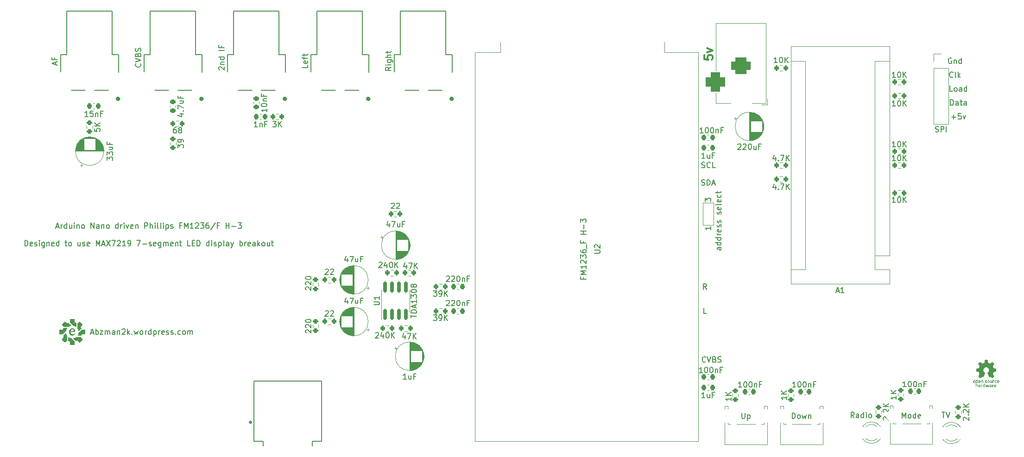
<source format=gto>
G04 #@! TF.GenerationSoftware,KiCad,Pcbnew,(6.0.0)*
G04 #@! TF.CreationDate,2022-11-09T00:41:27-05:00*
G04 #@! TF.ProjectId,nano driven fm1236,6e616e6f-2064-4726-9976-656e20666d31,rev?*
G04 #@! TF.SameCoordinates,Original*
G04 #@! TF.FileFunction,Legend,Top*
G04 #@! TF.FilePolarity,Positive*
%FSLAX46Y46*%
G04 Gerber Fmt 4.6, Leading zero omitted, Abs format (unit mm)*
G04 Created by KiCad (PCBNEW (6.0.0)) date 2022-11-09 00:41:27*
%MOMM*%
%LPD*%
G01*
G04 APERTURE LIST*
G04 Aperture macros list*
%AMRoundRect*
0 Rectangle with rounded corners*
0 $1 Rounding radius*
0 $2 $3 $4 $5 $6 $7 $8 $9 X,Y pos of 4 corners*
0 Add a 4 corners polygon primitive as box body*
4,1,4,$2,$3,$4,$5,$6,$7,$8,$9,$2,$3,0*
0 Add four circle primitives for the rounded corners*
1,1,$1+$1,$2,$3*
1,1,$1+$1,$4,$5*
1,1,$1+$1,$6,$7*
1,1,$1+$1,$8,$9*
0 Add four rect primitives between the rounded corners*
20,1,$1+$1,$2,$3,$4,$5,0*
20,1,$1+$1,$4,$5,$6,$7,0*
20,1,$1+$1,$6,$7,$8,$9,0*
20,1,$1+$1,$8,$9,$2,$3,0*%
G04 Aperture macros list end*
%ADD10C,0.300000*%
%ADD11C,0.150000*%
%ADD12C,0.120000*%
%ADD13C,0.127000*%
%ADD14C,0.400000*%
%ADD15C,0.340000*%
%ADD16R,1.600000X1.600000*%
%ADD17C,1.600000*%
%ADD18R,3.500000X3.500000*%
%ADD19RoundRect,0.750000X-1.000000X0.750000X-1.000000X-0.750000X1.000000X-0.750000X1.000000X0.750000X0*%
%ADD20RoundRect,0.875000X-0.875000X0.875000X-0.875000X-0.875000X0.875000X-0.875000X0.875000X0.875000X0*%
%ADD21RoundRect,0.200000X-0.200000X-0.275000X0.200000X-0.275000X0.200000X0.275000X-0.200000X0.275000X0*%
%ADD22RoundRect,0.200000X0.200000X0.275000X-0.200000X0.275000X-0.200000X-0.275000X0.200000X-0.275000X0*%
%ADD23RoundRect,0.225000X0.225000X0.250000X-0.225000X0.250000X-0.225000X-0.250000X0.225000X-0.250000X0*%
%ADD24R,1.800000X1.800000*%
%ADD25C,1.800000*%
%ADD26RoundRect,0.200000X0.275000X-0.200000X0.275000X0.200000X-0.275000X0.200000X-0.275000X-0.200000X0*%
%ADD27C,3.200000*%
%ADD28C,3.616000*%
%ADD29C,2.550000*%
%ADD30RoundRect,0.225000X-0.225000X-0.250000X0.225000X-0.250000X0.225000X0.250000X-0.225000X0.250000X0*%
%ADD31O,1.600000X1.600000*%
%ADD32RoundRect,0.225000X0.250000X-0.225000X0.250000X0.225000X-0.250000X0.225000X-0.250000X-0.225000X0*%
%ADD33C,2.100000*%
%ADD34C,1.750000*%
%ADD35O,2.000000X5.170000*%
%ADD36C,1.200000*%
%ADD37O,2.616000X1.308000*%
%ADD38O,1.308000X2.616000*%
%ADD39R,1.500000X1.000000*%
%ADD40R,1.700000X1.700000*%
%ADD41O,1.700000X1.700000*%
%ADD42RoundRect,0.150000X0.150000X-0.825000X0.150000X0.825000X-0.150000X0.825000X-0.150000X-0.825000X0*%
G04 APERTURE END LIST*
D10*
X176470571Y-59904285D02*
X176470571Y-60618571D01*
X177184857Y-60690000D01*
X177113428Y-60618571D01*
X177042000Y-60475714D01*
X177042000Y-60118571D01*
X177113428Y-59975714D01*
X177184857Y-59904285D01*
X177327714Y-59832857D01*
X177684857Y-59832857D01*
X177827714Y-59904285D01*
X177899142Y-59975714D01*
X177970571Y-60118571D01*
X177970571Y-60475714D01*
X177899142Y-60618571D01*
X177827714Y-60690000D01*
X176970571Y-59332857D02*
X177970571Y-58975714D01*
X176970571Y-58618571D01*
D11*
X64350476Y-110656666D02*
X64826666Y-110656666D01*
X64255238Y-110942380D02*
X64588571Y-109942380D01*
X64921904Y-110942380D01*
X65255238Y-110942380D02*
X65255238Y-109942380D01*
X65255238Y-110323333D02*
X65350476Y-110275714D01*
X65540952Y-110275714D01*
X65636190Y-110323333D01*
X65683809Y-110370952D01*
X65731428Y-110466190D01*
X65731428Y-110751904D01*
X65683809Y-110847142D01*
X65636190Y-110894761D01*
X65540952Y-110942380D01*
X65350476Y-110942380D01*
X65255238Y-110894761D01*
X66064761Y-110275714D02*
X66588571Y-110275714D01*
X66064761Y-110942380D01*
X66588571Y-110942380D01*
X66969523Y-110942380D02*
X66969523Y-110275714D01*
X66969523Y-110370952D02*
X67017142Y-110323333D01*
X67112380Y-110275714D01*
X67255238Y-110275714D01*
X67350476Y-110323333D01*
X67398095Y-110418571D01*
X67398095Y-110942380D01*
X67398095Y-110418571D02*
X67445714Y-110323333D01*
X67540952Y-110275714D01*
X67683809Y-110275714D01*
X67779047Y-110323333D01*
X67826666Y-110418571D01*
X67826666Y-110942380D01*
X68731428Y-110942380D02*
X68731428Y-110418571D01*
X68683809Y-110323333D01*
X68588571Y-110275714D01*
X68398095Y-110275714D01*
X68302857Y-110323333D01*
X68731428Y-110894761D02*
X68636190Y-110942380D01*
X68398095Y-110942380D01*
X68302857Y-110894761D01*
X68255238Y-110799523D01*
X68255238Y-110704285D01*
X68302857Y-110609047D01*
X68398095Y-110561428D01*
X68636190Y-110561428D01*
X68731428Y-110513809D01*
X69207619Y-110275714D02*
X69207619Y-110942380D01*
X69207619Y-110370952D02*
X69255238Y-110323333D01*
X69350476Y-110275714D01*
X69493333Y-110275714D01*
X69588571Y-110323333D01*
X69636190Y-110418571D01*
X69636190Y-110942380D01*
X70064761Y-110037619D02*
X70112380Y-109990000D01*
X70207619Y-109942380D01*
X70445714Y-109942380D01*
X70540952Y-109990000D01*
X70588571Y-110037619D01*
X70636190Y-110132857D01*
X70636190Y-110228095D01*
X70588571Y-110370952D01*
X70017142Y-110942380D01*
X70636190Y-110942380D01*
X71064761Y-110942380D02*
X71064761Y-109942380D01*
X71160000Y-110561428D02*
X71445714Y-110942380D01*
X71445714Y-110275714D02*
X71064761Y-110656666D01*
X71874285Y-110847142D02*
X71921904Y-110894761D01*
X71874285Y-110942380D01*
X71826666Y-110894761D01*
X71874285Y-110847142D01*
X71874285Y-110942380D01*
X72255238Y-110275714D02*
X72445714Y-110942380D01*
X72636190Y-110466190D01*
X72826666Y-110942380D01*
X73017142Y-110275714D01*
X73540952Y-110942380D02*
X73445714Y-110894761D01*
X73398095Y-110847142D01*
X73350476Y-110751904D01*
X73350476Y-110466190D01*
X73398095Y-110370952D01*
X73445714Y-110323333D01*
X73540952Y-110275714D01*
X73683809Y-110275714D01*
X73779047Y-110323333D01*
X73826666Y-110370952D01*
X73874285Y-110466190D01*
X73874285Y-110751904D01*
X73826666Y-110847142D01*
X73779047Y-110894761D01*
X73683809Y-110942380D01*
X73540952Y-110942380D01*
X74302857Y-110942380D02*
X74302857Y-110275714D01*
X74302857Y-110466190D02*
X74350476Y-110370952D01*
X74398095Y-110323333D01*
X74493333Y-110275714D01*
X74588571Y-110275714D01*
X75350476Y-110942380D02*
X75350476Y-109942380D01*
X75350476Y-110894761D02*
X75255238Y-110942380D01*
X75064761Y-110942380D01*
X74969523Y-110894761D01*
X74921904Y-110847142D01*
X74874285Y-110751904D01*
X74874285Y-110466190D01*
X74921904Y-110370952D01*
X74969523Y-110323333D01*
X75064761Y-110275714D01*
X75255238Y-110275714D01*
X75350476Y-110323333D01*
X75826666Y-110275714D02*
X75826666Y-111275714D01*
X75826666Y-110323333D02*
X75921904Y-110275714D01*
X76112380Y-110275714D01*
X76207619Y-110323333D01*
X76255238Y-110370952D01*
X76302857Y-110466190D01*
X76302857Y-110751904D01*
X76255238Y-110847142D01*
X76207619Y-110894761D01*
X76112380Y-110942380D01*
X75921904Y-110942380D01*
X75826666Y-110894761D01*
X76731428Y-110942380D02*
X76731428Y-110275714D01*
X76731428Y-110466190D02*
X76779047Y-110370952D01*
X76826666Y-110323333D01*
X76921904Y-110275714D01*
X77017142Y-110275714D01*
X77731428Y-110894761D02*
X77636190Y-110942380D01*
X77445714Y-110942380D01*
X77350476Y-110894761D01*
X77302857Y-110799523D01*
X77302857Y-110418571D01*
X77350476Y-110323333D01*
X77445714Y-110275714D01*
X77636190Y-110275714D01*
X77731428Y-110323333D01*
X77779047Y-110418571D01*
X77779047Y-110513809D01*
X77302857Y-110609047D01*
X78160000Y-110894761D02*
X78255238Y-110942380D01*
X78445714Y-110942380D01*
X78540952Y-110894761D01*
X78588571Y-110799523D01*
X78588571Y-110751904D01*
X78540952Y-110656666D01*
X78445714Y-110609047D01*
X78302857Y-110609047D01*
X78207619Y-110561428D01*
X78160000Y-110466190D01*
X78160000Y-110418571D01*
X78207619Y-110323333D01*
X78302857Y-110275714D01*
X78445714Y-110275714D01*
X78540952Y-110323333D01*
X78969523Y-110894761D02*
X79064761Y-110942380D01*
X79255238Y-110942380D01*
X79350476Y-110894761D01*
X79398095Y-110799523D01*
X79398095Y-110751904D01*
X79350476Y-110656666D01*
X79255238Y-110609047D01*
X79112380Y-110609047D01*
X79017142Y-110561428D01*
X78969523Y-110466190D01*
X78969523Y-110418571D01*
X79017142Y-110323333D01*
X79112380Y-110275714D01*
X79255238Y-110275714D01*
X79350476Y-110323333D01*
X79826666Y-110847142D02*
X79874285Y-110894761D01*
X79826666Y-110942380D01*
X79779047Y-110894761D01*
X79826666Y-110847142D01*
X79826666Y-110942380D01*
X80731428Y-110894761D02*
X80636190Y-110942380D01*
X80445714Y-110942380D01*
X80350476Y-110894761D01*
X80302857Y-110847142D01*
X80255238Y-110751904D01*
X80255238Y-110466190D01*
X80302857Y-110370952D01*
X80350476Y-110323333D01*
X80445714Y-110275714D01*
X80636190Y-110275714D01*
X80731428Y-110323333D01*
X81302857Y-110942380D02*
X81207619Y-110894761D01*
X81160000Y-110847142D01*
X81112380Y-110751904D01*
X81112380Y-110466190D01*
X81160000Y-110370952D01*
X81207619Y-110323333D01*
X81302857Y-110275714D01*
X81445714Y-110275714D01*
X81540952Y-110323333D01*
X81588571Y-110370952D01*
X81636190Y-110466190D01*
X81636190Y-110751904D01*
X81588571Y-110847142D01*
X81540952Y-110894761D01*
X81445714Y-110942380D01*
X81302857Y-110942380D01*
X82064761Y-110942380D02*
X82064761Y-110275714D01*
X82064761Y-110370952D02*
X82112380Y-110323333D01*
X82207619Y-110275714D01*
X82350476Y-110275714D01*
X82445714Y-110323333D01*
X82493333Y-110418571D01*
X82493333Y-110942380D01*
X82493333Y-110418571D02*
X82540952Y-110323333D01*
X82636190Y-110275714D01*
X82779047Y-110275714D01*
X82874285Y-110323333D01*
X82921904Y-110418571D01*
X82921904Y-110942380D01*
X176704761Y-115927142D02*
X176657142Y-115974761D01*
X176514285Y-116022380D01*
X176419047Y-116022380D01*
X176276190Y-115974761D01*
X176180952Y-115879523D01*
X176133333Y-115784285D01*
X176085714Y-115593809D01*
X176085714Y-115450952D01*
X176133333Y-115260476D01*
X176180952Y-115165238D01*
X176276190Y-115070000D01*
X176419047Y-115022380D01*
X176514285Y-115022380D01*
X176657142Y-115070000D01*
X176704761Y-115117619D01*
X176990476Y-115022380D02*
X177323809Y-116022380D01*
X177657142Y-115022380D01*
X178323809Y-115498571D02*
X178466666Y-115546190D01*
X178514285Y-115593809D01*
X178561904Y-115689047D01*
X178561904Y-115831904D01*
X178514285Y-115927142D01*
X178466666Y-115974761D01*
X178371428Y-116022380D01*
X177990476Y-116022380D01*
X177990476Y-115022380D01*
X178323809Y-115022380D01*
X178419047Y-115070000D01*
X178466666Y-115117619D01*
X178514285Y-115212857D01*
X178514285Y-115308095D01*
X178466666Y-115403333D01*
X178419047Y-115450952D01*
X178323809Y-115498571D01*
X177990476Y-115498571D01*
X178942857Y-115974761D02*
X179085714Y-116022380D01*
X179323809Y-116022380D01*
X179419047Y-115974761D01*
X179466666Y-115927142D01*
X179514285Y-115831904D01*
X179514285Y-115736666D01*
X179466666Y-115641428D01*
X179419047Y-115593809D01*
X179323809Y-115546190D01*
X179133333Y-115498571D01*
X179038095Y-115450952D01*
X178990476Y-115403333D01*
X178942857Y-115308095D01*
X178942857Y-115212857D01*
X178990476Y-115117619D01*
X179038095Y-115070000D01*
X179133333Y-115022380D01*
X179371428Y-115022380D01*
X179514285Y-115070000D01*
X58001428Y-91266666D02*
X58477619Y-91266666D01*
X57906190Y-91552380D02*
X58239523Y-90552380D01*
X58572857Y-91552380D01*
X58906190Y-91552380D02*
X58906190Y-90885714D01*
X58906190Y-91076190D02*
X58953809Y-90980952D01*
X59001428Y-90933333D01*
X59096666Y-90885714D01*
X59191904Y-90885714D01*
X59953809Y-91552380D02*
X59953809Y-90552380D01*
X59953809Y-91504761D02*
X59858571Y-91552380D01*
X59668095Y-91552380D01*
X59572857Y-91504761D01*
X59525238Y-91457142D01*
X59477619Y-91361904D01*
X59477619Y-91076190D01*
X59525238Y-90980952D01*
X59572857Y-90933333D01*
X59668095Y-90885714D01*
X59858571Y-90885714D01*
X59953809Y-90933333D01*
X60858571Y-90885714D02*
X60858571Y-91552380D01*
X60430000Y-90885714D02*
X60430000Y-91409523D01*
X60477619Y-91504761D01*
X60572857Y-91552380D01*
X60715714Y-91552380D01*
X60810952Y-91504761D01*
X60858571Y-91457142D01*
X61334761Y-91552380D02*
X61334761Y-90885714D01*
X61334761Y-90552380D02*
X61287142Y-90600000D01*
X61334761Y-90647619D01*
X61382380Y-90600000D01*
X61334761Y-90552380D01*
X61334761Y-90647619D01*
X61810952Y-90885714D02*
X61810952Y-91552380D01*
X61810952Y-90980952D02*
X61858571Y-90933333D01*
X61953809Y-90885714D01*
X62096666Y-90885714D01*
X62191904Y-90933333D01*
X62239523Y-91028571D01*
X62239523Y-91552380D01*
X62858571Y-91552380D02*
X62763333Y-91504761D01*
X62715714Y-91457142D01*
X62668095Y-91361904D01*
X62668095Y-91076190D01*
X62715714Y-90980952D01*
X62763333Y-90933333D01*
X62858571Y-90885714D01*
X63001428Y-90885714D01*
X63096666Y-90933333D01*
X63144285Y-90980952D01*
X63191904Y-91076190D01*
X63191904Y-91361904D01*
X63144285Y-91457142D01*
X63096666Y-91504761D01*
X63001428Y-91552380D01*
X62858571Y-91552380D01*
X64382380Y-91552380D02*
X64382380Y-90552380D01*
X64953809Y-91552380D01*
X64953809Y-90552380D01*
X65858571Y-91552380D02*
X65858571Y-91028571D01*
X65810952Y-90933333D01*
X65715714Y-90885714D01*
X65525238Y-90885714D01*
X65430000Y-90933333D01*
X65858571Y-91504761D02*
X65763333Y-91552380D01*
X65525238Y-91552380D01*
X65430000Y-91504761D01*
X65382380Y-91409523D01*
X65382380Y-91314285D01*
X65430000Y-91219047D01*
X65525238Y-91171428D01*
X65763333Y-91171428D01*
X65858571Y-91123809D01*
X66334761Y-90885714D02*
X66334761Y-91552380D01*
X66334761Y-90980952D02*
X66382380Y-90933333D01*
X66477619Y-90885714D01*
X66620476Y-90885714D01*
X66715714Y-90933333D01*
X66763333Y-91028571D01*
X66763333Y-91552380D01*
X67382380Y-91552380D02*
X67287142Y-91504761D01*
X67239523Y-91457142D01*
X67191904Y-91361904D01*
X67191904Y-91076190D01*
X67239523Y-90980952D01*
X67287142Y-90933333D01*
X67382380Y-90885714D01*
X67525238Y-90885714D01*
X67620476Y-90933333D01*
X67668095Y-90980952D01*
X67715714Y-91076190D01*
X67715714Y-91361904D01*
X67668095Y-91457142D01*
X67620476Y-91504761D01*
X67525238Y-91552380D01*
X67382380Y-91552380D01*
X69334761Y-91552380D02*
X69334761Y-90552380D01*
X69334761Y-91504761D02*
X69239523Y-91552380D01*
X69049047Y-91552380D01*
X68953809Y-91504761D01*
X68906190Y-91457142D01*
X68858571Y-91361904D01*
X68858571Y-91076190D01*
X68906190Y-90980952D01*
X68953809Y-90933333D01*
X69049047Y-90885714D01*
X69239523Y-90885714D01*
X69334761Y-90933333D01*
X69810952Y-91552380D02*
X69810952Y-90885714D01*
X69810952Y-91076190D02*
X69858571Y-90980952D01*
X69906190Y-90933333D01*
X70001428Y-90885714D01*
X70096666Y-90885714D01*
X70430000Y-91552380D02*
X70430000Y-90885714D01*
X70430000Y-90552380D02*
X70382380Y-90600000D01*
X70430000Y-90647619D01*
X70477619Y-90600000D01*
X70430000Y-90552380D01*
X70430000Y-90647619D01*
X70810952Y-90885714D02*
X71049047Y-91552380D01*
X71287142Y-90885714D01*
X72049047Y-91504761D02*
X71953809Y-91552380D01*
X71763333Y-91552380D01*
X71668095Y-91504761D01*
X71620476Y-91409523D01*
X71620476Y-91028571D01*
X71668095Y-90933333D01*
X71763333Y-90885714D01*
X71953809Y-90885714D01*
X72049047Y-90933333D01*
X72096666Y-91028571D01*
X72096666Y-91123809D01*
X71620476Y-91219047D01*
X72525238Y-90885714D02*
X72525238Y-91552380D01*
X72525238Y-90980952D02*
X72572857Y-90933333D01*
X72668095Y-90885714D01*
X72810952Y-90885714D01*
X72906190Y-90933333D01*
X72953809Y-91028571D01*
X72953809Y-91552380D01*
X74191904Y-91552380D02*
X74191904Y-90552380D01*
X74572857Y-90552380D01*
X74668095Y-90600000D01*
X74715714Y-90647619D01*
X74763333Y-90742857D01*
X74763333Y-90885714D01*
X74715714Y-90980952D01*
X74668095Y-91028571D01*
X74572857Y-91076190D01*
X74191904Y-91076190D01*
X75191904Y-91552380D02*
X75191904Y-90552380D01*
X75620476Y-91552380D02*
X75620476Y-91028571D01*
X75572857Y-90933333D01*
X75477619Y-90885714D01*
X75334761Y-90885714D01*
X75239523Y-90933333D01*
X75191904Y-90980952D01*
X76096666Y-91552380D02*
X76096666Y-90885714D01*
X76096666Y-90552380D02*
X76049047Y-90600000D01*
X76096666Y-90647619D01*
X76144285Y-90600000D01*
X76096666Y-90552380D01*
X76096666Y-90647619D01*
X76715714Y-91552380D02*
X76620476Y-91504761D01*
X76572857Y-91409523D01*
X76572857Y-90552380D01*
X77239523Y-91552380D02*
X77144285Y-91504761D01*
X77096666Y-91409523D01*
X77096666Y-90552380D01*
X77620476Y-91552380D02*
X77620476Y-90885714D01*
X77620476Y-90552380D02*
X77572857Y-90600000D01*
X77620476Y-90647619D01*
X77668095Y-90600000D01*
X77620476Y-90552380D01*
X77620476Y-90647619D01*
X78096666Y-90885714D02*
X78096666Y-91885714D01*
X78096666Y-90933333D02*
X78191904Y-90885714D01*
X78382380Y-90885714D01*
X78477619Y-90933333D01*
X78525238Y-90980952D01*
X78572857Y-91076190D01*
X78572857Y-91361904D01*
X78525238Y-91457142D01*
X78477619Y-91504761D01*
X78382380Y-91552380D01*
X78191904Y-91552380D01*
X78096666Y-91504761D01*
X78953809Y-91504761D02*
X79049047Y-91552380D01*
X79239523Y-91552380D01*
X79334761Y-91504761D01*
X79382380Y-91409523D01*
X79382380Y-91361904D01*
X79334761Y-91266666D01*
X79239523Y-91219047D01*
X79096666Y-91219047D01*
X79001428Y-91171428D01*
X78953809Y-91076190D01*
X78953809Y-91028571D01*
X79001428Y-90933333D01*
X79096666Y-90885714D01*
X79239523Y-90885714D01*
X79334761Y-90933333D01*
X80906190Y-91028571D02*
X80572857Y-91028571D01*
X80572857Y-91552380D02*
X80572857Y-90552380D01*
X81049047Y-90552380D01*
X81430000Y-91552380D02*
X81430000Y-90552380D01*
X81763333Y-91266666D01*
X82096666Y-90552380D01*
X82096666Y-91552380D01*
X83096666Y-91552380D02*
X82525238Y-91552380D01*
X82810952Y-91552380D02*
X82810952Y-90552380D01*
X82715714Y-90695238D01*
X82620476Y-90790476D01*
X82525238Y-90838095D01*
X83477619Y-90647619D02*
X83525238Y-90600000D01*
X83620476Y-90552380D01*
X83858571Y-90552380D01*
X83953809Y-90600000D01*
X84001428Y-90647619D01*
X84049047Y-90742857D01*
X84049047Y-90838095D01*
X84001428Y-90980952D01*
X83429999Y-91552380D01*
X84049047Y-91552380D01*
X84382380Y-90552380D02*
X85001428Y-90552380D01*
X84668095Y-90933333D01*
X84810952Y-90933333D01*
X84906190Y-90980952D01*
X84953809Y-91028571D01*
X85001428Y-91123809D01*
X85001428Y-91361904D01*
X84953809Y-91457142D01*
X84906190Y-91504761D01*
X84810952Y-91552380D01*
X84525238Y-91552380D01*
X84429999Y-91504761D01*
X84382380Y-91457142D01*
X85858571Y-90552380D02*
X85668095Y-90552380D01*
X85572857Y-90600000D01*
X85525238Y-90647619D01*
X85429999Y-90790476D01*
X85382380Y-90980952D01*
X85382380Y-91361904D01*
X85429999Y-91457142D01*
X85477619Y-91504761D01*
X85572857Y-91552380D01*
X85763333Y-91552380D01*
X85858571Y-91504761D01*
X85906190Y-91457142D01*
X85953809Y-91361904D01*
X85953809Y-91123809D01*
X85906190Y-91028571D01*
X85858571Y-90980952D01*
X85763333Y-90933333D01*
X85572857Y-90933333D01*
X85477619Y-90980952D01*
X85429999Y-91028571D01*
X85382380Y-91123809D01*
X87096666Y-90504761D02*
X86239523Y-91790476D01*
X87763333Y-91028571D02*
X87429999Y-91028571D01*
X87429999Y-91552380D02*
X87429999Y-90552380D01*
X87906190Y-90552380D01*
X89049047Y-91552380D02*
X89049047Y-90552380D01*
X89049047Y-91028571D02*
X89620476Y-91028571D01*
X89620476Y-91552380D02*
X89620476Y-90552380D01*
X90096666Y-91171428D02*
X90858571Y-91171428D01*
X91239523Y-90552380D02*
X91858571Y-90552380D01*
X91525238Y-90933333D01*
X91668095Y-90933333D01*
X91763333Y-90980952D01*
X91810952Y-91028571D01*
X91858571Y-91123809D01*
X91858571Y-91361904D01*
X91810952Y-91457142D01*
X91763333Y-91504761D01*
X91668095Y-91552380D01*
X91382380Y-91552380D01*
X91287142Y-91504761D01*
X91239523Y-91457142D01*
X52287142Y-94772380D02*
X52287142Y-93772380D01*
X52525238Y-93772380D01*
X52668095Y-93820000D01*
X52763333Y-93915238D01*
X52810952Y-94010476D01*
X52858571Y-94200952D01*
X52858571Y-94343809D01*
X52810952Y-94534285D01*
X52763333Y-94629523D01*
X52668095Y-94724761D01*
X52525238Y-94772380D01*
X52287142Y-94772380D01*
X53668095Y-94724761D02*
X53572857Y-94772380D01*
X53382380Y-94772380D01*
X53287142Y-94724761D01*
X53239523Y-94629523D01*
X53239523Y-94248571D01*
X53287142Y-94153333D01*
X53382380Y-94105714D01*
X53572857Y-94105714D01*
X53668095Y-94153333D01*
X53715714Y-94248571D01*
X53715714Y-94343809D01*
X53239523Y-94439047D01*
X54096666Y-94724761D02*
X54191904Y-94772380D01*
X54382380Y-94772380D01*
X54477619Y-94724761D01*
X54525238Y-94629523D01*
X54525238Y-94581904D01*
X54477619Y-94486666D01*
X54382380Y-94439047D01*
X54239523Y-94439047D01*
X54144285Y-94391428D01*
X54096666Y-94296190D01*
X54096666Y-94248571D01*
X54144285Y-94153333D01*
X54239523Y-94105714D01*
X54382380Y-94105714D01*
X54477619Y-94153333D01*
X54953809Y-94772380D02*
X54953809Y-94105714D01*
X54953809Y-93772380D02*
X54906190Y-93820000D01*
X54953809Y-93867619D01*
X55001428Y-93820000D01*
X54953809Y-93772380D01*
X54953809Y-93867619D01*
X55858571Y-94105714D02*
X55858571Y-94915238D01*
X55810952Y-95010476D01*
X55763333Y-95058095D01*
X55668095Y-95105714D01*
X55525238Y-95105714D01*
X55430000Y-95058095D01*
X55858571Y-94724761D02*
X55763333Y-94772380D01*
X55572857Y-94772380D01*
X55477619Y-94724761D01*
X55430000Y-94677142D01*
X55382380Y-94581904D01*
X55382380Y-94296190D01*
X55430000Y-94200952D01*
X55477619Y-94153333D01*
X55572857Y-94105714D01*
X55763333Y-94105714D01*
X55858571Y-94153333D01*
X56334761Y-94105714D02*
X56334761Y-94772380D01*
X56334761Y-94200952D02*
X56382380Y-94153333D01*
X56477619Y-94105714D01*
X56620476Y-94105714D01*
X56715714Y-94153333D01*
X56763333Y-94248571D01*
X56763333Y-94772380D01*
X57620476Y-94724761D02*
X57525238Y-94772380D01*
X57334761Y-94772380D01*
X57239523Y-94724761D01*
X57191904Y-94629523D01*
X57191904Y-94248571D01*
X57239523Y-94153333D01*
X57334761Y-94105714D01*
X57525238Y-94105714D01*
X57620476Y-94153333D01*
X57668095Y-94248571D01*
X57668095Y-94343809D01*
X57191904Y-94439047D01*
X58525238Y-94772380D02*
X58525238Y-93772380D01*
X58525238Y-94724761D02*
X58430000Y-94772380D01*
X58239523Y-94772380D01*
X58144285Y-94724761D01*
X58096666Y-94677142D01*
X58049047Y-94581904D01*
X58049047Y-94296190D01*
X58096666Y-94200952D01*
X58144285Y-94153333D01*
X58239523Y-94105714D01*
X58430000Y-94105714D01*
X58525238Y-94153333D01*
X59620476Y-94105714D02*
X60001428Y-94105714D01*
X59763333Y-93772380D02*
X59763333Y-94629523D01*
X59810952Y-94724761D01*
X59906190Y-94772380D01*
X60001428Y-94772380D01*
X60477619Y-94772380D02*
X60382380Y-94724761D01*
X60334761Y-94677142D01*
X60287142Y-94581904D01*
X60287142Y-94296190D01*
X60334761Y-94200952D01*
X60382380Y-94153333D01*
X60477619Y-94105714D01*
X60620476Y-94105714D01*
X60715714Y-94153333D01*
X60763333Y-94200952D01*
X60810952Y-94296190D01*
X60810952Y-94581904D01*
X60763333Y-94677142D01*
X60715714Y-94724761D01*
X60620476Y-94772380D01*
X60477619Y-94772380D01*
X62430000Y-94105714D02*
X62430000Y-94772380D01*
X62001428Y-94105714D02*
X62001428Y-94629523D01*
X62049047Y-94724761D01*
X62144285Y-94772380D01*
X62287142Y-94772380D01*
X62382380Y-94724761D01*
X62430000Y-94677142D01*
X62858571Y-94724761D02*
X62953809Y-94772380D01*
X63144285Y-94772380D01*
X63239523Y-94724761D01*
X63287142Y-94629523D01*
X63287142Y-94581904D01*
X63239523Y-94486666D01*
X63144285Y-94439047D01*
X63001428Y-94439047D01*
X62906190Y-94391428D01*
X62858571Y-94296190D01*
X62858571Y-94248571D01*
X62906190Y-94153333D01*
X63001428Y-94105714D01*
X63144285Y-94105714D01*
X63239523Y-94153333D01*
X64096666Y-94724761D02*
X64001428Y-94772380D01*
X63810952Y-94772380D01*
X63715714Y-94724761D01*
X63668095Y-94629523D01*
X63668095Y-94248571D01*
X63715714Y-94153333D01*
X63810952Y-94105714D01*
X64001428Y-94105714D01*
X64096666Y-94153333D01*
X64144285Y-94248571D01*
X64144285Y-94343809D01*
X63668095Y-94439047D01*
X65334761Y-94772380D02*
X65334761Y-93772380D01*
X65668095Y-94486666D01*
X66001428Y-93772380D01*
X66001428Y-94772380D01*
X66430000Y-94486666D02*
X66906190Y-94486666D01*
X66334761Y-94772380D02*
X66668095Y-93772380D01*
X67001428Y-94772380D01*
X67239523Y-93772380D02*
X67906190Y-94772380D01*
X67906190Y-93772380D02*
X67239523Y-94772380D01*
X68191904Y-93772380D02*
X68858571Y-93772380D01*
X68430000Y-94772380D01*
X69191904Y-93867619D02*
X69239523Y-93820000D01*
X69334761Y-93772380D01*
X69572857Y-93772380D01*
X69668095Y-93820000D01*
X69715714Y-93867619D01*
X69763333Y-93962857D01*
X69763333Y-94058095D01*
X69715714Y-94200952D01*
X69144285Y-94772380D01*
X69763333Y-94772380D01*
X70715714Y-94772380D02*
X70144285Y-94772380D01*
X70430000Y-94772380D02*
X70430000Y-93772380D01*
X70334761Y-93915238D01*
X70239523Y-94010476D01*
X70144285Y-94058095D01*
X71191904Y-94772380D02*
X71382380Y-94772380D01*
X71477619Y-94724761D01*
X71525238Y-94677142D01*
X71620476Y-94534285D01*
X71668095Y-94343809D01*
X71668095Y-93962857D01*
X71620476Y-93867619D01*
X71572857Y-93820000D01*
X71477619Y-93772380D01*
X71287142Y-93772380D01*
X71191904Y-93820000D01*
X71144285Y-93867619D01*
X71096666Y-93962857D01*
X71096666Y-94200952D01*
X71144285Y-94296190D01*
X71191904Y-94343809D01*
X71287142Y-94391428D01*
X71477619Y-94391428D01*
X71572857Y-94343809D01*
X71620476Y-94296190D01*
X71668095Y-94200952D01*
X72763333Y-93772380D02*
X73430000Y-93772380D01*
X73001428Y-94772380D01*
X73810952Y-94391428D02*
X74572857Y-94391428D01*
X75001428Y-94724761D02*
X75096666Y-94772380D01*
X75287142Y-94772380D01*
X75382380Y-94724761D01*
X75430000Y-94629523D01*
X75430000Y-94581904D01*
X75382380Y-94486666D01*
X75287142Y-94439047D01*
X75144285Y-94439047D01*
X75049047Y-94391428D01*
X75001428Y-94296190D01*
X75001428Y-94248571D01*
X75049047Y-94153333D01*
X75144285Y-94105714D01*
X75287142Y-94105714D01*
X75382380Y-94153333D01*
X76239523Y-94724761D02*
X76144285Y-94772380D01*
X75953809Y-94772380D01*
X75858571Y-94724761D01*
X75810952Y-94629523D01*
X75810952Y-94248571D01*
X75858571Y-94153333D01*
X75953809Y-94105714D01*
X76144285Y-94105714D01*
X76239523Y-94153333D01*
X76287142Y-94248571D01*
X76287142Y-94343809D01*
X75810952Y-94439047D01*
X77144285Y-94105714D02*
X77144285Y-94915238D01*
X77096666Y-95010476D01*
X77049047Y-95058095D01*
X76953809Y-95105714D01*
X76810952Y-95105714D01*
X76715714Y-95058095D01*
X77144285Y-94724761D02*
X77049047Y-94772380D01*
X76858571Y-94772380D01*
X76763333Y-94724761D01*
X76715714Y-94677142D01*
X76668095Y-94581904D01*
X76668095Y-94296190D01*
X76715714Y-94200952D01*
X76763333Y-94153333D01*
X76858571Y-94105714D01*
X77049047Y-94105714D01*
X77144285Y-94153333D01*
X77620476Y-94772380D02*
X77620476Y-94105714D01*
X77620476Y-94200952D02*
X77668095Y-94153333D01*
X77763333Y-94105714D01*
X77906190Y-94105714D01*
X78001428Y-94153333D01*
X78049047Y-94248571D01*
X78049047Y-94772380D01*
X78049047Y-94248571D02*
X78096666Y-94153333D01*
X78191904Y-94105714D01*
X78334761Y-94105714D01*
X78430000Y-94153333D01*
X78477619Y-94248571D01*
X78477619Y-94772380D01*
X79334761Y-94724761D02*
X79239523Y-94772380D01*
X79049047Y-94772380D01*
X78953809Y-94724761D01*
X78906190Y-94629523D01*
X78906190Y-94248571D01*
X78953809Y-94153333D01*
X79049047Y-94105714D01*
X79239523Y-94105714D01*
X79334761Y-94153333D01*
X79382380Y-94248571D01*
X79382380Y-94343809D01*
X78906190Y-94439047D01*
X79810952Y-94105714D02*
X79810952Y-94772380D01*
X79810952Y-94200952D02*
X79858571Y-94153333D01*
X79953809Y-94105714D01*
X80096666Y-94105714D01*
X80191904Y-94153333D01*
X80239523Y-94248571D01*
X80239523Y-94772380D01*
X80572857Y-94105714D02*
X80953809Y-94105714D01*
X80715714Y-93772380D02*
X80715714Y-94629523D01*
X80763333Y-94724761D01*
X80858571Y-94772380D01*
X80953809Y-94772380D01*
X82525238Y-94772380D02*
X82049047Y-94772380D01*
X82049047Y-93772380D01*
X82858571Y-94248571D02*
X83191904Y-94248571D01*
X83334761Y-94772380D02*
X82858571Y-94772380D01*
X82858571Y-93772380D01*
X83334761Y-93772380D01*
X83763333Y-94772380D02*
X83763333Y-93772380D01*
X84001428Y-93772380D01*
X84144285Y-93820000D01*
X84239523Y-93915238D01*
X84287142Y-94010476D01*
X84334761Y-94200952D01*
X84334761Y-94343809D01*
X84287142Y-94534285D01*
X84239523Y-94629523D01*
X84144285Y-94724761D01*
X84001428Y-94772380D01*
X83763333Y-94772380D01*
X85953809Y-94772380D02*
X85953809Y-93772380D01*
X85953809Y-94724761D02*
X85858571Y-94772380D01*
X85668095Y-94772380D01*
X85572857Y-94724761D01*
X85525238Y-94677142D01*
X85477619Y-94581904D01*
X85477619Y-94296190D01*
X85525238Y-94200952D01*
X85572857Y-94153333D01*
X85668095Y-94105714D01*
X85858571Y-94105714D01*
X85953809Y-94153333D01*
X86430000Y-94772380D02*
X86430000Y-94105714D01*
X86430000Y-93772380D02*
X86382380Y-93820000D01*
X86430000Y-93867619D01*
X86477619Y-93820000D01*
X86430000Y-93772380D01*
X86430000Y-93867619D01*
X86858571Y-94724761D02*
X86953809Y-94772380D01*
X87144285Y-94772380D01*
X87239523Y-94724761D01*
X87287142Y-94629523D01*
X87287142Y-94581904D01*
X87239523Y-94486666D01*
X87144285Y-94439047D01*
X87001428Y-94439047D01*
X86906190Y-94391428D01*
X86858571Y-94296190D01*
X86858571Y-94248571D01*
X86906190Y-94153333D01*
X87001428Y-94105714D01*
X87144285Y-94105714D01*
X87239523Y-94153333D01*
X87715714Y-94105714D02*
X87715714Y-95105714D01*
X87715714Y-94153333D02*
X87810952Y-94105714D01*
X88001428Y-94105714D01*
X88096666Y-94153333D01*
X88144285Y-94200952D01*
X88191904Y-94296190D01*
X88191904Y-94581904D01*
X88144285Y-94677142D01*
X88096666Y-94724761D01*
X88001428Y-94772380D01*
X87810952Y-94772380D01*
X87715714Y-94724761D01*
X88763333Y-94772380D02*
X88668095Y-94724761D01*
X88620476Y-94629523D01*
X88620476Y-93772380D01*
X89572857Y-94772380D02*
X89572857Y-94248571D01*
X89525238Y-94153333D01*
X89429999Y-94105714D01*
X89239523Y-94105714D01*
X89144285Y-94153333D01*
X89572857Y-94724761D02*
X89477619Y-94772380D01*
X89239523Y-94772380D01*
X89144285Y-94724761D01*
X89096666Y-94629523D01*
X89096666Y-94534285D01*
X89144285Y-94439047D01*
X89239523Y-94391428D01*
X89477619Y-94391428D01*
X89572857Y-94343809D01*
X89953809Y-94105714D02*
X90191904Y-94772380D01*
X90429999Y-94105714D02*
X90191904Y-94772380D01*
X90096666Y-95010476D01*
X90049047Y-95058095D01*
X89953809Y-95105714D01*
X91572857Y-94772380D02*
X91572857Y-93772380D01*
X91572857Y-94153333D02*
X91668095Y-94105714D01*
X91858571Y-94105714D01*
X91953809Y-94153333D01*
X92001428Y-94200952D01*
X92049047Y-94296190D01*
X92049047Y-94581904D01*
X92001428Y-94677142D01*
X91953809Y-94724761D01*
X91858571Y-94772380D01*
X91668095Y-94772380D01*
X91572857Y-94724761D01*
X92477619Y-94772380D02*
X92477619Y-94105714D01*
X92477619Y-94296190D02*
X92525238Y-94200952D01*
X92572857Y-94153333D01*
X92668095Y-94105714D01*
X92763333Y-94105714D01*
X93477619Y-94724761D02*
X93382380Y-94772380D01*
X93191904Y-94772380D01*
X93096666Y-94724761D01*
X93049047Y-94629523D01*
X93049047Y-94248571D01*
X93096666Y-94153333D01*
X93191904Y-94105714D01*
X93382380Y-94105714D01*
X93477619Y-94153333D01*
X93525238Y-94248571D01*
X93525238Y-94343809D01*
X93049047Y-94439047D01*
X94382380Y-94772380D02*
X94382380Y-94248571D01*
X94334761Y-94153333D01*
X94239523Y-94105714D01*
X94049047Y-94105714D01*
X93953809Y-94153333D01*
X94382380Y-94724761D02*
X94287142Y-94772380D01*
X94049047Y-94772380D01*
X93953809Y-94724761D01*
X93906190Y-94629523D01*
X93906190Y-94534285D01*
X93953809Y-94439047D01*
X94049047Y-94391428D01*
X94287142Y-94391428D01*
X94382380Y-94343809D01*
X94858571Y-94772380D02*
X94858571Y-93772380D01*
X94953809Y-94391428D02*
X95239523Y-94772380D01*
X95239523Y-94105714D02*
X94858571Y-94486666D01*
X95810952Y-94772380D02*
X95715714Y-94724761D01*
X95668095Y-94677142D01*
X95620476Y-94581904D01*
X95620476Y-94296190D01*
X95668095Y-94200952D01*
X95715714Y-94153333D01*
X95810952Y-94105714D01*
X95953809Y-94105714D01*
X96049047Y-94153333D01*
X96096666Y-94200952D01*
X96144285Y-94296190D01*
X96144285Y-94581904D01*
X96096666Y-94677142D01*
X96049047Y-94724761D01*
X95953809Y-94772380D01*
X95810952Y-94772380D01*
X97001428Y-94105714D02*
X97001428Y-94772380D01*
X96572857Y-94105714D02*
X96572857Y-94629523D01*
X96620476Y-94724761D01*
X96715714Y-94772380D01*
X96858571Y-94772380D01*
X96953809Y-94724761D01*
X97001428Y-94677142D01*
X97334761Y-94105714D02*
X97715714Y-94105714D01*
X97477619Y-93772380D02*
X97477619Y-94629523D01*
X97525238Y-94724761D01*
X97620476Y-94772380D01*
X97715714Y-94772380D01*
X221607142Y-60460000D02*
X221511904Y-60412380D01*
X221369047Y-60412380D01*
X221226190Y-60460000D01*
X221130952Y-60555238D01*
X221083333Y-60650476D01*
X221035714Y-60840952D01*
X221035714Y-60983809D01*
X221083333Y-61174285D01*
X221130952Y-61269523D01*
X221226190Y-61364761D01*
X221369047Y-61412380D01*
X221464285Y-61412380D01*
X221607142Y-61364761D01*
X221654761Y-61317142D01*
X221654761Y-60983809D01*
X221464285Y-60983809D01*
X222083333Y-60745714D02*
X222083333Y-61412380D01*
X222083333Y-60840952D02*
X222130952Y-60793333D01*
X222226190Y-60745714D01*
X222369047Y-60745714D01*
X222464285Y-60793333D01*
X222511904Y-60888571D01*
X222511904Y-61412380D01*
X223416666Y-61412380D02*
X223416666Y-60412380D01*
X223416666Y-61364761D02*
X223321428Y-61412380D01*
X223130952Y-61412380D01*
X223035714Y-61364761D01*
X222988095Y-61317142D01*
X222940476Y-61221904D01*
X222940476Y-60936190D01*
X222988095Y-60840952D01*
X223035714Y-60793333D01*
X223130952Y-60745714D01*
X223321428Y-60745714D01*
X223416666Y-60793333D01*
X221432619Y-69032380D02*
X221432619Y-68032380D01*
X221670714Y-68032380D01*
X221813571Y-68080000D01*
X221908809Y-68175238D01*
X221956428Y-68270476D01*
X222004047Y-68460952D01*
X222004047Y-68603809D01*
X221956428Y-68794285D01*
X221908809Y-68889523D01*
X221813571Y-68984761D01*
X221670714Y-69032380D01*
X221432619Y-69032380D01*
X222861190Y-69032380D02*
X222861190Y-68508571D01*
X222813571Y-68413333D01*
X222718333Y-68365714D01*
X222527857Y-68365714D01*
X222432619Y-68413333D01*
X222861190Y-68984761D02*
X222765952Y-69032380D01*
X222527857Y-69032380D01*
X222432619Y-68984761D01*
X222385000Y-68889523D01*
X222385000Y-68794285D01*
X222432619Y-68699047D01*
X222527857Y-68651428D01*
X222765952Y-68651428D01*
X222861190Y-68603809D01*
X223194523Y-68365714D02*
X223575476Y-68365714D01*
X223337380Y-68032380D02*
X223337380Y-68889523D01*
X223385000Y-68984761D01*
X223480238Y-69032380D01*
X223575476Y-69032380D01*
X224337380Y-69032380D02*
X224337380Y-68508571D01*
X224289761Y-68413333D01*
X224194523Y-68365714D01*
X224004047Y-68365714D01*
X223908809Y-68413333D01*
X224337380Y-68984761D02*
X224242142Y-69032380D01*
X224004047Y-69032380D01*
X223908809Y-68984761D01*
X223861190Y-68889523D01*
X223861190Y-68794285D01*
X223908809Y-68699047D01*
X224004047Y-68651428D01*
X224242142Y-68651428D01*
X224337380Y-68603809D01*
X221892857Y-63857142D02*
X221845238Y-63904761D01*
X221702380Y-63952380D01*
X221607142Y-63952380D01*
X221464285Y-63904761D01*
X221369047Y-63809523D01*
X221321428Y-63714285D01*
X221273809Y-63523809D01*
X221273809Y-63380952D01*
X221321428Y-63190476D01*
X221369047Y-63095238D01*
X221464285Y-63000000D01*
X221607142Y-62952380D01*
X221702380Y-62952380D01*
X221845238Y-63000000D01*
X221892857Y-63047619D01*
X222464285Y-63952380D02*
X222369047Y-63904761D01*
X222321428Y-63809523D01*
X222321428Y-62952380D01*
X222845238Y-63952380D02*
X222845238Y-62952380D01*
X222940476Y-63571428D02*
X223226190Y-63952380D01*
X223226190Y-63285714D02*
X222845238Y-63666666D01*
X176839523Y-102687380D02*
X176506190Y-102211190D01*
X176268095Y-102687380D02*
X176268095Y-101687380D01*
X176649047Y-101687380D01*
X176744285Y-101735000D01*
X176791904Y-101782619D01*
X176839523Y-101877857D01*
X176839523Y-102020714D01*
X176791904Y-102115952D01*
X176744285Y-102163571D01*
X176649047Y-102211190D01*
X176268095Y-102211190D01*
X221837380Y-66492380D02*
X221361190Y-66492380D01*
X221361190Y-65492380D01*
X222313571Y-66492380D02*
X222218333Y-66444761D01*
X222170714Y-66397142D01*
X222123095Y-66301904D01*
X222123095Y-66016190D01*
X222170714Y-65920952D01*
X222218333Y-65873333D01*
X222313571Y-65825714D01*
X222456428Y-65825714D01*
X222551666Y-65873333D01*
X222599285Y-65920952D01*
X222646904Y-66016190D01*
X222646904Y-66301904D01*
X222599285Y-66397142D01*
X222551666Y-66444761D01*
X222456428Y-66492380D01*
X222313571Y-66492380D01*
X223504047Y-66492380D02*
X223504047Y-65968571D01*
X223456428Y-65873333D01*
X223361190Y-65825714D01*
X223170714Y-65825714D01*
X223075476Y-65873333D01*
X223504047Y-66444761D02*
X223408809Y-66492380D01*
X223170714Y-66492380D01*
X223075476Y-66444761D01*
X223027857Y-66349523D01*
X223027857Y-66254285D01*
X223075476Y-66159047D01*
X223170714Y-66111428D01*
X223408809Y-66111428D01*
X223504047Y-66063809D01*
X224408809Y-66492380D02*
X224408809Y-65492380D01*
X224408809Y-66444761D02*
X224313571Y-66492380D01*
X224123095Y-66492380D01*
X224027857Y-66444761D01*
X223980238Y-66397142D01*
X223932619Y-66301904D01*
X223932619Y-66016190D01*
X223980238Y-65920952D01*
X224027857Y-65873333D01*
X224123095Y-65825714D01*
X224313571Y-65825714D01*
X224408809Y-65873333D01*
X175950714Y-83589761D02*
X176093571Y-83637380D01*
X176331666Y-83637380D01*
X176426904Y-83589761D01*
X176474523Y-83542142D01*
X176522142Y-83446904D01*
X176522142Y-83351666D01*
X176474523Y-83256428D01*
X176426904Y-83208809D01*
X176331666Y-83161190D01*
X176141190Y-83113571D01*
X176045952Y-83065952D01*
X175998333Y-83018333D01*
X175950714Y-82923095D01*
X175950714Y-82827857D01*
X175998333Y-82732619D01*
X176045952Y-82685000D01*
X176141190Y-82637380D01*
X176379285Y-82637380D01*
X176522142Y-82685000D01*
X176950714Y-83637380D02*
X176950714Y-82637380D01*
X177188809Y-82637380D01*
X177331666Y-82685000D01*
X177426904Y-82780238D01*
X177474523Y-82875476D01*
X177522142Y-83065952D01*
X177522142Y-83208809D01*
X177474523Y-83399285D01*
X177426904Y-83494523D01*
X177331666Y-83589761D01*
X177188809Y-83637380D01*
X176950714Y-83637380D01*
X177903095Y-83351666D02*
X178379285Y-83351666D01*
X177807857Y-83637380D02*
X178141190Y-82637380D01*
X178474523Y-83637380D01*
X176839523Y-107132380D02*
X176363333Y-107132380D01*
X176363333Y-106132380D01*
X175974523Y-80414761D02*
X176117380Y-80462380D01*
X176355476Y-80462380D01*
X176450714Y-80414761D01*
X176498333Y-80367142D01*
X176545952Y-80271904D01*
X176545952Y-80176666D01*
X176498333Y-80081428D01*
X176450714Y-80033809D01*
X176355476Y-79986190D01*
X176165000Y-79938571D01*
X176069761Y-79890952D01*
X176022142Y-79843333D01*
X175974523Y-79748095D01*
X175974523Y-79652857D01*
X176022142Y-79557619D01*
X176069761Y-79510000D01*
X176165000Y-79462380D01*
X176403095Y-79462380D01*
X176545952Y-79510000D01*
X177545952Y-80367142D02*
X177498333Y-80414761D01*
X177355476Y-80462380D01*
X177260238Y-80462380D01*
X177117380Y-80414761D01*
X177022142Y-80319523D01*
X176974523Y-80224285D01*
X176926904Y-80033809D01*
X176926904Y-79890952D01*
X176974523Y-79700476D01*
X177022142Y-79605238D01*
X177117380Y-79510000D01*
X177260238Y-79462380D01*
X177355476Y-79462380D01*
X177498333Y-79510000D01*
X177545952Y-79557619D01*
X178450714Y-80462380D02*
X177974523Y-80462380D01*
X177974523Y-79462380D01*
X221646904Y-71191428D02*
X222408809Y-71191428D01*
X222027857Y-71572380D02*
X222027857Y-70810476D01*
X223361190Y-70572380D02*
X222885000Y-70572380D01*
X222837380Y-71048571D01*
X222885000Y-71000952D01*
X222980238Y-70953333D01*
X223218333Y-70953333D01*
X223313571Y-71000952D01*
X223361190Y-71048571D01*
X223408809Y-71143809D01*
X223408809Y-71381904D01*
X223361190Y-71477142D01*
X223313571Y-71524761D01*
X223218333Y-71572380D01*
X222980238Y-71572380D01*
X222885000Y-71524761D01*
X222837380Y-71477142D01*
X223742142Y-70905714D02*
X223980238Y-71572380D01*
X224218333Y-70905714D01*
X182583840Y-76195619D02*
X182631459Y-76148000D01*
X182726697Y-76100380D01*
X182964792Y-76100380D01*
X183060030Y-76148000D01*
X183107649Y-76195619D01*
X183155268Y-76290857D01*
X183155268Y-76386095D01*
X183107649Y-76528952D01*
X182536221Y-77100380D01*
X183155268Y-77100380D01*
X183536221Y-76195619D02*
X183583840Y-76148000D01*
X183679078Y-76100380D01*
X183917173Y-76100380D01*
X184012411Y-76148000D01*
X184060030Y-76195619D01*
X184107649Y-76290857D01*
X184107649Y-76386095D01*
X184060030Y-76528952D01*
X183488602Y-77100380D01*
X184107649Y-77100380D01*
X184726697Y-76100380D02*
X184821935Y-76100380D01*
X184917173Y-76148000D01*
X184964792Y-76195619D01*
X185012411Y-76290857D01*
X185060030Y-76481333D01*
X185060030Y-76719428D01*
X185012411Y-76909904D01*
X184964792Y-77005142D01*
X184917173Y-77052761D01*
X184821935Y-77100380D01*
X184726697Y-77100380D01*
X184631459Y-77052761D01*
X184583840Y-77005142D01*
X184536221Y-76909904D01*
X184488602Y-76719428D01*
X184488602Y-76481333D01*
X184536221Y-76290857D01*
X184583840Y-76195619D01*
X184631459Y-76148000D01*
X184726697Y-76100380D01*
X185917173Y-76433714D02*
X185917173Y-77100380D01*
X185488602Y-76433714D02*
X185488602Y-76957523D01*
X185536221Y-77052761D01*
X185631459Y-77100380D01*
X185774316Y-77100380D01*
X185869554Y-77052761D01*
X185917173Y-77005142D01*
X186726697Y-76576571D02*
X186393364Y-76576571D01*
X186393364Y-77100380D02*
X186393364Y-76100380D01*
X186869554Y-76100380D01*
X121769285Y-111070714D02*
X121769285Y-111737380D01*
X121531190Y-110689761D02*
X121293095Y-111404047D01*
X121912142Y-111404047D01*
X122197857Y-110737380D02*
X122864523Y-110737380D01*
X122435952Y-111737380D01*
X123245476Y-111737380D02*
X123245476Y-110737380D01*
X123816904Y-111737380D02*
X123388333Y-111165952D01*
X123816904Y-110737380D02*
X123245476Y-111308809D01*
X211399523Y-76652380D02*
X210828095Y-76652380D01*
X211113809Y-76652380D02*
X211113809Y-75652380D01*
X211018571Y-75795238D01*
X210923333Y-75890476D01*
X210828095Y-75938095D01*
X212018571Y-75652380D02*
X212113809Y-75652380D01*
X212209047Y-75700000D01*
X212256666Y-75747619D01*
X212304285Y-75842857D01*
X212351904Y-76033333D01*
X212351904Y-76271428D01*
X212304285Y-76461904D01*
X212256666Y-76557142D01*
X212209047Y-76604761D01*
X212113809Y-76652380D01*
X212018571Y-76652380D01*
X211923333Y-76604761D01*
X211875714Y-76557142D01*
X211828095Y-76461904D01*
X211780476Y-76271428D01*
X211780476Y-76033333D01*
X211828095Y-75842857D01*
X211875714Y-75747619D01*
X211923333Y-75700000D01*
X212018571Y-75652380D01*
X212780476Y-76652380D02*
X212780476Y-75652380D01*
X213351904Y-76652380D02*
X212923333Y-76080952D01*
X213351904Y-75652380D02*
X212780476Y-76223809D01*
X107188095Y-99082619D02*
X107235714Y-99035000D01*
X107330952Y-98987380D01*
X107569047Y-98987380D01*
X107664285Y-99035000D01*
X107711904Y-99082619D01*
X107759523Y-99177857D01*
X107759523Y-99273095D01*
X107711904Y-99415952D01*
X107140476Y-99987380D01*
X107759523Y-99987380D01*
X108140476Y-99082619D02*
X108188095Y-99035000D01*
X108283333Y-98987380D01*
X108521428Y-98987380D01*
X108616666Y-99035000D01*
X108664285Y-99082619D01*
X108711904Y-99177857D01*
X108711904Y-99273095D01*
X108664285Y-99415952D01*
X108092857Y-99987380D01*
X108711904Y-99987380D01*
X126960476Y-107402380D02*
X127579523Y-107402380D01*
X127246190Y-107783333D01*
X127389047Y-107783333D01*
X127484285Y-107830952D01*
X127531904Y-107878571D01*
X127579523Y-107973809D01*
X127579523Y-108211904D01*
X127531904Y-108307142D01*
X127484285Y-108354761D01*
X127389047Y-108402380D01*
X127103333Y-108402380D01*
X127008095Y-108354761D01*
X126960476Y-108307142D01*
X128055714Y-108402380D02*
X128246190Y-108402380D01*
X128341428Y-108354761D01*
X128389047Y-108307142D01*
X128484285Y-108164285D01*
X128531904Y-107973809D01*
X128531904Y-107592857D01*
X128484285Y-107497619D01*
X128436666Y-107450000D01*
X128341428Y-107402380D01*
X128150952Y-107402380D01*
X128055714Y-107450000D01*
X128008095Y-107497619D01*
X127960476Y-107592857D01*
X127960476Y-107830952D01*
X128008095Y-107926190D01*
X128055714Y-107973809D01*
X128150952Y-108021428D01*
X128341428Y-108021428D01*
X128436666Y-107973809D01*
X128484285Y-107926190D01*
X128531904Y-107830952D01*
X128960476Y-108402380D02*
X128960476Y-107402380D01*
X129531904Y-108402380D02*
X129103333Y-107830952D01*
X129531904Y-107402380D02*
X128960476Y-107973809D01*
X79914285Y-73112380D02*
X79723809Y-73112380D01*
X79628571Y-73160000D01*
X79580952Y-73207619D01*
X79485714Y-73350476D01*
X79438095Y-73540952D01*
X79438095Y-73921904D01*
X79485714Y-74017142D01*
X79533333Y-74064761D01*
X79628571Y-74112380D01*
X79819047Y-74112380D01*
X79914285Y-74064761D01*
X79961904Y-74017142D01*
X80009523Y-73921904D01*
X80009523Y-73683809D01*
X79961904Y-73588571D01*
X79914285Y-73540952D01*
X79819047Y-73493333D01*
X79628571Y-73493333D01*
X79533333Y-73540952D01*
X79485714Y-73588571D01*
X79438095Y-73683809D01*
X80580952Y-73540952D02*
X80485714Y-73493333D01*
X80438095Y-73445714D01*
X80390476Y-73350476D01*
X80390476Y-73302857D01*
X80438095Y-73207619D01*
X80485714Y-73160000D01*
X80580952Y-73112380D01*
X80771428Y-73112380D01*
X80866666Y-73160000D01*
X80914285Y-73207619D01*
X80961904Y-73302857D01*
X80961904Y-73350476D01*
X80914285Y-73445714D01*
X80866666Y-73493333D01*
X80771428Y-73540952D01*
X80580952Y-73540952D01*
X80485714Y-73588571D01*
X80438095Y-73636190D01*
X80390476Y-73731428D01*
X80390476Y-73921904D01*
X80438095Y-74017142D01*
X80485714Y-74064761D01*
X80580952Y-74112380D01*
X80771428Y-74112380D01*
X80866666Y-74064761D01*
X80914285Y-74017142D01*
X80961904Y-73921904D01*
X80961904Y-73731428D01*
X80914285Y-73636190D01*
X80866666Y-73588571D01*
X80771428Y-73540952D01*
X129325952Y-104797619D02*
X129373571Y-104750000D01*
X129468809Y-104702380D01*
X129706904Y-104702380D01*
X129802142Y-104750000D01*
X129849761Y-104797619D01*
X129897380Y-104892857D01*
X129897380Y-104988095D01*
X129849761Y-105130952D01*
X129278333Y-105702380D01*
X129897380Y-105702380D01*
X130278333Y-104797619D02*
X130325952Y-104750000D01*
X130421190Y-104702380D01*
X130659285Y-104702380D01*
X130754523Y-104750000D01*
X130802142Y-104797619D01*
X130849761Y-104892857D01*
X130849761Y-104988095D01*
X130802142Y-105130952D01*
X130230714Y-105702380D01*
X130849761Y-105702380D01*
X131468809Y-104702380D02*
X131564047Y-104702380D01*
X131659285Y-104750000D01*
X131706904Y-104797619D01*
X131754523Y-104892857D01*
X131802142Y-105083333D01*
X131802142Y-105321428D01*
X131754523Y-105511904D01*
X131706904Y-105607142D01*
X131659285Y-105654761D01*
X131564047Y-105702380D01*
X131468809Y-105702380D01*
X131373571Y-105654761D01*
X131325952Y-105607142D01*
X131278333Y-105511904D01*
X131230714Y-105321428D01*
X131230714Y-105083333D01*
X131278333Y-104892857D01*
X131325952Y-104797619D01*
X131373571Y-104750000D01*
X131468809Y-104702380D01*
X132230714Y-105035714D02*
X132230714Y-105702380D01*
X132230714Y-105130952D02*
X132278333Y-105083333D01*
X132373571Y-105035714D01*
X132516428Y-105035714D01*
X132611666Y-105083333D01*
X132659285Y-105178571D01*
X132659285Y-105702380D01*
X133468809Y-105178571D02*
X133135476Y-105178571D01*
X133135476Y-105702380D02*
X133135476Y-104702380D01*
X133611666Y-104702380D01*
X111248333Y-97000714D02*
X111248333Y-97667380D01*
X111010238Y-96619761D02*
X110772142Y-97334047D01*
X111391190Y-97334047D01*
X111676904Y-96667380D02*
X112343571Y-96667380D01*
X111915000Y-97667380D01*
X113153095Y-97000714D02*
X113153095Y-97667380D01*
X112724523Y-97000714D02*
X112724523Y-97524523D01*
X112772142Y-97619761D01*
X112867380Y-97667380D01*
X113010238Y-97667380D01*
X113105476Y-97619761D01*
X113153095Y-97572142D01*
X113962619Y-97143571D02*
X113629285Y-97143571D01*
X113629285Y-97667380D02*
X113629285Y-96667380D01*
X114105476Y-96667380D01*
X219854753Y-125182380D02*
X220426181Y-125182380D01*
X220140467Y-126182380D02*
X220140467Y-125182380D01*
X220616658Y-125182380D02*
X220949991Y-126182380D01*
X221283324Y-125182380D01*
X189809523Y-61252380D02*
X189238095Y-61252380D01*
X189523809Y-61252380D02*
X189523809Y-60252380D01*
X189428571Y-60395238D01*
X189333333Y-60490476D01*
X189238095Y-60538095D01*
X190428571Y-60252380D02*
X190523809Y-60252380D01*
X190619047Y-60300000D01*
X190666666Y-60347619D01*
X190714285Y-60442857D01*
X190761904Y-60633333D01*
X190761904Y-60871428D01*
X190714285Y-61061904D01*
X190666666Y-61157142D01*
X190619047Y-61204761D01*
X190523809Y-61252380D01*
X190428571Y-61252380D01*
X190333333Y-61204761D01*
X190285714Y-61157142D01*
X190238095Y-61061904D01*
X190190476Y-60871428D01*
X190190476Y-60633333D01*
X190238095Y-60442857D01*
X190285714Y-60347619D01*
X190333333Y-60300000D01*
X190428571Y-60252380D01*
X191190476Y-61252380D02*
X191190476Y-60252380D01*
X191761904Y-61252380D02*
X191333333Y-60680952D01*
X191761904Y-60252380D02*
X191190476Y-60823809D01*
X191482380Y-122249285D02*
X191482380Y-122820714D01*
X191482380Y-122535000D02*
X190482380Y-122535000D01*
X190625238Y-122630238D01*
X190720476Y-122725476D01*
X190768095Y-122820714D01*
X191482380Y-121820714D02*
X190482380Y-121820714D01*
X191482380Y-121249285D02*
X190910952Y-121677857D01*
X190482380Y-121249285D02*
X191053809Y-121820714D01*
X87812280Y-62564769D02*
X87764626Y-62517114D01*
X87716971Y-62421805D01*
X87716971Y-62183532D01*
X87764626Y-62088222D01*
X87812280Y-62040568D01*
X87907590Y-61992913D01*
X88002899Y-61992913D01*
X88145863Y-62040568D01*
X88717719Y-62612424D01*
X88717719Y-61992913D01*
X88050554Y-61564021D02*
X88717719Y-61564021D01*
X88145863Y-61564021D02*
X88098208Y-61516366D01*
X88050554Y-61421057D01*
X88050554Y-61278093D01*
X88098208Y-61182784D01*
X88193518Y-61135129D01*
X88717719Y-61135129D01*
X88717719Y-60229690D02*
X87716971Y-60229690D01*
X88670064Y-60229690D02*
X88717719Y-60325000D01*
X88717719Y-60515618D01*
X88670064Y-60610928D01*
X88622410Y-60658582D01*
X88527100Y-60706237D01*
X88241172Y-60706237D01*
X88145863Y-60658582D01*
X88098208Y-60610928D01*
X88050554Y-60515618D01*
X88050554Y-60325000D01*
X88098208Y-60229690D01*
X88717719Y-58990669D02*
X87716971Y-58990669D01*
X88193518Y-58180540D02*
X88193518Y-58514122D01*
X88717719Y-58514122D02*
X87716971Y-58514122D01*
X87716971Y-58037576D01*
X211399523Y-86812380D02*
X210828095Y-86812380D01*
X211113809Y-86812380D02*
X211113809Y-85812380D01*
X211018571Y-85955238D01*
X210923333Y-86050476D01*
X210828095Y-86098095D01*
X212018571Y-85812380D02*
X212113809Y-85812380D01*
X212209047Y-85860000D01*
X212256666Y-85907619D01*
X212304285Y-86002857D01*
X212351904Y-86193333D01*
X212351904Y-86431428D01*
X212304285Y-86621904D01*
X212256666Y-86717142D01*
X212209047Y-86764761D01*
X212113809Y-86812380D01*
X212018571Y-86812380D01*
X211923333Y-86764761D01*
X211875714Y-86717142D01*
X211828095Y-86621904D01*
X211780476Y-86431428D01*
X211780476Y-86193333D01*
X211828095Y-86002857D01*
X211875714Y-85907619D01*
X211923333Y-85860000D01*
X212018571Y-85812380D01*
X212780476Y-86812380D02*
X212780476Y-85812380D01*
X213351904Y-86812380D02*
X212923333Y-86240952D01*
X213351904Y-85812380D02*
X212780476Y-86383809D01*
X176112380Y-117927380D02*
X175540952Y-117927380D01*
X175826666Y-117927380D02*
X175826666Y-116927380D01*
X175731428Y-117070238D01*
X175636190Y-117165476D01*
X175540952Y-117213095D01*
X176731428Y-116927380D02*
X176826666Y-116927380D01*
X176921904Y-116975000D01*
X176969523Y-117022619D01*
X177017142Y-117117857D01*
X177064761Y-117308333D01*
X177064761Y-117546428D01*
X177017142Y-117736904D01*
X176969523Y-117832142D01*
X176921904Y-117879761D01*
X176826666Y-117927380D01*
X176731428Y-117927380D01*
X176636190Y-117879761D01*
X176588571Y-117832142D01*
X176540952Y-117736904D01*
X176493333Y-117546428D01*
X176493333Y-117308333D01*
X176540952Y-117117857D01*
X176588571Y-117022619D01*
X176636190Y-116975000D01*
X176731428Y-116927380D01*
X177683809Y-116927380D02*
X177779047Y-116927380D01*
X177874285Y-116975000D01*
X177921904Y-117022619D01*
X177969523Y-117117857D01*
X178017142Y-117308333D01*
X178017142Y-117546428D01*
X177969523Y-117736904D01*
X177921904Y-117832142D01*
X177874285Y-117879761D01*
X177779047Y-117927380D01*
X177683809Y-117927380D01*
X177588571Y-117879761D01*
X177540952Y-117832142D01*
X177493333Y-117736904D01*
X177445714Y-117546428D01*
X177445714Y-117308333D01*
X177493333Y-117117857D01*
X177540952Y-117022619D01*
X177588571Y-116975000D01*
X177683809Y-116927380D01*
X178445714Y-117260714D02*
X178445714Y-117927380D01*
X178445714Y-117355952D02*
X178493333Y-117308333D01*
X178588571Y-117260714D01*
X178731428Y-117260714D01*
X178826666Y-117308333D01*
X178874285Y-117403571D01*
X178874285Y-117927380D01*
X179683809Y-117403571D02*
X179350476Y-117403571D01*
X179350476Y-117927380D02*
X179350476Y-116927380D01*
X179826666Y-116927380D01*
X211399523Y-69192380D02*
X210828095Y-69192380D01*
X211113809Y-69192380D02*
X211113809Y-68192380D01*
X211018571Y-68335238D01*
X210923333Y-68430476D01*
X210828095Y-68478095D01*
X212018571Y-68192380D02*
X212113809Y-68192380D01*
X212209047Y-68240000D01*
X212256666Y-68287619D01*
X212304285Y-68382857D01*
X212351904Y-68573333D01*
X212351904Y-68811428D01*
X212304285Y-69001904D01*
X212256666Y-69097142D01*
X212209047Y-69144761D01*
X212113809Y-69192380D01*
X212018571Y-69192380D01*
X211923333Y-69144761D01*
X211875714Y-69097142D01*
X211828095Y-69001904D01*
X211780476Y-68811428D01*
X211780476Y-68573333D01*
X211828095Y-68382857D01*
X211875714Y-68287619D01*
X211923333Y-68240000D01*
X212018571Y-68192380D01*
X212780476Y-69192380D02*
X212780476Y-68192380D01*
X213351904Y-69192380D02*
X212923333Y-68620952D01*
X213351904Y-68192380D02*
X212780476Y-68763809D01*
X189476190Y-78525714D02*
X189476190Y-79192380D01*
X189238095Y-78144761D02*
X189000000Y-78859047D01*
X189619047Y-78859047D01*
X190000000Y-79097142D02*
X190047619Y-79144761D01*
X190000000Y-79192380D01*
X189952380Y-79144761D01*
X190000000Y-79097142D01*
X190000000Y-79192380D01*
X190380952Y-78192380D02*
X191047619Y-78192380D01*
X190619047Y-79192380D01*
X191428571Y-79192380D02*
X191428571Y-78192380D01*
X192000000Y-79192380D02*
X191571428Y-78620952D01*
X192000000Y-78192380D02*
X191428571Y-78763809D01*
X119253095Y-87017619D02*
X119300714Y-86970000D01*
X119395952Y-86922380D01*
X119634047Y-86922380D01*
X119729285Y-86970000D01*
X119776904Y-87017619D01*
X119824523Y-87112857D01*
X119824523Y-87208095D01*
X119776904Y-87350952D01*
X119205476Y-87922380D01*
X119824523Y-87922380D01*
X120205476Y-87017619D02*
X120253095Y-86970000D01*
X120348333Y-86922380D01*
X120586428Y-86922380D01*
X120681666Y-86970000D01*
X120729285Y-87017619D01*
X120776904Y-87112857D01*
X120776904Y-87208095D01*
X120729285Y-87350952D01*
X120157857Y-87922380D01*
X120776904Y-87922380D01*
X189476190Y-83765714D02*
X189476190Y-84432380D01*
X189238095Y-83384761D02*
X189000000Y-84099047D01*
X189619047Y-84099047D01*
X190000000Y-84337142D02*
X190047619Y-84384761D01*
X190000000Y-84432380D01*
X189952380Y-84384761D01*
X190000000Y-84337142D01*
X190000000Y-84432380D01*
X190380952Y-83432380D02*
X191047619Y-83432380D01*
X190619047Y-84432380D01*
X191428571Y-84432380D02*
X191428571Y-83432380D01*
X192000000Y-84432380D02*
X191571428Y-83860952D01*
X192000000Y-83432380D02*
X191428571Y-84003809D01*
X119197719Y-62079884D02*
X118721172Y-62413467D01*
X119197719Y-62651740D02*
X118196971Y-62651740D01*
X118196971Y-62270503D01*
X118244626Y-62175194D01*
X118292280Y-62127539D01*
X118387590Y-62079884D01*
X118530554Y-62079884D01*
X118625863Y-62127539D01*
X118673518Y-62175194D01*
X118721172Y-62270503D01*
X118721172Y-62651740D01*
X119197719Y-61650992D02*
X118530554Y-61650992D01*
X118196971Y-61650992D02*
X118244626Y-61698647D01*
X118292280Y-61650992D01*
X118244626Y-61603338D01*
X118196971Y-61650992D01*
X118292280Y-61650992D01*
X118530554Y-60745554D02*
X119340683Y-60745554D01*
X119435992Y-60793208D01*
X119483647Y-60840863D01*
X119531302Y-60936172D01*
X119531302Y-61079136D01*
X119483647Y-61174446D01*
X119150064Y-60745554D02*
X119197719Y-60840863D01*
X119197719Y-61031482D01*
X119150064Y-61126791D01*
X119102410Y-61174446D01*
X119007100Y-61222100D01*
X118721172Y-61222100D01*
X118625863Y-61174446D01*
X118578208Y-61126791D01*
X118530554Y-61031482D01*
X118530554Y-60840863D01*
X118578208Y-60745554D01*
X119197719Y-60269007D02*
X118196971Y-60269007D01*
X119197719Y-59840115D02*
X118673518Y-59840115D01*
X118578208Y-59887770D01*
X118530554Y-59983079D01*
X118530554Y-60126043D01*
X118578208Y-60221352D01*
X118625863Y-60269007D01*
X118530554Y-59506532D02*
X118530554Y-59125295D01*
X118196971Y-59363568D02*
X119054755Y-59363568D01*
X119150064Y-59315914D01*
X119197719Y-59220604D01*
X119197719Y-59125295D01*
X213347380Y-120524880D02*
X212775952Y-120524880D01*
X213061666Y-120524880D02*
X213061666Y-119524880D01*
X212966428Y-119667738D01*
X212871190Y-119762976D01*
X212775952Y-119810595D01*
X213966428Y-119524880D02*
X214061666Y-119524880D01*
X214156904Y-119572500D01*
X214204523Y-119620119D01*
X214252142Y-119715357D01*
X214299761Y-119905833D01*
X214299761Y-120143928D01*
X214252142Y-120334404D01*
X214204523Y-120429642D01*
X214156904Y-120477261D01*
X214061666Y-120524880D01*
X213966428Y-120524880D01*
X213871190Y-120477261D01*
X213823571Y-120429642D01*
X213775952Y-120334404D01*
X213728333Y-120143928D01*
X213728333Y-119905833D01*
X213775952Y-119715357D01*
X213823571Y-119620119D01*
X213871190Y-119572500D01*
X213966428Y-119524880D01*
X214918809Y-119524880D02*
X215014047Y-119524880D01*
X215109285Y-119572500D01*
X215156904Y-119620119D01*
X215204523Y-119715357D01*
X215252142Y-119905833D01*
X215252142Y-120143928D01*
X215204523Y-120334404D01*
X215156904Y-120429642D01*
X215109285Y-120477261D01*
X215014047Y-120524880D01*
X214918809Y-120524880D01*
X214823571Y-120477261D01*
X214775952Y-120429642D01*
X214728333Y-120334404D01*
X214680714Y-120143928D01*
X214680714Y-119905833D01*
X214728333Y-119715357D01*
X214775952Y-119620119D01*
X214823571Y-119572500D01*
X214918809Y-119524880D01*
X215680714Y-119858214D02*
X215680714Y-120524880D01*
X215680714Y-119953452D02*
X215728333Y-119905833D01*
X215823571Y-119858214D01*
X215966428Y-119858214D01*
X216061666Y-119905833D01*
X216109285Y-120001071D01*
X216109285Y-120524880D01*
X216918809Y-120001071D02*
X216585476Y-120001071D01*
X216585476Y-120524880D02*
X216585476Y-119524880D01*
X217061666Y-119524880D01*
X118893221Y-90590714D02*
X118893221Y-91257380D01*
X118655126Y-90209761D02*
X118417030Y-90924047D01*
X119036078Y-90924047D01*
X119321792Y-90257380D02*
X119988459Y-90257380D01*
X119559888Y-91257380D01*
X120797983Y-90590714D02*
X120797983Y-91257380D01*
X120369411Y-90590714D02*
X120369411Y-91114523D01*
X120417030Y-91209761D01*
X120512268Y-91257380D01*
X120655126Y-91257380D01*
X120750364Y-91209761D01*
X120797983Y-91162142D01*
X121607507Y-90733571D02*
X121274173Y-90733571D01*
X121274173Y-91257380D02*
X121274173Y-90257380D01*
X121750364Y-90257380D01*
X209257619Y-126595000D02*
X209210000Y-126547380D01*
X209162380Y-126452142D01*
X209162380Y-126214047D01*
X209210000Y-126118809D01*
X209257619Y-126071190D01*
X209352857Y-126023571D01*
X209448095Y-126023571D01*
X209590952Y-126071190D01*
X210162380Y-126642619D01*
X210162380Y-126023571D01*
X210067142Y-125595000D02*
X210114761Y-125547380D01*
X210162380Y-125595000D01*
X210114761Y-125642619D01*
X210067142Y-125595000D01*
X210162380Y-125595000D01*
X209257619Y-125166428D02*
X209210000Y-125118809D01*
X209162380Y-125023571D01*
X209162380Y-124785476D01*
X209210000Y-124690238D01*
X209257619Y-124642619D01*
X209352857Y-124595000D01*
X209448095Y-124595000D01*
X209590952Y-124642619D01*
X210162380Y-125214047D01*
X210162380Y-124595000D01*
X210162380Y-124166428D02*
X209162380Y-124166428D01*
X210162380Y-123595000D02*
X209590952Y-124023571D01*
X209162380Y-123595000D02*
X209733809Y-124166428D01*
X111248333Y-104620714D02*
X111248333Y-105287380D01*
X111010238Y-104239761D02*
X110772142Y-104954047D01*
X111391190Y-104954047D01*
X111676904Y-104287380D02*
X112343571Y-104287380D01*
X111915000Y-105287380D01*
X113153095Y-104620714D02*
X113153095Y-105287380D01*
X112724523Y-104620714D02*
X112724523Y-105144523D01*
X112772142Y-105239761D01*
X112867380Y-105287380D01*
X113010238Y-105287380D01*
X113105476Y-105239761D01*
X113153095Y-105192142D01*
X113962619Y-104763571D02*
X113629285Y-104763571D01*
X113629285Y-105287380D02*
X113629285Y-104287380D01*
X114105476Y-104287380D01*
X67337380Y-79115589D02*
X67337380Y-78496541D01*
X67718333Y-78829874D01*
X67718333Y-78687017D01*
X67765952Y-78591779D01*
X67813571Y-78544160D01*
X67908809Y-78496541D01*
X68146904Y-78496541D01*
X68242142Y-78544160D01*
X68289761Y-78591779D01*
X68337380Y-78687017D01*
X68337380Y-78972732D01*
X68289761Y-79067970D01*
X68242142Y-79115589D01*
X67337380Y-78163208D02*
X67337380Y-77544160D01*
X67718333Y-77877493D01*
X67718333Y-77734636D01*
X67765952Y-77639398D01*
X67813571Y-77591779D01*
X67908809Y-77544160D01*
X68146904Y-77544160D01*
X68242142Y-77591779D01*
X68289761Y-77639398D01*
X68337380Y-77734636D01*
X68337380Y-78020351D01*
X68289761Y-78115589D01*
X68242142Y-78163208D01*
X67670714Y-76687017D02*
X68337380Y-76687017D01*
X67670714Y-77115589D02*
X68194523Y-77115589D01*
X68289761Y-77067970D01*
X68337380Y-76972732D01*
X68337380Y-76829874D01*
X68289761Y-76734636D01*
X68242142Y-76687017D01*
X67813571Y-75877493D02*
X67813571Y-76210827D01*
X68337380Y-76210827D02*
X67337380Y-76210827D01*
X67337380Y-75734636D01*
X73382410Y-61421057D02*
X73430064Y-61468712D01*
X73477719Y-61611676D01*
X73477719Y-61706985D01*
X73430064Y-61849949D01*
X73334755Y-61945258D01*
X73239446Y-61992913D01*
X73048827Y-62040568D01*
X72905863Y-62040568D01*
X72715244Y-61992913D01*
X72619935Y-61945258D01*
X72524626Y-61849949D01*
X72476971Y-61706985D01*
X72476971Y-61611676D01*
X72524626Y-61468712D01*
X72572280Y-61421057D01*
X72476971Y-61135129D02*
X73477719Y-60801546D01*
X72476971Y-60467964D01*
X72953518Y-59800798D02*
X73001172Y-59657834D01*
X73048827Y-59610180D01*
X73144136Y-59562525D01*
X73287100Y-59562525D01*
X73382410Y-59610180D01*
X73430064Y-59657834D01*
X73477719Y-59753144D01*
X73477719Y-60134381D01*
X72476971Y-60134381D01*
X72476971Y-59800798D01*
X72524626Y-59705489D01*
X72572280Y-59657834D01*
X72667590Y-59610180D01*
X72762899Y-59610180D01*
X72858208Y-59657834D01*
X72905863Y-59705489D01*
X72953518Y-59800798D01*
X72953518Y-60134381D01*
X73430064Y-59181288D02*
X73477719Y-59038324D01*
X73477719Y-58800050D01*
X73430064Y-58704741D01*
X73382410Y-58657086D01*
X73287100Y-58609432D01*
X73191791Y-58609432D01*
X73096482Y-58657086D01*
X73048827Y-58704741D01*
X73001172Y-58800050D01*
X72953518Y-58990669D01*
X72905863Y-59085978D01*
X72858208Y-59133633D01*
X72762899Y-59181288D01*
X72667590Y-59181288D01*
X72572280Y-59133633D01*
X72524626Y-59085978D01*
X72476971Y-58990669D01*
X72476971Y-58752396D01*
X72524626Y-58609432D01*
X200570714Y-103036666D02*
X201046904Y-103036666D01*
X200475476Y-103322380D02*
X200808809Y-102322380D01*
X201142142Y-103322380D01*
X201999285Y-103322380D02*
X201427857Y-103322380D01*
X201713571Y-103322380D02*
X201713571Y-102322380D01*
X201618333Y-102465238D01*
X201523095Y-102560476D01*
X201427857Y-102608095D01*
X96497380Y-69651428D02*
X96497380Y-70222857D01*
X96497380Y-69937142D02*
X95497380Y-69937142D01*
X95640238Y-70032380D01*
X95735476Y-70127619D01*
X95783095Y-70222857D01*
X95497380Y-69032380D02*
X95497380Y-68937142D01*
X95545000Y-68841904D01*
X95592619Y-68794285D01*
X95687857Y-68746666D01*
X95878333Y-68699047D01*
X96116428Y-68699047D01*
X96306904Y-68746666D01*
X96402142Y-68794285D01*
X96449761Y-68841904D01*
X96497380Y-68937142D01*
X96497380Y-69032380D01*
X96449761Y-69127619D01*
X96402142Y-69175238D01*
X96306904Y-69222857D01*
X96116428Y-69270476D01*
X95878333Y-69270476D01*
X95687857Y-69222857D01*
X95592619Y-69175238D01*
X95545000Y-69127619D01*
X95497380Y-69032380D01*
X95830714Y-68270476D02*
X96497380Y-68270476D01*
X95925952Y-68270476D02*
X95878333Y-68222857D01*
X95830714Y-68127619D01*
X95830714Y-67984761D01*
X95878333Y-67889523D01*
X95973571Y-67841904D01*
X96497380Y-67841904D01*
X95973571Y-67032380D02*
X95973571Y-67365714D01*
X96497380Y-67365714D02*
X95497380Y-67365714D01*
X95497380Y-66889523D01*
X176252380Y-74112380D02*
X175680952Y-74112380D01*
X175966666Y-74112380D02*
X175966666Y-73112380D01*
X175871428Y-73255238D01*
X175776190Y-73350476D01*
X175680952Y-73398095D01*
X176871428Y-73112380D02*
X176966666Y-73112380D01*
X177061904Y-73160000D01*
X177109523Y-73207619D01*
X177157142Y-73302857D01*
X177204761Y-73493333D01*
X177204761Y-73731428D01*
X177157142Y-73921904D01*
X177109523Y-74017142D01*
X177061904Y-74064761D01*
X176966666Y-74112380D01*
X176871428Y-74112380D01*
X176776190Y-74064761D01*
X176728571Y-74017142D01*
X176680952Y-73921904D01*
X176633333Y-73731428D01*
X176633333Y-73493333D01*
X176680952Y-73302857D01*
X176728571Y-73207619D01*
X176776190Y-73160000D01*
X176871428Y-73112380D01*
X177823809Y-73112380D02*
X177919047Y-73112380D01*
X178014285Y-73160000D01*
X178061904Y-73207619D01*
X178109523Y-73302857D01*
X178157142Y-73493333D01*
X178157142Y-73731428D01*
X178109523Y-73921904D01*
X178061904Y-74017142D01*
X178014285Y-74064761D01*
X177919047Y-74112380D01*
X177823809Y-74112380D01*
X177728571Y-74064761D01*
X177680952Y-74017142D01*
X177633333Y-73921904D01*
X177585714Y-73731428D01*
X177585714Y-73493333D01*
X177633333Y-73302857D01*
X177680952Y-73207619D01*
X177728571Y-73160000D01*
X177823809Y-73112380D01*
X178585714Y-73445714D02*
X178585714Y-74112380D01*
X178585714Y-73540952D02*
X178633333Y-73493333D01*
X178728571Y-73445714D01*
X178871428Y-73445714D01*
X178966666Y-73493333D01*
X179014285Y-73588571D01*
X179014285Y-74112380D01*
X179823809Y-73588571D02*
X179490476Y-73588571D01*
X179490476Y-74112380D02*
X179490476Y-73112380D01*
X179966666Y-73112380D01*
X183306904Y-125297380D02*
X183306904Y-126106904D01*
X183354523Y-126202142D01*
X183402142Y-126249761D01*
X183497380Y-126297380D01*
X183687857Y-126297380D01*
X183783095Y-126249761D01*
X183830714Y-126202142D01*
X183878333Y-126106904D01*
X183878333Y-125297380D01*
X184354523Y-125630714D02*
X184354523Y-126630714D01*
X184354523Y-125678333D02*
X184449761Y-125630714D01*
X184640238Y-125630714D01*
X184735476Y-125678333D01*
X184783095Y-125725952D01*
X184830714Y-125821190D01*
X184830714Y-126106904D01*
X184783095Y-126202142D01*
X184735476Y-126249761D01*
X184640238Y-126297380D01*
X184449761Y-126297380D01*
X184354523Y-126249761D01*
X122004649Y-119137380D02*
X121433221Y-119137380D01*
X121718935Y-119137380D02*
X121718935Y-118137380D01*
X121623697Y-118280238D01*
X121528459Y-118375476D01*
X121433221Y-118423095D01*
X122861792Y-118470714D02*
X122861792Y-119137380D01*
X122433221Y-118470714D02*
X122433221Y-118994523D01*
X122480840Y-119089761D01*
X122576078Y-119137380D01*
X122718935Y-119137380D01*
X122814173Y-119089761D01*
X122861792Y-119042142D01*
X123671316Y-118613571D02*
X123337983Y-118613571D01*
X123337983Y-119137380D02*
X123337983Y-118137380D01*
X123814173Y-118137380D01*
X122006543Y-98210714D02*
X122006543Y-98877380D01*
X121768448Y-97829761D02*
X121530353Y-98544047D01*
X122149400Y-98544047D01*
X122435115Y-97877380D02*
X123101781Y-97877380D01*
X122673210Y-98877380D01*
X123482734Y-98877380D02*
X123482734Y-97877380D01*
X124054162Y-98877380D02*
X123625591Y-98305952D01*
X124054162Y-97877380D02*
X123482734Y-98448809D01*
X156394380Y-96099904D02*
X157203904Y-96099904D01*
X157299142Y-96052285D01*
X157346761Y-96004666D01*
X157394380Y-95909428D01*
X157394380Y-95718952D01*
X157346761Y-95623714D01*
X157299142Y-95576095D01*
X157203904Y-95528476D01*
X156394380Y-95528476D01*
X156489619Y-95099904D02*
X156442000Y-95052285D01*
X156394380Y-94957047D01*
X156394380Y-94718952D01*
X156442000Y-94623714D01*
X156489619Y-94576095D01*
X156584857Y-94528476D01*
X156680095Y-94528476D01*
X156822952Y-94576095D01*
X157394380Y-95147523D01*
X157394380Y-94528476D01*
X154330571Y-100480857D02*
X154330571Y-100814190D01*
X154854380Y-100814190D02*
X153854380Y-100814190D01*
X153854380Y-100338000D01*
X154854380Y-99957047D02*
X153854380Y-99957047D01*
X154568666Y-99623714D01*
X153854380Y-99290380D01*
X154854380Y-99290380D01*
X154854380Y-98290380D02*
X154854380Y-98861809D01*
X154854380Y-98576095D02*
X153854380Y-98576095D01*
X153997238Y-98671333D01*
X154092476Y-98766571D01*
X154140095Y-98861809D01*
X153949619Y-97909428D02*
X153902000Y-97861809D01*
X153854380Y-97766571D01*
X153854380Y-97528476D01*
X153902000Y-97433238D01*
X153949619Y-97385619D01*
X154044857Y-97338000D01*
X154140095Y-97338000D01*
X154282952Y-97385619D01*
X154854380Y-97957047D01*
X154854380Y-97338000D01*
X153854380Y-97004666D02*
X153854380Y-96385619D01*
X154235333Y-96718952D01*
X154235333Y-96576095D01*
X154282952Y-96480857D01*
X154330571Y-96433238D01*
X154425809Y-96385619D01*
X154663904Y-96385619D01*
X154759142Y-96433238D01*
X154806761Y-96480857D01*
X154854380Y-96576095D01*
X154854380Y-96861809D01*
X154806761Y-96957047D01*
X154759142Y-97004666D01*
X153854380Y-95528476D02*
X153854380Y-95718952D01*
X153902000Y-95814190D01*
X153949619Y-95861809D01*
X154092476Y-95957047D01*
X154282952Y-96004666D01*
X154663904Y-96004666D01*
X154759142Y-95957047D01*
X154806761Y-95909428D01*
X154854380Y-95814190D01*
X154854380Y-95623714D01*
X154806761Y-95528476D01*
X154759142Y-95480857D01*
X154663904Y-95433238D01*
X154425809Y-95433238D01*
X154330571Y-95480857D01*
X154282952Y-95528476D01*
X154235333Y-95623714D01*
X154235333Y-95814190D01*
X154282952Y-95909428D01*
X154330571Y-95957047D01*
X154425809Y-96004666D01*
X154949619Y-95242761D02*
X154949619Y-94480857D01*
X154330571Y-93909428D02*
X154330571Y-94242761D01*
X154854380Y-94242761D02*
X153854380Y-94242761D01*
X153854380Y-93766571D01*
X154854380Y-92623714D02*
X153854380Y-92623714D01*
X154330571Y-92623714D02*
X154330571Y-92052285D01*
X154854380Y-92052285D02*
X153854380Y-92052285D01*
X154473428Y-91576095D02*
X154473428Y-90814190D01*
X153854380Y-90433238D02*
X153854380Y-89814190D01*
X154235333Y-90147523D01*
X154235333Y-90004666D01*
X154282952Y-89909428D01*
X154330571Y-89861809D01*
X154425809Y-89814190D01*
X154663904Y-89814190D01*
X154759142Y-89861809D01*
X154806761Y-89909428D01*
X154854380Y-90004666D01*
X154854380Y-90290380D01*
X154806761Y-90385619D01*
X154759142Y-90433238D01*
X176569761Y-122532380D02*
X175998333Y-122532380D01*
X176284047Y-122532380D02*
X176284047Y-121532380D01*
X176188809Y-121675238D01*
X176093571Y-121770476D01*
X175998333Y-121818095D01*
X177426904Y-121865714D02*
X177426904Y-122532380D01*
X176998333Y-121865714D02*
X176998333Y-122389523D01*
X177045952Y-122484761D01*
X177141190Y-122532380D01*
X177284047Y-122532380D01*
X177379285Y-122484761D01*
X177426904Y-122437142D01*
X178236428Y-122008571D02*
X177903095Y-122008571D01*
X177903095Y-122532380D02*
X177903095Y-121532380D01*
X178379285Y-121532380D01*
X94794761Y-73002380D02*
X94223333Y-73002380D01*
X94509047Y-73002380D02*
X94509047Y-72002380D01*
X94413809Y-72145238D01*
X94318571Y-72240476D01*
X94223333Y-72288095D01*
X95223333Y-72335714D02*
X95223333Y-73002380D01*
X95223333Y-72430952D02*
X95270952Y-72383333D01*
X95366190Y-72335714D01*
X95509047Y-72335714D01*
X95604285Y-72383333D01*
X95651904Y-72478571D01*
X95651904Y-73002380D01*
X96461428Y-72478571D02*
X96128095Y-72478571D01*
X96128095Y-73002380D02*
X96128095Y-72002380D01*
X96604285Y-72002380D01*
X80590714Y-70619761D02*
X81257380Y-70619761D01*
X80209761Y-70857857D02*
X80924047Y-71095952D01*
X80924047Y-70476904D01*
X81162142Y-70095952D02*
X81209761Y-70048333D01*
X81257380Y-70095952D01*
X81209761Y-70143571D01*
X81162142Y-70095952D01*
X81257380Y-70095952D01*
X80257380Y-69715000D02*
X80257380Y-69048333D01*
X81257380Y-69476904D01*
X80590714Y-68238809D02*
X81257380Y-68238809D01*
X80590714Y-68667380D02*
X81114523Y-68667380D01*
X81209761Y-68619761D01*
X81257380Y-68524523D01*
X81257380Y-68381666D01*
X81209761Y-68286428D01*
X81162142Y-68238809D01*
X80733571Y-67429285D02*
X80733571Y-67762619D01*
X81257380Y-67762619D02*
X80257380Y-67762619D01*
X80257380Y-67286428D01*
X211399523Y-79192380D02*
X210828095Y-79192380D01*
X211113809Y-79192380D02*
X211113809Y-78192380D01*
X211018571Y-78335238D01*
X210923333Y-78430476D01*
X210828095Y-78478095D01*
X212018571Y-78192380D02*
X212113809Y-78192380D01*
X212209047Y-78240000D01*
X212256666Y-78287619D01*
X212304285Y-78382857D01*
X212351904Y-78573333D01*
X212351904Y-78811428D01*
X212304285Y-79001904D01*
X212256666Y-79097142D01*
X212209047Y-79144761D01*
X212113809Y-79192380D01*
X212018571Y-79192380D01*
X211923333Y-79144761D01*
X211875714Y-79097142D01*
X211828095Y-79001904D01*
X211780476Y-78811428D01*
X211780476Y-78573333D01*
X211828095Y-78382857D01*
X211875714Y-78287619D01*
X211923333Y-78240000D01*
X212018571Y-78192380D01*
X212780476Y-79192380D02*
X212780476Y-78192380D01*
X213351904Y-79192380D02*
X212923333Y-78620952D01*
X213351904Y-78192380D02*
X212780476Y-78763809D01*
X63838571Y-71097380D02*
X63267142Y-71097380D01*
X63552857Y-71097380D02*
X63552857Y-70097380D01*
X63457619Y-70240238D01*
X63362380Y-70335476D01*
X63267142Y-70383095D01*
X64743333Y-70097380D02*
X64267142Y-70097380D01*
X64219523Y-70573571D01*
X64267142Y-70525952D01*
X64362380Y-70478333D01*
X64600476Y-70478333D01*
X64695714Y-70525952D01*
X64743333Y-70573571D01*
X64790952Y-70668809D01*
X64790952Y-70906904D01*
X64743333Y-71002142D01*
X64695714Y-71049761D01*
X64600476Y-71097380D01*
X64362380Y-71097380D01*
X64267142Y-71049761D01*
X64219523Y-71002142D01*
X65219523Y-70430714D02*
X65219523Y-71097380D01*
X65219523Y-70525952D02*
X65267142Y-70478333D01*
X65362380Y-70430714D01*
X65505238Y-70430714D01*
X65600476Y-70478333D01*
X65648095Y-70573571D01*
X65648095Y-71097380D01*
X66457619Y-70573571D02*
X66124285Y-70573571D01*
X66124285Y-71097380D02*
X66124285Y-70097380D01*
X66600476Y-70097380D01*
X107188095Y-106702619D02*
X107235714Y-106655000D01*
X107330952Y-106607380D01*
X107569047Y-106607380D01*
X107664285Y-106655000D01*
X107711904Y-106702619D01*
X107759523Y-106797857D01*
X107759523Y-106893095D01*
X107711904Y-107035952D01*
X107140476Y-107607380D01*
X107759523Y-107607380D01*
X108140476Y-106702619D02*
X108188095Y-106655000D01*
X108283333Y-106607380D01*
X108521428Y-106607380D01*
X108616666Y-106655000D01*
X108664285Y-106702619D01*
X108711904Y-106797857D01*
X108711904Y-106893095D01*
X108664285Y-107035952D01*
X108092857Y-107607380D01*
X108711904Y-107607380D01*
X211537380Y-122191785D02*
X211537380Y-122763214D01*
X211537380Y-122477500D02*
X210537380Y-122477500D01*
X210680238Y-122572738D01*
X210775476Y-122667976D01*
X210823095Y-122763214D01*
X211537380Y-121763214D02*
X210537380Y-121763214D01*
X211537380Y-121191785D02*
X210965952Y-121620357D01*
X210537380Y-121191785D02*
X211108809Y-121763214D01*
X192514523Y-126297380D02*
X192514523Y-125297380D01*
X192752619Y-125297380D01*
X192895476Y-125345000D01*
X192990714Y-125440238D01*
X193038333Y-125535476D01*
X193085952Y-125725952D01*
X193085952Y-125868809D01*
X193038333Y-126059285D01*
X192990714Y-126154523D01*
X192895476Y-126249761D01*
X192752619Y-126297380D01*
X192514523Y-126297380D01*
X193657380Y-126297380D02*
X193562142Y-126249761D01*
X193514523Y-126202142D01*
X193466904Y-126106904D01*
X193466904Y-125821190D01*
X193514523Y-125725952D01*
X193562142Y-125678333D01*
X193657380Y-125630714D01*
X193800238Y-125630714D01*
X193895476Y-125678333D01*
X193943095Y-125725952D01*
X193990714Y-125821190D01*
X193990714Y-126106904D01*
X193943095Y-126202142D01*
X193895476Y-126249761D01*
X193800238Y-126297380D01*
X193657380Y-126297380D01*
X194324047Y-125630714D02*
X194514523Y-126297380D01*
X194705000Y-125821190D01*
X194895476Y-126297380D01*
X195085952Y-125630714D01*
X195466904Y-125630714D02*
X195466904Y-126297380D01*
X195466904Y-125725952D02*
X195514523Y-125678333D01*
X195609761Y-125630714D01*
X195752619Y-125630714D01*
X195847857Y-125678333D01*
X195895476Y-125773571D01*
X195895476Y-126297380D01*
X203819285Y-126182380D02*
X203485952Y-125706190D01*
X203247857Y-126182380D02*
X203247857Y-125182380D01*
X203628809Y-125182380D01*
X203724047Y-125230000D01*
X203771666Y-125277619D01*
X203819285Y-125372857D01*
X203819285Y-125515714D01*
X203771666Y-125610952D01*
X203724047Y-125658571D01*
X203628809Y-125706190D01*
X203247857Y-125706190D01*
X204676428Y-126182380D02*
X204676428Y-125658571D01*
X204628809Y-125563333D01*
X204533571Y-125515714D01*
X204343095Y-125515714D01*
X204247857Y-125563333D01*
X204676428Y-126134761D02*
X204581190Y-126182380D01*
X204343095Y-126182380D01*
X204247857Y-126134761D01*
X204200238Y-126039523D01*
X204200238Y-125944285D01*
X204247857Y-125849047D01*
X204343095Y-125801428D01*
X204581190Y-125801428D01*
X204676428Y-125753809D01*
X205581190Y-126182380D02*
X205581190Y-125182380D01*
X205581190Y-126134761D02*
X205485952Y-126182380D01*
X205295476Y-126182380D01*
X205200238Y-126134761D01*
X205152619Y-126087142D01*
X205105000Y-125991904D01*
X205105000Y-125706190D01*
X205152619Y-125610952D01*
X205200238Y-125563333D01*
X205295476Y-125515714D01*
X205485952Y-125515714D01*
X205581190Y-125563333D01*
X206057380Y-126182380D02*
X206057380Y-125515714D01*
X206057380Y-125182380D02*
X206009761Y-125230000D01*
X206057380Y-125277619D01*
X206105000Y-125230000D01*
X206057380Y-125182380D01*
X206057380Y-125277619D01*
X206676428Y-126182380D02*
X206581190Y-126134761D01*
X206533571Y-126087142D01*
X206485952Y-125991904D01*
X206485952Y-125706190D01*
X206533571Y-125610952D01*
X206581190Y-125563333D01*
X206676428Y-125515714D01*
X206819285Y-125515714D01*
X206914523Y-125563333D01*
X206962142Y-125610952D01*
X207009761Y-125706190D01*
X207009761Y-125991904D01*
X206962142Y-126087142D01*
X206914523Y-126134761D01*
X206819285Y-126182380D01*
X206676428Y-126182380D01*
X212593333Y-126239880D02*
X212593333Y-125239880D01*
X212926666Y-125954166D01*
X213260000Y-125239880D01*
X213260000Y-126239880D01*
X213879047Y-126239880D02*
X213783809Y-126192261D01*
X213736190Y-126144642D01*
X213688571Y-126049404D01*
X213688571Y-125763690D01*
X213736190Y-125668452D01*
X213783809Y-125620833D01*
X213879047Y-125573214D01*
X214021904Y-125573214D01*
X214117142Y-125620833D01*
X214164761Y-125668452D01*
X214212380Y-125763690D01*
X214212380Y-126049404D01*
X214164761Y-126144642D01*
X214117142Y-126192261D01*
X214021904Y-126239880D01*
X213879047Y-126239880D01*
X215069523Y-126239880D02*
X215069523Y-125239880D01*
X215069523Y-126192261D02*
X214974285Y-126239880D01*
X214783809Y-126239880D01*
X214688571Y-126192261D01*
X214640952Y-126144642D01*
X214593333Y-126049404D01*
X214593333Y-125763690D01*
X214640952Y-125668452D01*
X214688571Y-125620833D01*
X214783809Y-125573214D01*
X214974285Y-125573214D01*
X215069523Y-125620833D01*
X215926666Y-126192261D02*
X215831428Y-126239880D01*
X215640952Y-126239880D01*
X215545714Y-126192261D01*
X215498095Y-126097023D01*
X215498095Y-125716071D01*
X215545714Y-125620833D01*
X215640952Y-125573214D01*
X215831428Y-125573214D01*
X215926666Y-125620833D01*
X215974285Y-125716071D01*
X215974285Y-125811309D01*
X215498095Y-125906547D01*
X103687619Y-102790837D02*
X103640000Y-102743218D01*
X103592380Y-102647980D01*
X103592380Y-102409884D01*
X103640000Y-102314646D01*
X103687619Y-102267027D01*
X103782857Y-102219408D01*
X103878095Y-102219408D01*
X104020952Y-102267027D01*
X104592380Y-102838456D01*
X104592380Y-102219408D01*
X103687619Y-101838456D02*
X103640000Y-101790837D01*
X103592380Y-101695599D01*
X103592380Y-101457503D01*
X103640000Y-101362265D01*
X103687619Y-101314646D01*
X103782857Y-101267027D01*
X103878095Y-101267027D01*
X104020952Y-101314646D01*
X104592380Y-101886075D01*
X104592380Y-101267027D01*
X103592380Y-100647980D02*
X103592380Y-100552742D01*
X103640000Y-100457503D01*
X103687619Y-100409884D01*
X103782857Y-100362265D01*
X103973333Y-100314646D01*
X104211428Y-100314646D01*
X104401904Y-100362265D01*
X104497142Y-100409884D01*
X104544761Y-100457503D01*
X104592380Y-100552742D01*
X104592380Y-100647980D01*
X104544761Y-100743218D01*
X104497142Y-100790837D01*
X104401904Y-100838456D01*
X104211428Y-100886075D01*
X103973333Y-100886075D01*
X103782857Y-100838456D01*
X103687619Y-100790837D01*
X103640000Y-100743218D01*
X103592380Y-100647980D01*
X179517380Y-95027142D02*
X178993571Y-95027142D01*
X178898333Y-95074761D01*
X178850714Y-95170000D01*
X178850714Y-95360476D01*
X178898333Y-95455714D01*
X179469761Y-95027142D02*
X179517380Y-95122380D01*
X179517380Y-95360476D01*
X179469761Y-95455714D01*
X179374523Y-95503333D01*
X179279285Y-95503333D01*
X179184047Y-95455714D01*
X179136428Y-95360476D01*
X179136428Y-95122380D01*
X179088809Y-95027142D01*
X179517380Y-94122380D02*
X178517380Y-94122380D01*
X179469761Y-94122380D02*
X179517380Y-94217619D01*
X179517380Y-94408095D01*
X179469761Y-94503333D01*
X179422142Y-94550952D01*
X179326904Y-94598571D01*
X179041190Y-94598571D01*
X178945952Y-94550952D01*
X178898333Y-94503333D01*
X178850714Y-94408095D01*
X178850714Y-94217619D01*
X178898333Y-94122380D01*
X179517380Y-93217619D02*
X178517380Y-93217619D01*
X179469761Y-93217619D02*
X179517380Y-93312857D01*
X179517380Y-93503333D01*
X179469761Y-93598571D01*
X179422142Y-93646190D01*
X179326904Y-93693809D01*
X179041190Y-93693809D01*
X178945952Y-93646190D01*
X178898333Y-93598571D01*
X178850714Y-93503333D01*
X178850714Y-93312857D01*
X178898333Y-93217619D01*
X179517380Y-92741428D02*
X178850714Y-92741428D01*
X179041190Y-92741428D02*
X178945952Y-92693809D01*
X178898333Y-92646190D01*
X178850714Y-92550952D01*
X178850714Y-92455714D01*
X179469761Y-91741428D02*
X179517380Y-91836666D01*
X179517380Y-92027142D01*
X179469761Y-92122380D01*
X179374523Y-92170000D01*
X178993571Y-92170000D01*
X178898333Y-92122380D01*
X178850714Y-92027142D01*
X178850714Y-91836666D01*
X178898333Y-91741428D01*
X178993571Y-91693809D01*
X179088809Y-91693809D01*
X179184047Y-92170000D01*
X179469761Y-91312857D02*
X179517380Y-91217619D01*
X179517380Y-91027142D01*
X179469761Y-90931904D01*
X179374523Y-90884285D01*
X179326904Y-90884285D01*
X179231666Y-90931904D01*
X179184047Y-91027142D01*
X179184047Y-91170000D01*
X179136428Y-91265238D01*
X179041190Y-91312857D01*
X178993571Y-91312857D01*
X178898333Y-91265238D01*
X178850714Y-91170000D01*
X178850714Y-91027142D01*
X178898333Y-90931904D01*
X179469761Y-90503333D02*
X179517380Y-90408095D01*
X179517380Y-90217619D01*
X179469761Y-90122380D01*
X179374523Y-90074761D01*
X179326904Y-90074761D01*
X179231666Y-90122380D01*
X179184047Y-90217619D01*
X179184047Y-90360476D01*
X179136428Y-90455714D01*
X179041190Y-90503333D01*
X178993571Y-90503333D01*
X178898333Y-90455714D01*
X178850714Y-90360476D01*
X178850714Y-90217619D01*
X178898333Y-90122380D01*
X179469761Y-88931904D02*
X179517380Y-88836666D01*
X179517380Y-88646190D01*
X179469761Y-88550952D01*
X179374523Y-88503333D01*
X179326904Y-88503333D01*
X179231666Y-88550952D01*
X179184047Y-88646190D01*
X179184047Y-88789047D01*
X179136428Y-88884285D01*
X179041190Y-88931904D01*
X178993571Y-88931904D01*
X178898333Y-88884285D01*
X178850714Y-88789047D01*
X178850714Y-88646190D01*
X178898333Y-88550952D01*
X179469761Y-87693809D02*
X179517380Y-87789047D01*
X179517380Y-87979523D01*
X179469761Y-88074761D01*
X179374523Y-88122380D01*
X178993571Y-88122380D01*
X178898333Y-88074761D01*
X178850714Y-87979523D01*
X178850714Y-87789047D01*
X178898333Y-87693809D01*
X178993571Y-87646190D01*
X179088809Y-87646190D01*
X179184047Y-88122380D01*
X179517380Y-87074761D02*
X179469761Y-87170000D01*
X179374523Y-87217619D01*
X178517380Y-87217619D01*
X179469761Y-86312857D02*
X179517380Y-86408095D01*
X179517380Y-86598571D01*
X179469761Y-86693809D01*
X179374523Y-86741428D01*
X178993571Y-86741428D01*
X178898333Y-86693809D01*
X178850714Y-86598571D01*
X178850714Y-86408095D01*
X178898333Y-86312857D01*
X178993571Y-86265238D01*
X179088809Y-86265238D01*
X179184047Y-86741428D01*
X179469761Y-85408095D02*
X179517380Y-85503333D01*
X179517380Y-85693809D01*
X179469761Y-85789047D01*
X179422142Y-85836666D01*
X179326904Y-85884285D01*
X179041190Y-85884285D01*
X178945952Y-85836666D01*
X178898333Y-85789047D01*
X178850714Y-85693809D01*
X178850714Y-85503333D01*
X178898333Y-85408095D01*
X178850714Y-85122380D02*
X178850714Y-84741428D01*
X178517380Y-84979523D02*
X179374523Y-84979523D01*
X179469761Y-84931904D01*
X179517380Y-84836666D01*
X179517380Y-84741428D01*
X176617380Y-86633333D02*
X176617380Y-86014285D01*
X176998333Y-86347619D01*
X176998333Y-86204761D01*
X177045952Y-86109523D01*
X177093571Y-86061904D01*
X177188809Y-86014285D01*
X177426904Y-86014285D01*
X177522142Y-86061904D01*
X177569761Y-86109523D01*
X177617380Y-86204761D01*
X177617380Y-86490476D01*
X177569761Y-86585714D01*
X177522142Y-86633333D01*
X177617380Y-91214285D02*
X177617380Y-91785714D01*
X177617380Y-91500000D02*
X176617380Y-91500000D01*
X176760238Y-91595238D01*
X176855476Y-91690476D01*
X176903095Y-91785714D01*
X211399523Y-63952380D02*
X210828095Y-63952380D01*
X211113809Y-63952380D02*
X211113809Y-62952380D01*
X211018571Y-63095238D01*
X210923333Y-63190476D01*
X210828095Y-63238095D01*
X212018571Y-62952380D02*
X212113809Y-62952380D01*
X212209047Y-63000000D01*
X212256666Y-63047619D01*
X212304285Y-63142857D01*
X212351904Y-63333333D01*
X212351904Y-63571428D01*
X212304285Y-63761904D01*
X212256666Y-63857142D01*
X212209047Y-63904761D01*
X212113809Y-63952380D01*
X212018571Y-63952380D01*
X211923333Y-63904761D01*
X211875714Y-63857142D01*
X211828095Y-63761904D01*
X211780476Y-63571428D01*
X211780476Y-63333333D01*
X211828095Y-63142857D01*
X211875714Y-63047619D01*
X211923333Y-63000000D01*
X212018571Y-62952380D01*
X212780476Y-63952380D02*
X212780476Y-62952380D01*
X213351904Y-63952380D02*
X212923333Y-63380952D01*
X213351904Y-62952380D02*
X212780476Y-63523809D01*
X223862619Y-126652500D02*
X223815000Y-126604880D01*
X223767380Y-126509642D01*
X223767380Y-126271547D01*
X223815000Y-126176309D01*
X223862619Y-126128690D01*
X223957857Y-126081071D01*
X224053095Y-126081071D01*
X224195952Y-126128690D01*
X224767380Y-126700119D01*
X224767380Y-126081071D01*
X224672142Y-125652500D02*
X224719761Y-125604880D01*
X224767380Y-125652500D01*
X224719761Y-125700119D01*
X224672142Y-125652500D01*
X224767380Y-125652500D01*
X223862619Y-125223928D02*
X223815000Y-125176309D01*
X223767380Y-125081071D01*
X223767380Y-124842976D01*
X223815000Y-124747738D01*
X223862619Y-124700119D01*
X223957857Y-124652500D01*
X224053095Y-124652500D01*
X224195952Y-124700119D01*
X224767380Y-125271547D01*
X224767380Y-124652500D01*
X224767380Y-124223928D02*
X223767380Y-124223928D01*
X224767380Y-123652500D02*
X224195952Y-124081071D01*
X223767380Y-123652500D02*
X224338809Y-124223928D01*
X218686190Y-73859761D02*
X218829047Y-73907380D01*
X219067142Y-73907380D01*
X219162380Y-73859761D01*
X219210000Y-73812142D01*
X219257619Y-73716904D01*
X219257619Y-73621666D01*
X219210000Y-73526428D01*
X219162380Y-73478809D01*
X219067142Y-73431190D01*
X218876666Y-73383571D01*
X218781428Y-73335952D01*
X218733809Y-73288333D01*
X218686190Y-73193095D01*
X218686190Y-73097857D01*
X218733809Y-73002619D01*
X218781428Y-72955000D01*
X218876666Y-72907380D01*
X219114761Y-72907380D01*
X219257619Y-72955000D01*
X219686190Y-73907380D02*
X219686190Y-72907380D01*
X220067142Y-72907380D01*
X220162380Y-72955000D01*
X220210000Y-73002619D01*
X220257619Y-73097857D01*
X220257619Y-73240714D01*
X220210000Y-73335952D01*
X220162380Y-73383571D01*
X220067142Y-73431190D01*
X219686190Y-73431190D01*
X220686190Y-73907380D02*
X220686190Y-72907380D01*
X126960476Y-102957380D02*
X127579523Y-102957380D01*
X127246190Y-103338333D01*
X127389047Y-103338333D01*
X127484285Y-103385952D01*
X127531904Y-103433571D01*
X127579523Y-103528809D01*
X127579523Y-103766904D01*
X127531904Y-103862142D01*
X127484285Y-103909761D01*
X127389047Y-103957380D01*
X127103333Y-103957380D01*
X127008095Y-103909761D01*
X126960476Y-103862142D01*
X128055714Y-103957380D02*
X128246190Y-103957380D01*
X128341428Y-103909761D01*
X128389047Y-103862142D01*
X128484285Y-103719285D01*
X128531904Y-103528809D01*
X128531904Y-103147857D01*
X128484285Y-103052619D01*
X128436666Y-103005000D01*
X128341428Y-102957380D01*
X128150952Y-102957380D01*
X128055714Y-103005000D01*
X128008095Y-103052619D01*
X127960476Y-103147857D01*
X127960476Y-103385952D01*
X128008095Y-103481190D01*
X128055714Y-103528809D01*
X128150952Y-103576428D01*
X128341428Y-103576428D01*
X128436666Y-103528809D01*
X128484285Y-103481190D01*
X128531904Y-103385952D01*
X128960476Y-103957380D02*
X128960476Y-102957380D01*
X129531904Y-103957380D02*
X129103333Y-103385952D01*
X129531904Y-102957380D02*
X128960476Y-103528809D01*
X193151800Y-120582380D02*
X192580372Y-120582380D01*
X192866086Y-120582380D02*
X192866086Y-119582380D01*
X192770848Y-119725238D01*
X192675610Y-119820476D01*
X192580372Y-119868095D01*
X193770848Y-119582380D02*
X193866086Y-119582380D01*
X193961324Y-119630000D01*
X194008943Y-119677619D01*
X194056562Y-119772857D01*
X194104181Y-119963333D01*
X194104181Y-120201428D01*
X194056562Y-120391904D01*
X194008943Y-120487142D01*
X193961324Y-120534761D01*
X193866086Y-120582380D01*
X193770848Y-120582380D01*
X193675610Y-120534761D01*
X193627991Y-120487142D01*
X193580372Y-120391904D01*
X193532753Y-120201428D01*
X193532753Y-119963333D01*
X193580372Y-119772857D01*
X193627991Y-119677619D01*
X193675610Y-119630000D01*
X193770848Y-119582380D01*
X194723229Y-119582380D02*
X194818467Y-119582380D01*
X194913705Y-119630000D01*
X194961324Y-119677619D01*
X195008943Y-119772857D01*
X195056562Y-119963333D01*
X195056562Y-120201428D01*
X195008943Y-120391904D01*
X194961324Y-120487142D01*
X194913705Y-120534761D01*
X194818467Y-120582380D01*
X194723229Y-120582380D01*
X194627991Y-120534761D01*
X194580372Y-120487142D01*
X194532753Y-120391904D01*
X194485134Y-120201428D01*
X194485134Y-119963333D01*
X194532753Y-119772857D01*
X194580372Y-119677619D01*
X194627991Y-119630000D01*
X194723229Y-119582380D01*
X195485134Y-119915714D02*
X195485134Y-120582380D01*
X195485134Y-120010952D02*
X195532753Y-119963333D01*
X195627991Y-119915714D01*
X195770848Y-119915714D01*
X195866086Y-119963333D01*
X195913705Y-120058571D01*
X195913705Y-120582380D01*
X196723229Y-120058571D02*
X196389896Y-120058571D01*
X196389896Y-120582380D02*
X196389896Y-119582380D01*
X196866086Y-119582380D01*
X183272960Y-120582380D02*
X182701532Y-120582380D01*
X182987246Y-120582380D02*
X182987246Y-119582380D01*
X182892008Y-119725238D01*
X182796770Y-119820476D01*
X182701532Y-119868095D01*
X183892008Y-119582380D02*
X183987246Y-119582380D01*
X184082484Y-119630000D01*
X184130103Y-119677619D01*
X184177722Y-119772857D01*
X184225341Y-119963333D01*
X184225341Y-120201428D01*
X184177722Y-120391904D01*
X184130103Y-120487142D01*
X184082484Y-120534761D01*
X183987246Y-120582380D01*
X183892008Y-120582380D01*
X183796770Y-120534761D01*
X183749151Y-120487142D01*
X183701532Y-120391904D01*
X183653913Y-120201428D01*
X183653913Y-119963333D01*
X183701532Y-119772857D01*
X183749151Y-119677619D01*
X183796770Y-119630000D01*
X183892008Y-119582380D01*
X184844389Y-119582380D02*
X184939627Y-119582380D01*
X185034865Y-119630000D01*
X185082484Y-119677619D01*
X185130103Y-119772857D01*
X185177722Y-119963333D01*
X185177722Y-120201428D01*
X185130103Y-120391904D01*
X185082484Y-120487142D01*
X185034865Y-120534761D01*
X184939627Y-120582380D01*
X184844389Y-120582380D01*
X184749151Y-120534761D01*
X184701532Y-120487142D01*
X184653913Y-120391904D01*
X184606294Y-120201428D01*
X184606294Y-119963333D01*
X184653913Y-119772857D01*
X184701532Y-119677619D01*
X184749151Y-119630000D01*
X184844389Y-119582380D01*
X185606294Y-119915714D02*
X185606294Y-120582380D01*
X185606294Y-120010952D02*
X185653913Y-119963333D01*
X185749151Y-119915714D01*
X185892008Y-119915714D01*
X185987246Y-119963333D01*
X186034865Y-120058571D01*
X186034865Y-120582380D01*
X186844389Y-120058571D02*
X186511056Y-120058571D01*
X186511056Y-120582380D02*
X186511056Y-119582380D01*
X186987246Y-119582380D01*
X65017380Y-73286904D02*
X65017380Y-73763095D01*
X65493571Y-73810714D01*
X65445952Y-73763095D01*
X65398333Y-73667857D01*
X65398333Y-73429761D01*
X65445952Y-73334523D01*
X65493571Y-73286904D01*
X65588809Y-73239285D01*
X65826904Y-73239285D01*
X65922142Y-73286904D01*
X65969761Y-73334523D01*
X66017380Y-73429761D01*
X66017380Y-73667857D01*
X65969761Y-73763095D01*
X65922142Y-73810714D01*
X66017380Y-72810714D02*
X65017380Y-72810714D01*
X66017380Y-72239285D02*
X65445952Y-72667857D01*
X65017380Y-72239285D02*
X65588809Y-72810714D01*
X80257380Y-76819523D02*
X80257380Y-76200476D01*
X80638333Y-76533809D01*
X80638333Y-76390952D01*
X80685952Y-76295714D01*
X80733571Y-76248095D01*
X80828809Y-76200476D01*
X81066904Y-76200476D01*
X81162142Y-76248095D01*
X81209761Y-76295714D01*
X81257380Y-76390952D01*
X81257380Y-76676666D01*
X81209761Y-76771904D01*
X81162142Y-76819523D01*
X81257380Y-75724285D02*
X81257380Y-75533809D01*
X81209761Y-75438571D01*
X81162142Y-75390952D01*
X81019285Y-75295714D01*
X80828809Y-75248095D01*
X80447857Y-75248095D01*
X80352619Y-75295714D01*
X80305000Y-75343333D01*
X80257380Y-75438571D01*
X80257380Y-75629047D01*
X80305000Y-75724285D01*
X80352619Y-75771904D01*
X80447857Y-75819523D01*
X80685952Y-75819523D01*
X80781190Y-75771904D01*
X80828809Y-75724285D01*
X80876428Y-75629047D01*
X80876428Y-75438571D01*
X80828809Y-75343333D01*
X80781190Y-75295714D01*
X80685952Y-75248095D01*
X176569761Y-78717380D02*
X175998333Y-78717380D01*
X176284047Y-78717380D02*
X176284047Y-77717380D01*
X176188809Y-77860238D01*
X176093571Y-77955476D01*
X175998333Y-78003095D01*
X177426904Y-78050714D02*
X177426904Y-78717380D01*
X176998333Y-78050714D02*
X176998333Y-78574523D01*
X177045952Y-78669761D01*
X177141190Y-78717380D01*
X177284047Y-78717380D01*
X177379285Y-78669761D01*
X177426904Y-78622142D01*
X178236428Y-78193571D02*
X177903095Y-78193571D01*
X177903095Y-78717380D02*
X177903095Y-77717380D01*
X178379285Y-77717380D01*
X181322380Y-122486543D02*
X181322380Y-123057972D01*
X181322380Y-122772258D02*
X180322380Y-122772258D01*
X180465238Y-122867496D01*
X180560476Y-122962734D01*
X180608095Y-123057972D01*
X181322380Y-122057972D02*
X180322380Y-122057972D01*
X181322380Y-121486543D02*
X180750952Y-121915115D01*
X180322380Y-121486543D02*
X180893809Y-122057972D01*
X116067380Y-105536904D02*
X116876904Y-105536904D01*
X116972142Y-105489285D01*
X117019761Y-105441666D01*
X117067380Y-105346428D01*
X117067380Y-105155952D01*
X117019761Y-105060714D01*
X116972142Y-105013095D01*
X116876904Y-104965476D01*
X116067380Y-104965476D01*
X117067380Y-103965476D02*
X117067380Y-104536904D01*
X117067380Y-104251190D02*
X116067380Y-104251190D01*
X116210238Y-104346428D01*
X116305476Y-104441666D01*
X116353095Y-104536904D01*
X122867380Y-107894047D02*
X122867380Y-107322619D01*
X123867380Y-107608333D02*
X122867380Y-107608333D01*
X123867380Y-106989285D02*
X122867380Y-106989285D01*
X122867380Y-106751190D01*
X122915000Y-106608333D01*
X123010238Y-106513095D01*
X123105476Y-106465476D01*
X123295952Y-106417857D01*
X123438809Y-106417857D01*
X123629285Y-106465476D01*
X123724523Y-106513095D01*
X123819761Y-106608333D01*
X123867380Y-106751190D01*
X123867380Y-106989285D01*
X123581666Y-106036904D02*
X123581666Y-105560714D01*
X123867380Y-106132142D02*
X122867380Y-105798809D01*
X123867380Y-105465476D01*
X123867380Y-104608333D02*
X123867380Y-105179761D01*
X123867380Y-104894047D02*
X122867380Y-104894047D01*
X123010238Y-104989285D01*
X123105476Y-105084523D01*
X123153095Y-105179761D01*
X122867380Y-104275000D02*
X122867380Y-103655952D01*
X123248333Y-103989285D01*
X123248333Y-103846428D01*
X123295952Y-103751190D01*
X123343571Y-103703571D01*
X123438809Y-103655952D01*
X123676904Y-103655952D01*
X123772142Y-103703571D01*
X123819761Y-103751190D01*
X123867380Y-103846428D01*
X123867380Y-104132142D01*
X123819761Y-104227380D01*
X123772142Y-104275000D01*
X122867380Y-103036904D02*
X122867380Y-102941666D01*
X122915000Y-102846428D01*
X122962619Y-102798809D01*
X123057857Y-102751190D01*
X123248333Y-102703571D01*
X123486428Y-102703571D01*
X123676904Y-102751190D01*
X123772142Y-102798809D01*
X123819761Y-102846428D01*
X123867380Y-102941666D01*
X123867380Y-103036904D01*
X123819761Y-103132142D01*
X123772142Y-103179761D01*
X123676904Y-103227380D01*
X123486428Y-103275000D01*
X123248333Y-103275000D01*
X123057857Y-103227380D01*
X122962619Y-103179761D01*
X122915000Y-103132142D01*
X122867380Y-103036904D01*
X123295952Y-102132142D02*
X123248333Y-102227380D01*
X123200714Y-102275000D01*
X123105476Y-102322619D01*
X123057857Y-102322619D01*
X122962619Y-102275000D01*
X122915000Y-102227380D01*
X122867380Y-102132142D01*
X122867380Y-101941666D01*
X122915000Y-101846428D01*
X122962619Y-101798809D01*
X123057857Y-101751190D01*
X123105476Y-101751190D01*
X123200714Y-101798809D01*
X123248333Y-101846428D01*
X123295952Y-101941666D01*
X123295952Y-102132142D01*
X123343571Y-102227380D01*
X123391190Y-102275000D01*
X123486428Y-102322619D01*
X123676904Y-102322619D01*
X123772142Y-102275000D01*
X123819761Y-102227380D01*
X123867380Y-102132142D01*
X123867380Y-101941666D01*
X123819761Y-101846428D01*
X123772142Y-101798809D01*
X123676904Y-101751190D01*
X123486428Y-101751190D01*
X123391190Y-101798809D01*
X123343571Y-101846428D01*
X123295952Y-101941666D01*
X103687619Y-110648095D02*
X103640000Y-110600476D01*
X103592380Y-110505238D01*
X103592380Y-110267142D01*
X103640000Y-110171904D01*
X103687619Y-110124285D01*
X103782857Y-110076666D01*
X103878095Y-110076666D01*
X104020952Y-110124285D01*
X104592380Y-110695714D01*
X104592380Y-110076666D01*
X103687619Y-109695714D02*
X103640000Y-109648095D01*
X103592380Y-109552857D01*
X103592380Y-109314761D01*
X103640000Y-109219523D01*
X103687619Y-109171904D01*
X103782857Y-109124285D01*
X103878095Y-109124285D01*
X104020952Y-109171904D01*
X104592380Y-109743333D01*
X104592380Y-109124285D01*
X103592380Y-108505238D02*
X103592380Y-108410000D01*
X103640000Y-108314761D01*
X103687619Y-108267142D01*
X103782857Y-108219523D01*
X103973333Y-108171904D01*
X104211428Y-108171904D01*
X104401904Y-108219523D01*
X104497142Y-108267142D01*
X104544761Y-108314761D01*
X104592380Y-108410000D01*
X104592380Y-108505238D01*
X104544761Y-108600476D01*
X104497142Y-108648095D01*
X104401904Y-108695714D01*
X104211428Y-108743333D01*
X103973333Y-108743333D01*
X103782857Y-108695714D01*
X103687619Y-108648095D01*
X103640000Y-108600476D01*
X103592380Y-108505238D01*
X116371904Y-110672619D02*
X116419523Y-110625000D01*
X116514761Y-110577380D01*
X116752857Y-110577380D01*
X116848095Y-110625000D01*
X116895714Y-110672619D01*
X116943333Y-110767857D01*
X116943333Y-110863095D01*
X116895714Y-111005952D01*
X116324285Y-111577380D01*
X116943333Y-111577380D01*
X117800476Y-110910714D02*
X117800476Y-111577380D01*
X117562380Y-110529761D02*
X117324285Y-111244047D01*
X117943333Y-111244047D01*
X118514761Y-110577380D02*
X118610000Y-110577380D01*
X118705238Y-110625000D01*
X118752857Y-110672619D01*
X118800476Y-110767857D01*
X118848095Y-110958333D01*
X118848095Y-111196428D01*
X118800476Y-111386904D01*
X118752857Y-111482142D01*
X118705238Y-111529761D01*
X118610000Y-111577380D01*
X118514761Y-111577380D01*
X118419523Y-111529761D01*
X118371904Y-111482142D01*
X118324285Y-111386904D01*
X118276666Y-111196428D01*
X118276666Y-110958333D01*
X118324285Y-110767857D01*
X118371904Y-110672619D01*
X118419523Y-110625000D01*
X118514761Y-110577380D01*
X119276666Y-111577380D02*
X119276666Y-110577380D01*
X119848095Y-111577380D02*
X119419523Y-111005952D01*
X119848095Y-110577380D02*
X119276666Y-111148809D01*
X129325952Y-100352619D02*
X129373571Y-100305000D01*
X129468809Y-100257380D01*
X129706904Y-100257380D01*
X129802142Y-100305000D01*
X129849761Y-100352619D01*
X129897380Y-100447857D01*
X129897380Y-100543095D01*
X129849761Y-100685952D01*
X129278333Y-101257380D01*
X129897380Y-101257380D01*
X130278333Y-100352619D02*
X130325952Y-100305000D01*
X130421190Y-100257380D01*
X130659285Y-100257380D01*
X130754523Y-100305000D01*
X130802142Y-100352619D01*
X130849761Y-100447857D01*
X130849761Y-100543095D01*
X130802142Y-100685952D01*
X130230714Y-101257380D01*
X130849761Y-101257380D01*
X131468809Y-100257380D02*
X131564047Y-100257380D01*
X131659285Y-100305000D01*
X131706904Y-100352619D01*
X131754523Y-100447857D01*
X131802142Y-100638333D01*
X131802142Y-100876428D01*
X131754523Y-101066904D01*
X131706904Y-101162142D01*
X131659285Y-101209761D01*
X131564047Y-101257380D01*
X131468809Y-101257380D01*
X131373571Y-101209761D01*
X131325952Y-101162142D01*
X131278333Y-101066904D01*
X131230714Y-100876428D01*
X131230714Y-100638333D01*
X131278333Y-100447857D01*
X131325952Y-100352619D01*
X131373571Y-100305000D01*
X131468809Y-100257380D01*
X132230714Y-100590714D02*
X132230714Y-101257380D01*
X132230714Y-100685952D02*
X132278333Y-100638333D01*
X132373571Y-100590714D01*
X132516428Y-100590714D01*
X132611666Y-100638333D01*
X132659285Y-100733571D01*
X132659285Y-101257380D01*
X133468809Y-100733571D02*
X133135476Y-100733571D01*
X133135476Y-101257380D02*
X133135476Y-100257380D01*
X133611666Y-100257380D01*
X97591666Y-72002380D02*
X98210714Y-72002380D01*
X97877380Y-72383333D01*
X98020238Y-72383333D01*
X98115476Y-72430952D01*
X98163095Y-72478571D01*
X98210714Y-72573809D01*
X98210714Y-72811904D01*
X98163095Y-72907142D01*
X98115476Y-72954761D01*
X98020238Y-73002380D01*
X97734523Y-73002380D01*
X97639285Y-72954761D01*
X97591666Y-72907142D01*
X98639285Y-73002380D02*
X98639285Y-72002380D01*
X99210714Y-73002380D02*
X98782142Y-72430952D01*
X99210714Y-72002380D02*
X98639285Y-72573809D01*
X103957719Y-61650992D02*
X103957719Y-62127539D01*
X102956971Y-62127539D01*
X103910064Y-60936172D02*
X103957719Y-61031482D01*
X103957719Y-61222100D01*
X103910064Y-61317410D01*
X103814755Y-61365064D01*
X103433518Y-61365064D01*
X103338208Y-61317410D01*
X103290554Y-61222100D01*
X103290554Y-61031482D01*
X103338208Y-60936172D01*
X103433518Y-60888518D01*
X103528827Y-60888518D01*
X103624136Y-61365064D01*
X103290554Y-60602590D02*
X103290554Y-60221352D01*
X103957719Y-60459626D02*
X103099935Y-60459626D01*
X103004626Y-60411971D01*
X102956971Y-60316662D01*
X102956971Y-60221352D01*
X103290554Y-60030734D02*
X103290554Y-59649496D01*
X102956971Y-59887770D02*
X103814755Y-59887770D01*
X103910064Y-59840115D01*
X103957719Y-59744806D01*
X103957719Y-59649496D01*
X117006904Y-97812619D02*
X117054523Y-97765000D01*
X117149761Y-97717380D01*
X117387857Y-97717380D01*
X117483095Y-97765000D01*
X117530714Y-97812619D01*
X117578333Y-97907857D01*
X117578333Y-98003095D01*
X117530714Y-98145952D01*
X116959285Y-98717380D01*
X117578333Y-98717380D01*
X118435476Y-98050714D02*
X118435476Y-98717380D01*
X118197380Y-97669761D02*
X117959285Y-98384047D01*
X118578333Y-98384047D01*
X119149761Y-97717380D02*
X119245000Y-97717380D01*
X119340238Y-97765000D01*
X119387857Y-97812619D01*
X119435476Y-97907857D01*
X119483095Y-98098333D01*
X119483095Y-98336428D01*
X119435476Y-98526904D01*
X119387857Y-98622142D01*
X119340238Y-98669761D01*
X119245000Y-98717380D01*
X119149761Y-98717380D01*
X119054523Y-98669761D01*
X119006904Y-98622142D01*
X118959285Y-98526904D01*
X118911666Y-98336428D01*
X118911666Y-98098333D01*
X118959285Y-97907857D01*
X119006904Y-97812619D01*
X119054523Y-97765000D01*
X119149761Y-97717380D01*
X119911666Y-98717380D02*
X119911666Y-97717380D01*
X120483095Y-98717380D02*
X120054523Y-98145952D01*
X120483095Y-97717380D02*
X119911666Y-98288809D01*
X57951791Y-61627165D02*
X57951791Y-61150618D01*
X58237719Y-61722474D02*
X57236971Y-61388892D01*
X58237719Y-61055309D01*
X57713518Y-60388144D02*
X57713518Y-60721726D01*
X58237719Y-60721726D02*
X57236971Y-60721726D01*
X57236971Y-60245180D01*
D12*
X187322888Y-72898000D02*
G75*
G03*
X187322888Y-72898000I-2620000J0D01*
G01*
X184702888Y-70318000D02*
X184702888Y-75478000D01*
X184742888Y-70318000D02*
X184742888Y-75478000D01*
X184782888Y-70319000D02*
X184782888Y-75477000D01*
X184822888Y-70320000D02*
X184822888Y-75476000D01*
X184862888Y-70322000D02*
X184862888Y-75474000D01*
X184902888Y-70325000D02*
X184902888Y-75471000D01*
X184942888Y-70329000D02*
X184942888Y-71858000D01*
X184942888Y-73938000D02*
X184942888Y-75467000D01*
X184982888Y-70333000D02*
X184982888Y-71858000D01*
X184982888Y-73938000D02*
X184982888Y-75463000D01*
X185022888Y-70337000D02*
X185022888Y-71858000D01*
X185022888Y-73938000D02*
X185022888Y-75459000D01*
X185062888Y-70342000D02*
X185062888Y-71858000D01*
X185062888Y-73938000D02*
X185062888Y-75454000D01*
X185102888Y-70348000D02*
X185102888Y-71858000D01*
X185102888Y-73938000D02*
X185102888Y-75448000D01*
X185142888Y-70355000D02*
X185142888Y-71858000D01*
X185142888Y-73938000D02*
X185142888Y-75441000D01*
X185182888Y-70362000D02*
X185182888Y-71858000D01*
X185182888Y-73938000D02*
X185182888Y-75434000D01*
X185222888Y-70370000D02*
X185222888Y-71858000D01*
X185222888Y-73938000D02*
X185222888Y-75426000D01*
X185262888Y-70378000D02*
X185262888Y-71858000D01*
X185262888Y-73938000D02*
X185262888Y-75418000D01*
X185302888Y-70387000D02*
X185302888Y-71858000D01*
X185302888Y-73938000D02*
X185302888Y-75409000D01*
X185342888Y-70397000D02*
X185342888Y-71858000D01*
X185342888Y-73938000D02*
X185342888Y-75399000D01*
X185382888Y-70407000D02*
X185382888Y-71858000D01*
X185382888Y-73938000D02*
X185382888Y-75389000D01*
X185423888Y-70418000D02*
X185423888Y-71858000D01*
X185423888Y-73938000D02*
X185423888Y-75378000D01*
X185463888Y-70430000D02*
X185463888Y-71858000D01*
X185463888Y-73938000D02*
X185463888Y-75366000D01*
X185503888Y-70443000D02*
X185503888Y-71858000D01*
X185503888Y-73938000D02*
X185503888Y-75353000D01*
X185543888Y-70456000D02*
X185543888Y-71858000D01*
X185543888Y-73938000D02*
X185543888Y-75340000D01*
X185583888Y-70470000D02*
X185583888Y-71858000D01*
X185583888Y-73938000D02*
X185583888Y-75326000D01*
X185623888Y-70484000D02*
X185623888Y-71858000D01*
X185623888Y-73938000D02*
X185623888Y-75312000D01*
X185663888Y-70500000D02*
X185663888Y-71858000D01*
X185663888Y-73938000D02*
X185663888Y-75296000D01*
X185703888Y-70516000D02*
X185703888Y-71858000D01*
X185703888Y-73938000D02*
X185703888Y-75280000D01*
X185743888Y-70533000D02*
X185743888Y-71858000D01*
X185743888Y-73938000D02*
X185743888Y-75263000D01*
X185783888Y-70550000D02*
X185783888Y-71858000D01*
X185783888Y-73938000D02*
X185783888Y-75246000D01*
X185823888Y-70569000D02*
X185823888Y-71858000D01*
X185823888Y-73938000D02*
X185823888Y-75227000D01*
X185863888Y-70588000D02*
X185863888Y-71858000D01*
X185863888Y-73938000D02*
X185863888Y-75208000D01*
X185903888Y-70608000D02*
X185903888Y-71858000D01*
X185903888Y-73938000D02*
X185903888Y-75188000D01*
X185943888Y-70630000D02*
X185943888Y-71858000D01*
X185943888Y-73938000D02*
X185943888Y-75166000D01*
X185983888Y-70651000D02*
X185983888Y-71858000D01*
X185983888Y-73938000D02*
X185983888Y-75145000D01*
X186023888Y-70674000D02*
X186023888Y-71858000D01*
X186023888Y-73938000D02*
X186023888Y-75122000D01*
X186063888Y-70698000D02*
X186063888Y-71858000D01*
X186063888Y-73938000D02*
X186063888Y-75098000D01*
X186103888Y-70723000D02*
X186103888Y-71858000D01*
X186103888Y-73938000D02*
X186103888Y-75073000D01*
X186143888Y-70749000D02*
X186143888Y-71858000D01*
X186143888Y-73938000D02*
X186143888Y-75047000D01*
X186183888Y-70776000D02*
X186183888Y-71858000D01*
X186183888Y-73938000D02*
X186183888Y-75020000D01*
X186223888Y-70803000D02*
X186223888Y-71858000D01*
X186223888Y-73938000D02*
X186223888Y-74993000D01*
X186263888Y-70833000D02*
X186263888Y-71858000D01*
X186263888Y-73938000D02*
X186263888Y-74963000D01*
X186303888Y-70863000D02*
X186303888Y-71858000D01*
X186303888Y-73938000D02*
X186303888Y-74933000D01*
X186343888Y-70894000D02*
X186343888Y-71858000D01*
X186343888Y-73938000D02*
X186343888Y-74902000D01*
X186383888Y-70927000D02*
X186383888Y-71858000D01*
X186383888Y-73938000D02*
X186383888Y-74869000D01*
X186423888Y-70961000D02*
X186423888Y-71858000D01*
X186423888Y-73938000D02*
X186423888Y-74835000D01*
X186463888Y-70997000D02*
X186463888Y-71858000D01*
X186463888Y-73938000D02*
X186463888Y-74799000D01*
X186503888Y-71034000D02*
X186503888Y-71858000D01*
X186503888Y-73938000D02*
X186503888Y-74762000D01*
X186543888Y-71072000D02*
X186543888Y-71858000D01*
X186543888Y-73938000D02*
X186543888Y-74724000D01*
X186583888Y-71113000D02*
X186583888Y-71858000D01*
X186583888Y-73938000D02*
X186583888Y-74683000D01*
X186623888Y-71155000D02*
X186623888Y-71858000D01*
X186623888Y-73938000D02*
X186623888Y-74641000D01*
X186663888Y-71199000D02*
X186663888Y-71858000D01*
X186663888Y-73938000D02*
X186663888Y-74597000D01*
X186703888Y-71245000D02*
X186703888Y-71858000D01*
X186703888Y-73938000D02*
X186703888Y-74551000D01*
X186743888Y-71293000D02*
X186743888Y-71858000D01*
X186743888Y-73938000D02*
X186743888Y-74503000D01*
X186783888Y-71344000D02*
X186783888Y-71858000D01*
X186783888Y-73938000D02*
X186783888Y-74452000D01*
X186823888Y-71398000D02*
X186823888Y-71858000D01*
X186823888Y-73938000D02*
X186823888Y-74398000D01*
X186863888Y-71455000D02*
X186863888Y-71858000D01*
X186863888Y-73938000D02*
X186863888Y-74341000D01*
X186903888Y-71515000D02*
X186903888Y-71858000D01*
X186903888Y-73938000D02*
X186903888Y-74281000D01*
X186943888Y-71579000D02*
X186943888Y-71858000D01*
X186943888Y-73938000D02*
X186943888Y-74217000D01*
X186983888Y-71647000D02*
X186983888Y-71858000D01*
X186983888Y-73938000D02*
X186983888Y-74149000D01*
X187023888Y-71720000D02*
X187023888Y-74076000D01*
X187063888Y-71800000D02*
X187063888Y-73996000D01*
X187103888Y-71887000D02*
X187103888Y-73909000D01*
X187143888Y-71983000D02*
X187143888Y-73813000D01*
X187183888Y-72093000D02*
X187183888Y-73703000D01*
X187223888Y-72221000D02*
X187223888Y-73575000D01*
X187263888Y-72380000D02*
X187263888Y-73416000D01*
X187303888Y-72614000D02*
X187303888Y-73182000D01*
X181898113Y-71423000D02*
X182398113Y-71423000D01*
X182148113Y-71173000D02*
X182148113Y-71673000D01*
X186901000Y-68882000D02*
X187951000Y-68882000D01*
X187951000Y-67832000D02*
X187951000Y-68882000D01*
X178551000Y-62782000D02*
X178551000Y-53982000D01*
X178551000Y-53982000D02*
X187751000Y-53982000D01*
X181251000Y-68682000D02*
X178551000Y-68682000D01*
X178551000Y-68682000D02*
X178551000Y-66782000D01*
X187751000Y-53982000D02*
X187751000Y-68682000D01*
X187751000Y-68682000D02*
X185151000Y-68682000D01*
X121682742Y-109332500D02*
X122157258Y-109332500D01*
X121682742Y-110377500D02*
X122157258Y-110377500D01*
X211852742Y-76947500D02*
X212327258Y-76947500D01*
X211852742Y-77992500D02*
X212327258Y-77992500D01*
X108187258Y-101487500D02*
X107712742Y-101487500D01*
X108187258Y-100442500D02*
X107712742Y-100442500D01*
G36*
X62615386Y-108842344D02*
G01*
X62681412Y-108908691D01*
X62739650Y-108967914D01*
X62789359Y-109019228D01*
X62829798Y-109061850D01*
X62860226Y-109094993D01*
X62879901Y-109117875D01*
X62888081Y-109129709D01*
X62888157Y-109131026D01*
X62880559Y-109140655D01*
X62864029Y-109161371D01*
X62840523Y-109190735D01*
X62811999Y-109226313D01*
X62780413Y-109265668D01*
X62747723Y-109306363D01*
X62715885Y-109345962D01*
X62686857Y-109382029D01*
X62662595Y-109412128D01*
X62645056Y-109433821D01*
X62636763Y-109443995D01*
X62625205Y-109458179D01*
X62605996Y-109481974D01*
X62582322Y-109511426D01*
X62568303Y-109528917D01*
X62514234Y-109596447D01*
X62560728Y-109689481D01*
X62580311Y-109729476D01*
X62598017Y-109767103D01*
X62611741Y-109797804D01*
X62618810Y-109815341D01*
X62630397Y-109848166D01*
X62379038Y-110099637D01*
X62324643Y-110153923D01*
X62274023Y-110204185D01*
X62228496Y-110249133D01*
X62189381Y-110287478D01*
X62157993Y-110317931D01*
X62135652Y-110339202D01*
X62123674Y-110350003D01*
X62122041Y-110351108D01*
X62114518Y-110344224D01*
X62111134Y-110337376D01*
X62106758Y-110317365D01*
X62105865Y-110304288D01*
X62103187Y-110282138D01*
X62095934Y-110247975D01*
X62085275Y-110206170D01*
X62072381Y-110161092D01*
X62058420Y-110117113D01*
X62047529Y-110086343D01*
X62017099Y-110012207D01*
X61983524Y-109945571D01*
X61943988Y-109879904D01*
X61906207Y-109821038D01*
X61906207Y-108911895D01*
X61934847Y-108887123D01*
X61960112Y-108865779D01*
X61988846Y-108842197D01*
X61997783Y-108835018D01*
X62014658Y-108821504D01*
X62042517Y-108799119D01*
X62078834Y-108769896D01*
X62121081Y-108735870D01*
X62166733Y-108699073D01*
X62183898Y-108685230D01*
X62335717Y-108562774D01*
X62615386Y-108842344D01*
G37*
G36*
X59646039Y-108604436D02*
G01*
X59667745Y-108621380D01*
X59699924Y-108646852D01*
X59739637Y-108678493D01*
X59783947Y-108713943D01*
X59829915Y-108750845D01*
X59874603Y-108786837D01*
X59915074Y-108819561D01*
X59948389Y-108846657D01*
X59971609Y-108865766D01*
X59974660Y-108868318D01*
X59991377Y-108881992D01*
X60015250Y-108901099D01*
X60030881Y-108913454D01*
X60069670Y-108943942D01*
X60130710Y-108910960D01*
X60170563Y-108890444D01*
X60216624Y-108868224D01*
X60258994Y-108849075D01*
X60259406Y-108848898D01*
X60327062Y-108819817D01*
X60582765Y-109075411D01*
X60637525Y-109130287D01*
X60688271Y-109181411D01*
X60733723Y-109227474D01*
X60772603Y-109267168D01*
X60803632Y-109299185D01*
X60825533Y-109322216D01*
X60837025Y-109334953D01*
X60838469Y-109337038D01*
X60830716Y-109341601D01*
X60810983Y-109346453D01*
X60797235Y-109348664D01*
X60761307Y-109355141D01*
X60714734Y-109365772D01*
X60663279Y-109379030D01*
X60612702Y-109393387D01*
X60568765Y-109407316D01*
X60548640Y-109414578D01*
X60496897Y-109436823D01*
X60439151Y-109465198D01*
X60383039Y-109495761D01*
X60338425Y-109523083D01*
X60294123Y-109552475D01*
X59373412Y-109552475D01*
X59359990Y-109531991D01*
X59345597Y-109512040D01*
X59334957Y-109499438D01*
X59325649Y-109488665D01*
X59307724Y-109467006D01*
X59283383Y-109437155D01*
X59254828Y-109401803D01*
X59239895Y-109383199D01*
X59206581Y-109341657D01*
X59173064Y-109299937D01*
X59142702Y-109262214D01*
X59118853Y-109232662D01*
X59113627Y-109226208D01*
X59090144Y-109196827D01*
X59068527Y-109169078D01*
X59053185Y-109148627D01*
X59052374Y-109147494D01*
X59033937Y-109121602D01*
X59592775Y-108563540D01*
X59646039Y-108604436D01*
G37*
G36*
X60445479Y-110167170D02*
G01*
X60490915Y-110088627D01*
X60550703Y-110014349D01*
X60569365Y-109994742D01*
X60642627Y-109929793D01*
X60720991Y-109879972D01*
X60808082Y-109843108D01*
X60838393Y-109833691D01*
X60876888Y-109823276D01*
X60908279Y-109816919D01*
X60938898Y-109813961D01*
X60975080Y-109813736D01*
X61015094Y-109815209D01*
X61091080Y-109822002D01*
X61156180Y-109835862D01*
X61216005Y-109858449D01*
X61276167Y-109891419D01*
X61279036Y-109893214D01*
X61344465Y-109944327D01*
X61400304Y-110008467D01*
X61444966Y-110083253D01*
X61476860Y-110166304D01*
X61486162Y-110203534D01*
X61492673Y-110246089D01*
X61496166Y-110294630D01*
X61496775Y-110344999D01*
X61494633Y-110393038D01*
X61489876Y-110434590D01*
X61482636Y-110465497D01*
X61477355Y-110476905D01*
X61463086Y-110498681D01*
X60664853Y-110498681D01*
X60665158Y-110535575D01*
X60673673Y-110618333D01*
X60697001Y-110695712D01*
X60733917Y-110765660D01*
X60783197Y-110826123D01*
X60843617Y-110875049D01*
X60879920Y-110895690D01*
X60908396Y-110909478D01*
X60930778Y-110918715D01*
X60951826Y-110924312D01*
X60976302Y-110927181D01*
X61008966Y-110928233D01*
X61050685Y-110928380D01*
X61096502Y-110928056D01*
X61129514Y-110926620D01*
X61154274Y-110923375D01*
X61175332Y-110917626D01*
X61197242Y-110908676D01*
X61206023Y-110904626D01*
X61242029Y-110884771D01*
X61283747Y-110857265D01*
X61325452Y-110826290D01*
X61361418Y-110796027D01*
X61380194Y-110777417D01*
X61397853Y-110763128D01*
X61416374Y-110761219D01*
X61439019Y-110772277D01*
X61464209Y-110792542D01*
X61501888Y-110825979D01*
X61471836Y-110875656D01*
X61413496Y-110956246D01*
X61344021Y-111024289D01*
X61264735Y-111078702D01*
X61176965Y-111118405D01*
X61172349Y-111119994D01*
X61136336Y-111131109D01*
X61102676Y-111138480D01*
X61065496Y-111142992D01*
X61018925Y-111145533D01*
X60999064Y-111146126D01*
X60953101Y-111146519D01*
X60908701Y-111145520D01*
X60871441Y-111143331D01*
X60849948Y-111140755D01*
X60778983Y-111122088D01*
X60705402Y-111092187D01*
X60636505Y-111054074D01*
X60629732Y-111049647D01*
X60560831Y-110993628D01*
X60502071Y-110924762D01*
X60454009Y-110844683D01*
X60417204Y-110755020D01*
X60392215Y-110657408D01*
X60379601Y-110553477D01*
X60379920Y-110444859D01*
X60390605Y-110351108D01*
X60392564Y-110342427D01*
X60664523Y-110342427D01*
X60901240Y-110342378D01*
X60967461Y-110342044D01*
X61028483Y-110341122D01*
X61081809Y-110339695D01*
X61124943Y-110337846D01*
X61155387Y-110335656D01*
X61169617Y-110333536D01*
X61201190Y-110318391D01*
X61221398Y-110292702D01*
X61231229Y-110254768D01*
X61232557Y-110225236D01*
X61223583Y-110163517D01*
X61198921Y-110106158D01*
X61160132Y-110055575D01*
X61108782Y-110014184D01*
X61088402Y-110002458D01*
X61043130Y-109986932D01*
X60989764Y-109981305D01*
X60934386Y-109985451D01*
X60883078Y-109999245D01*
X60865764Y-110007067D01*
X60808567Y-110045970D01*
X60758713Y-110098330D01*
X60718478Y-110160999D01*
X60690141Y-110230827D01*
X60682611Y-110260233D01*
X60676280Y-110289636D01*
X60670773Y-110314802D01*
X60668962Y-110322895D01*
X60664523Y-110342427D01*
X60392564Y-110342427D01*
X60412630Y-110253491D01*
X60445479Y-110167170D01*
G37*
G36*
X62098051Y-111427937D02*
G01*
X62544245Y-111428347D01*
X62583309Y-111477643D01*
X62604961Y-111504886D01*
X62624167Y-111528910D01*
X62636763Y-111544508D01*
X62647877Y-111558210D01*
X62667148Y-111582100D01*
X62692640Y-111613769D01*
X62722418Y-111650806D01*
X62754547Y-111690801D01*
X62787093Y-111731344D01*
X62818121Y-111770025D01*
X62845696Y-111804434D01*
X62867883Y-111832160D01*
X62882746Y-111850794D01*
X62888157Y-111857656D01*
X62883764Y-111865835D01*
X62867643Y-111885309D01*
X62840534Y-111915294D01*
X62803179Y-111955004D01*
X62756320Y-112003655D01*
X62700697Y-112060463D01*
X62637053Y-112124643D01*
X62615386Y-112146337D01*
X62335717Y-112425908D01*
X62183898Y-112303599D01*
X62138922Y-112267347D01*
X62097653Y-112234046D01*
X62062306Y-112205486D01*
X62035094Y-112183456D01*
X62018231Y-112169745D01*
X62014686Y-112166832D01*
X62000508Y-112155249D01*
X61976712Y-112136016D01*
X61947248Y-112112318D01*
X61929647Y-112098208D01*
X61862000Y-112044045D01*
X61786444Y-112082326D01*
X61746514Y-112102184D01*
X61705580Y-112121928D01*
X61670601Y-112138220D01*
X61660820Y-112142591D01*
X61610751Y-112164575D01*
X61354007Y-111908269D01*
X61299277Y-111853448D01*
X61248722Y-111802451D01*
X61203595Y-111756568D01*
X61165146Y-111717090D01*
X61134630Y-111685304D01*
X61113297Y-111662503D01*
X61102402Y-111649976D01*
X61101269Y-111647957D01*
X61111287Y-111644624D01*
X61133511Y-111639860D01*
X61160679Y-111635102D01*
X61289993Y-111605751D01*
X61417178Y-111559530D01*
X61541033Y-111496905D01*
X61585885Y-111469601D01*
X61651858Y-111427526D01*
X62098051Y-111427937D01*
G37*
G36*
X62788143Y-110042576D02*
G01*
X62817968Y-110045882D01*
X62859141Y-110050542D01*
X62905770Y-110055885D01*
X62943562Y-110060261D01*
X62997268Y-110066358D01*
X63057055Y-110072902D01*
X63113969Y-110078922D01*
X63143220Y-110081900D01*
X63185885Y-110086287D01*
X63225518Y-110090603D01*
X63256867Y-110094265D01*
X63271261Y-110096152D01*
X63303814Y-110100891D01*
X63303814Y-110887791D01*
X63271261Y-110892529D01*
X63249030Y-110895364D01*
X63214768Y-110899266D01*
X63173727Y-110903654D01*
X63143220Y-110906757D01*
X63091312Y-110912149D01*
X63031664Y-110918705D01*
X62973753Y-110925369D01*
X62947902Y-110928475D01*
X62897843Y-110934273D01*
X62844369Y-110939928D01*
X62795404Y-110944622D01*
X62771362Y-110946648D01*
X62735411Y-110950436D01*
X62708259Y-110955262D01*
X62693536Y-110960413D01*
X62691983Y-110962188D01*
X62682236Y-110994643D01*
X62668543Y-111036966D01*
X62653054Y-111082770D01*
X62637917Y-111125666D01*
X62628156Y-111151911D01*
X62605603Y-111210506D01*
X62242884Y-111210506D01*
X62165427Y-111210415D01*
X62093625Y-111210156D01*
X62029278Y-111209748D01*
X61974183Y-111209211D01*
X61930137Y-111208563D01*
X61898940Y-111207825D01*
X61882387Y-111207016D01*
X61880164Y-111206582D01*
X61884786Y-111198113D01*
X61897032Y-111179212D01*
X61914474Y-111153602D01*
X61918742Y-111147471D01*
X61964905Y-111074605D01*
X62007866Y-110994100D01*
X62043020Y-110914711D01*
X62047745Y-110902338D01*
X62061314Y-110863143D01*
X62074879Y-110819289D01*
X62087274Y-110775114D01*
X62097337Y-110734955D01*
X62103903Y-110703149D01*
X62105865Y-110685809D01*
X62112001Y-110674983D01*
X62130443Y-110652569D01*
X62161242Y-110618513D01*
X62204450Y-110572761D01*
X62260118Y-110515258D01*
X62328298Y-110445950D01*
X62409041Y-110364783D01*
X62421379Y-110352442D01*
X62736894Y-110037016D01*
X62788143Y-110042576D01*
G37*
G36*
X59812335Y-110636527D02*
G01*
X59817414Y-110655466D01*
X59818458Y-110661446D01*
X59846590Y-110793415D01*
X59888231Y-110919660D01*
X59942255Y-111037138D01*
X59984190Y-111108462D01*
X60022475Y-111167644D01*
X60022475Y-112076787D01*
X59993834Y-112101558D01*
X59968552Y-112122902D01*
X59939804Y-112146459D01*
X59930898Y-112153595D01*
X59913701Y-112167331D01*
X59885625Y-112189827D01*
X59849317Y-112218961D01*
X59807424Y-112252607D01*
X59762593Y-112288643D01*
X59753370Y-112296060D01*
X59710303Y-112330679D01*
X59671548Y-112361793D01*
X59639245Y-112387690D01*
X59615529Y-112406657D01*
X59602539Y-112416981D01*
X59601026Y-112418157D01*
X59592847Y-112413764D01*
X59573372Y-112397643D01*
X59543388Y-112370534D01*
X59503678Y-112333179D01*
X59455026Y-112286320D01*
X59398218Y-112230697D01*
X59334038Y-112167053D01*
X59312344Y-112145386D01*
X59032774Y-111865717D01*
X59155082Y-111713898D01*
X59191335Y-111668922D01*
X59224636Y-111627653D01*
X59253196Y-111592306D01*
X59275226Y-111565094D01*
X59288936Y-111548231D01*
X59291850Y-111544686D01*
X59303433Y-111530508D01*
X59322666Y-111506712D01*
X59346363Y-111477248D01*
X59360473Y-111459647D01*
X59414637Y-111392000D01*
X59376355Y-111316444D01*
X59356361Y-111276217D01*
X59336356Y-111234696D01*
X59319746Y-111198989D01*
X59315364Y-111189176D01*
X59292653Y-111137463D01*
X59546829Y-110883178D01*
X59601554Y-110828573D01*
X59652531Y-110777987D01*
X59698445Y-110732702D01*
X59737985Y-110693999D01*
X59769836Y-110663163D01*
X59792687Y-110641474D01*
X59805224Y-110630216D01*
X59807177Y-110628893D01*
X59812335Y-110636527D01*
G37*
G36*
X60262492Y-111415189D02*
G01*
X60284321Y-111430119D01*
X60311311Y-111448838D01*
X60313796Y-111450574D01*
X60382943Y-111494323D01*
X60460439Y-111535821D01*
X60537436Y-111570426D01*
X60556343Y-111577745D01*
X60592061Y-111590119D01*
X60633303Y-111602990D01*
X60675759Y-111615177D01*
X60715119Y-111625502D01*
X60747073Y-111632782D01*
X60767311Y-111635837D01*
X60768532Y-111635865D01*
X60777124Y-111641842D01*
X60796736Y-111659008D01*
X60826174Y-111686216D01*
X60864240Y-111722318D01*
X60909740Y-111766168D01*
X60961477Y-111816618D01*
X61018255Y-111872520D01*
X61078880Y-111932728D01*
X61101620Y-111955441D01*
X61421108Y-112275016D01*
X61415761Y-112322204D01*
X61412565Y-112350214D01*
X61408018Y-112389812D01*
X61402772Y-112435338D01*
X61398354Y-112473562D01*
X61392285Y-112527271D01*
X61385764Y-112587060D01*
X61379756Y-112643977D01*
X61376782Y-112673220D01*
X61372394Y-112715885D01*
X61368078Y-112755518D01*
X61364417Y-112786867D01*
X61362529Y-112801261D01*
X61357791Y-112833814D01*
X60570891Y-112833814D01*
X60566152Y-112801261D01*
X60563318Y-112779030D01*
X60559415Y-112744768D01*
X60555027Y-112703727D01*
X60551925Y-112673220D01*
X60546532Y-112621312D01*
X60539977Y-112561664D01*
X60533313Y-112503753D01*
X60530207Y-112477902D01*
X60524408Y-112427843D01*
X60518754Y-112374369D01*
X60514060Y-112325404D01*
X60512034Y-112301362D01*
X60508244Y-112265393D01*
X60503417Y-112238247D01*
X60498264Y-112223545D01*
X60496493Y-112222004D01*
X60470768Y-112214254D01*
X60434974Y-112202632D01*
X60393887Y-112188787D01*
X60352284Y-112174363D01*
X60314942Y-112161008D01*
X60286637Y-112150367D01*
X60276388Y-112146151D01*
X60239495Y-112129858D01*
X60239495Y-111765158D01*
X60239591Y-111673036D01*
X60239906Y-111597002D01*
X60240478Y-111535781D01*
X60241346Y-111488100D01*
X60242548Y-111452686D01*
X60244123Y-111428265D01*
X60246110Y-111413565D01*
X60248546Y-111407310D01*
X60250346Y-111407143D01*
X60262492Y-111415189D01*
G37*
G36*
X61362529Y-108187420D02*
G01*
X61365364Y-108209651D01*
X61369266Y-108243914D01*
X61373654Y-108284954D01*
X61376757Y-108315462D01*
X61382149Y-108367369D01*
X61388705Y-108427018D01*
X61395369Y-108484929D01*
X61398475Y-108510780D01*
X61404273Y-108560838D01*
X61409928Y-108614312D01*
X61414622Y-108663277D01*
X61416648Y-108687320D01*
X61420438Y-108723289D01*
X61425264Y-108750435D01*
X61430418Y-108765136D01*
X61432188Y-108766677D01*
X61457913Y-108774428D01*
X61493708Y-108786049D01*
X61534794Y-108799895D01*
X61576397Y-108814318D01*
X61613739Y-108827674D01*
X61642044Y-108838315D01*
X61652294Y-108842531D01*
X61689187Y-108858824D01*
X61689187Y-109223011D01*
X61689137Y-109300622D01*
X61688994Y-109372574D01*
X61688770Y-109437074D01*
X61688473Y-109492329D01*
X61688117Y-109536546D01*
X61687710Y-109567930D01*
X61687264Y-109584690D01*
X61687017Y-109587030D01*
X61679435Y-109582347D01*
X61660792Y-109569881D01*
X61634270Y-109551776D01*
X61615400Y-109538755D01*
X61499310Y-109468675D01*
X61373706Y-109412275D01*
X61240993Y-109370608D01*
X61220424Y-109365648D01*
X61155318Y-109350563D01*
X60831944Y-109028359D01*
X60508569Y-108706154D01*
X60513419Y-108662722D01*
X60516397Y-108636377D01*
X60520754Y-108598232D01*
X60525868Y-108553732D01*
X60530327Y-108515120D01*
X60536396Y-108461411D01*
X60542918Y-108401621D01*
X60548925Y-108344705D01*
X60551900Y-108315462D01*
X60556287Y-108272796D01*
X60560603Y-108233163D01*
X60564265Y-108201815D01*
X60566152Y-108187420D01*
X60570891Y-108154867D01*
X61357791Y-108154867D01*
X61362529Y-108187420D01*
G37*
G36*
X59785645Y-109769591D02*
G01*
X59861680Y-109769906D01*
X59922901Y-109770478D01*
X59970582Y-109771346D01*
X60005996Y-109772548D01*
X60030416Y-109774123D01*
X60045117Y-109776110D01*
X60051371Y-109778546D01*
X60051538Y-109780346D01*
X60043493Y-109792492D01*
X60028563Y-109814321D01*
X60009843Y-109841311D01*
X60008108Y-109843796D01*
X59964358Y-109912943D01*
X59922861Y-109990439D01*
X59888255Y-110067436D01*
X59880936Y-110086343D01*
X59868563Y-110122061D01*
X59855692Y-110163303D01*
X59843504Y-110205759D01*
X59833180Y-110245119D01*
X59825900Y-110277073D01*
X59822844Y-110297311D01*
X59822816Y-110298532D01*
X59816796Y-110308052D01*
X59799674Y-110328154D01*
X59772862Y-110357439D01*
X59737772Y-110394505D01*
X59695813Y-110437954D01*
X59648396Y-110486385D01*
X59596934Y-110538400D01*
X59542836Y-110592597D01*
X59487513Y-110647578D01*
X59432377Y-110701943D01*
X59378838Y-110754292D01*
X59328307Y-110803225D01*
X59282196Y-110847343D01*
X59241914Y-110885246D01*
X59208874Y-110915534D01*
X59184485Y-110936807D01*
X59170159Y-110947666D01*
X59167373Y-110948782D01*
X59145774Y-110946805D01*
X59124013Y-110944464D01*
X59046079Y-110935458D01*
X58982492Y-110928164D01*
X58930357Y-110922261D01*
X58886779Y-110917427D01*
X58848864Y-110913340D01*
X58813716Y-110909678D01*
X58785462Y-110906820D01*
X58742797Y-110902417D01*
X58703165Y-110898088D01*
X58671816Y-110894419D01*
X58657420Y-110892529D01*
X58624867Y-110887791D01*
X58624867Y-110100891D01*
X58657420Y-110096152D01*
X58679651Y-110093318D01*
X58713914Y-110089415D01*
X58754954Y-110085027D01*
X58785462Y-110081925D01*
X58837369Y-110076532D01*
X58897018Y-110069977D01*
X58954929Y-110063313D01*
X58980780Y-110060207D01*
X59030838Y-110054408D01*
X59084312Y-110048754D01*
X59133277Y-110044060D01*
X59157320Y-110042034D01*
X59193289Y-110038244D01*
X59220435Y-110033417D01*
X59235136Y-110028264D01*
X59236677Y-110026493D01*
X59244428Y-110000768D01*
X59256049Y-109964974D01*
X59269895Y-109923887D01*
X59284318Y-109882284D01*
X59297674Y-109844942D01*
X59308315Y-109816637D01*
X59312531Y-109806388D01*
X59328824Y-109769495D01*
X59693523Y-109769495D01*
X59785645Y-109769591D01*
G37*
X128507258Y-107202500D02*
X128032742Y-107202500D01*
X128507258Y-106157500D02*
X128032742Y-106157500D01*
X80437258Y-72912500D02*
X79962742Y-72912500D01*
X80437258Y-71867500D02*
X79962742Y-71867500D01*
X131585580Y-106170000D02*
X131304420Y-106170000D01*
X131585580Y-107190000D02*
X131304420Y-107190000D01*
X110454000Y-102664000D02*
X110454000Y-102005000D01*
X110934000Y-99925000D02*
X110934000Y-98843000D01*
X111574000Y-103407000D02*
X111574000Y-102005000D01*
X110254000Y-102408000D02*
X110254000Y-102005000D01*
X110694000Y-99925000D02*
X110694000Y-99028000D01*
X110974000Y-103114000D02*
X110974000Y-102005000D01*
X111294000Y-103294000D02*
X111294000Y-102005000D01*
X111574000Y-99925000D02*
X111574000Y-98523000D01*
X111855000Y-99925000D02*
X111855000Y-98445000D01*
X110734000Y-102936000D02*
X110734000Y-102005000D01*
X111654000Y-103433000D02*
X111654000Y-102005000D01*
X111815000Y-99925000D02*
X111815000Y-98454000D01*
X110134000Y-99925000D02*
X110134000Y-99714000D01*
X112375000Y-103545000D02*
X112375000Y-98385000D01*
X109854000Y-101483000D02*
X109854000Y-100447000D01*
X110814000Y-103000000D02*
X110814000Y-102005000D01*
X111975000Y-103508000D02*
X111975000Y-102005000D01*
X110894000Y-99925000D02*
X110894000Y-98870000D01*
X111134000Y-103212000D02*
X111134000Y-102005000D01*
X111494000Y-103379000D02*
X111494000Y-102005000D01*
X110494000Y-102708000D02*
X110494000Y-102005000D01*
X111735000Y-103456000D02*
X111735000Y-102005000D01*
X111054000Y-99925000D02*
X111054000Y-98765000D01*
X112135000Y-103530000D02*
X112135000Y-102005000D01*
X110254000Y-99925000D02*
X110254000Y-99522000D01*
X111374000Y-103330000D02*
X111374000Y-102005000D01*
X111614000Y-99925000D02*
X111614000Y-98510000D01*
X110014000Y-101976000D02*
X110014000Y-99954000D01*
X111935000Y-103501000D02*
X111935000Y-102005000D01*
X111134000Y-99925000D02*
X111134000Y-98718000D01*
X110134000Y-102216000D02*
X110134000Y-102005000D01*
X111694000Y-103445000D02*
X111694000Y-102005000D01*
X111775000Y-103466000D02*
X111775000Y-102005000D01*
X110774000Y-99925000D02*
X110774000Y-98961000D01*
X110934000Y-103087000D02*
X110934000Y-102005000D01*
X110334000Y-99925000D02*
X110334000Y-99411000D01*
X111094000Y-99925000D02*
X111094000Y-98741000D01*
X110574000Y-102791000D02*
X110574000Y-102005000D01*
X111214000Y-103255000D02*
X111214000Y-102005000D01*
X111654000Y-99925000D02*
X111654000Y-98497000D01*
X112215000Y-103538000D02*
X112215000Y-98392000D01*
X110054000Y-102063000D02*
X110054000Y-99867000D01*
X110334000Y-102519000D02*
X110334000Y-102005000D01*
X111054000Y-103165000D02*
X111054000Y-102005000D01*
X110854000Y-103030000D02*
X110854000Y-102005000D01*
X110694000Y-102902000D02*
X110694000Y-102005000D01*
X110454000Y-99925000D02*
X110454000Y-99266000D01*
X110214000Y-102348000D02*
X110214000Y-102005000D01*
X110614000Y-99925000D02*
X110614000Y-99101000D01*
X112335000Y-103544000D02*
X112335000Y-98386000D01*
X111534000Y-99925000D02*
X111534000Y-98537000D01*
X110094000Y-102143000D02*
X110094000Y-99787000D01*
X112295000Y-103543000D02*
X112295000Y-98387000D01*
X111014000Y-99925000D02*
X111014000Y-98790000D01*
X110374000Y-99925000D02*
X110374000Y-99360000D01*
X111334000Y-103313000D02*
X111334000Y-102005000D01*
X112055000Y-103521000D02*
X112055000Y-102005000D01*
X112175000Y-103534000D02*
X112175000Y-102005000D01*
X111254000Y-103275000D02*
X111254000Y-102005000D01*
X110294000Y-99925000D02*
X110294000Y-99465000D01*
X111895000Y-103493000D02*
X111895000Y-102005000D01*
X110574000Y-99925000D02*
X110574000Y-99139000D01*
X112015000Y-99925000D02*
X112015000Y-98415000D01*
X112055000Y-99925000D02*
X112055000Y-98409000D01*
X112015000Y-103515000D02*
X112015000Y-102005000D01*
X111975000Y-99925000D02*
X111975000Y-98422000D01*
X111214000Y-99925000D02*
X111214000Y-98675000D01*
X111694000Y-99925000D02*
X111694000Y-98485000D01*
X110774000Y-102969000D02*
X110774000Y-102005000D01*
X110734000Y-99925000D02*
X110734000Y-98994000D01*
X109814000Y-101249000D02*
X109814000Y-100681000D01*
X111895000Y-99925000D02*
X111895000Y-98437000D01*
X110534000Y-102750000D02*
X110534000Y-102005000D01*
X110654000Y-99925000D02*
X110654000Y-99064000D01*
X111534000Y-103393000D02*
X111534000Y-102005000D01*
X110814000Y-99925000D02*
X110814000Y-98930000D01*
X111254000Y-99925000D02*
X111254000Y-98655000D01*
X110974000Y-99925000D02*
X110974000Y-98816000D01*
X110654000Y-102866000D02*
X110654000Y-102005000D01*
X112135000Y-99925000D02*
X112135000Y-98400000D01*
X111334000Y-99925000D02*
X111334000Y-98617000D01*
X110494000Y-99925000D02*
X110494000Y-99222000D01*
X111374000Y-99925000D02*
X111374000Y-98600000D01*
X110614000Y-102829000D02*
X110614000Y-102005000D01*
X110414000Y-99925000D02*
X110414000Y-99312000D01*
X111454000Y-103363000D02*
X111454000Y-102005000D01*
X111174000Y-99925000D02*
X111174000Y-98697000D01*
X111174000Y-103233000D02*
X111174000Y-102005000D01*
X114969775Y-102690000D02*
X114969775Y-102190000D01*
X111414000Y-103347000D02*
X111414000Y-102005000D01*
X111855000Y-103485000D02*
X111855000Y-102005000D01*
X112255000Y-103541000D02*
X112255000Y-98389000D01*
X110214000Y-99925000D02*
X110214000Y-99582000D01*
X111815000Y-103476000D02*
X111815000Y-102005000D01*
X110854000Y-99925000D02*
X110854000Y-98900000D01*
X109934000Y-101770000D02*
X109934000Y-100160000D01*
X111094000Y-103189000D02*
X111094000Y-102005000D01*
X115219775Y-102440000D02*
X114719775Y-102440000D01*
X110894000Y-103060000D02*
X110894000Y-102005000D01*
X112095000Y-99925000D02*
X112095000Y-98404000D01*
X111014000Y-103140000D02*
X111014000Y-102005000D01*
X110414000Y-102618000D02*
X110414000Y-102005000D01*
X109974000Y-101880000D02*
X109974000Y-100050000D01*
X110374000Y-102570000D02*
X110374000Y-102005000D01*
X110294000Y-102465000D02*
X110294000Y-102005000D01*
X111614000Y-103420000D02*
X111614000Y-102005000D01*
X111294000Y-99925000D02*
X111294000Y-98636000D01*
X111935000Y-99925000D02*
X111935000Y-98429000D01*
X111494000Y-99925000D02*
X111494000Y-98551000D01*
X111414000Y-99925000D02*
X111414000Y-98583000D01*
X111775000Y-99925000D02*
X111775000Y-98464000D01*
X111735000Y-99925000D02*
X111735000Y-98474000D01*
X112415000Y-103545000D02*
X112415000Y-98385000D01*
X109894000Y-101642000D02*
X109894000Y-100288000D01*
X110174000Y-99925000D02*
X110174000Y-99646000D01*
X110174000Y-102284000D02*
X110174000Y-102005000D01*
X112175000Y-99925000D02*
X112175000Y-98396000D01*
X110534000Y-99925000D02*
X110534000Y-99180000D01*
X111454000Y-99925000D02*
X111454000Y-98567000D01*
X112095000Y-103526000D02*
X112095000Y-102005000D01*
X115035000Y-100965000D02*
G75*
G03*
X115035000Y-100965000I-2620000J0D01*
G01*
X220050000Y-127726500D02*
X220050000Y-127882500D01*
X220050000Y-130042500D02*
X220050000Y-130198500D01*
X223282335Y-127883892D02*
G75*
G03*
X220050000Y-127726984I-1672335J-1078609D01*
G01*
X220569039Y-130042500D02*
G75*
G03*
X222651130Y-130042337I1040961J1080000D01*
G01*
X222651130Y-127882663D02*
G75*
G03*
X220569039Y-127882500I-1041130J-1079837D01*
G01*
X220050000Y-130198016D02*
G75*
G03*
X223282335Y-130041108I1560000J1235517D01*
G01*
X190737258Y-61707500D02*
X190262742Y-61707500D01*
X190737258Y-62752500D02*
X190262742Y-62752500D01*
X191777500Y-122272258D02*
X191777500Y-121797742D01*
X192822500Y-122272258D02*
X192822500Y-121797742D01*
D13*
X90465000Y-51805000D02*
X90465000Y-59805000D01*
X98765000Y-51805000D02*
X90465000Y-51805000D01*
X95515000Y-66305000D02*
X98015000Y-66305000D01*
X89315000Y-59805000D02*
X89315000Y-62905000D01*
X98765000Y-59805000D02*
X98765000Y-51805000D01*
X99915000Y-59805000D02*
X98765000Y-59805000D01*
X91265000Y-66305000D02*
X93815000Y-66305000D01*
X90465000Y-59805000D02*
X89315000Y-59805000D01*
X99915000Y-63005000D02*
X99915000Y-59805000D01*
D14*
X100015000Y-67855000D02*
G75*
G03*
X100015000Y-67855000I-200000J0D01*
G01*
D12*
X211852742Y-85612500D02*
X212327258Y-85612500D01*
X211852742Y-84567500D02*
X212327258Y-84567500D01*
X177024420Y-119255000D02*
X177305580Y-119255000D01*
X177024420Y-118235000D02*
X177305580Y-118235000D01*
X211852742Y-67832500D02*
X212327258Y-67832500D01*
X211852742Y-66787500D02*
X212327258Y-66787500D01*
X190262742Y-79487500D02*
X190737258Y-79487500D01*
X190262742Y-80532500D02*
X190737258Y-80532500D01*
X120252258Y-89422500D02*
X119777742Y-89422500D01*
X120252258Y-88377500D02*
X119777742Y-88377500D01*
X190262742Y-82027500D02*
X190737258Y-82027500D01*
X190262742Y-83072500D02*
X190737258Y-83072500D01*
D13*
X129245000Y-59805000D02*
X129245000Y-51805000D01*
X125995000Y-66305000D02*
X128495000Y-66305000D01*
X130395000Y-63005000D02*
X130395000Y-59805000D01*
X130395000Y-59805000D02*
X129245000Y-59805000D01*
X129245000Y-51805000D02*
X120945000Y-51805000D01*
X120945000Y-59805000D02*
X119795000Y-59805000D01*
X121745000Y-66305000D02*
X124295000Y-66305000D01*
X120945000Y-51805000D02*
X120945000Y-59805000D01*
X119795000Y-59805000D02*
X119795000Y-62905000D01*
D14*
X130495000Y-67855000D02*
G75*
G03*
X130495000Y-67855000I-200000J0D01*
G01*
D12*
X214754420Y-121852500D02*
X215035580Y-121852500D01*
X214754420Y-120832500D02*
X215035580Y-120832500D01*
X121180888Y-92286000D02*
X121180888Y-93575000D01*
X121260888Y-95655000D02*
X121260888Y-96905000D01*
X120659888Y-92104000D02*
X120659888Y-93575000D01*
X117505113Y-92890000D02*
X117505113Y-93390000D01*
X120419888Y-92059000D02*
X120419888Y-93575000D01*
X120299888Y-95655000D02*
X120299888Y-97184000D01*
X121100888Y-92250000D02*
X121100888Y-93575000D01*
X122580888Y-93938000D02*
X122580888Y-95292000D01*
X121300888Y-95655000D02*
X121300888Y-96883000D01*
X121940888Y-92830000D02*
X121940888Y-93575000D01*
X120419888Y-95655000D02*
X120419888Y-97171000D01*
X121860888Y-92751000D02*
X121860888Y-93575000D01*
X120179888Y-92037000D02*
X120179888Y-97193000D01*
X121540888Y-92493000D02*
X121540888Y-93575000D01*
X120860888Y-95655000D02*
X120860888Y-97070000D01*
X121260888Y-92325000D02*
X121260888Y-93575000D01*
X122060888Y-92962000D02*
X122060888Y-93575000D01*
X122220888Y-93172000D02*
X122220888Y-93575000D01*
X121340888Y-92368000D02*
X121340888Y-93575000D01*
X122140888Y-93061000D02*
X122140888Y-93575000D01*
X121740888Y-95655000D02*
X121740888Y-96586000D01*
X121020888Y-92217000D02*
X121020888Y-93575000D01*
X120059888Y-92035000D02*
X120059888Y-97195000D01*
X120499888Y-95655000D02*
X120499888Y-97158000D01*
X122340888Y-93364000D02*
X122340888Y-93575000D01*
X121380888Y-92391000D02*
X121380888Y-93575000D01*
X122180888Y-95655000D02*
X122180888Y-96115000D01*
X120139888Y-92036000D02*
X120139888Y-97194000D01*
X120539888Y-95655000D02*
X120539888Y-97151000D01*
X121860888Y-95655000D02*
X121860888Y-96479000D01*
X121500888Y-92466000D02*
X121500888Y-93575000D01*
X121660888Y-95655000D02*
X121660888Y-96650000D01*
X121180888Y-95655000D02*
X121180888Y-96944000D01*
X121580888Y-95655000D02*
X121580888Y-96710000D01*
X122380888Y-93437000D02*
X122380888Y-95793000D01*
X120579888Y-95655000D02*
X120579888Y-97143000D01*
X120219888Y-92039000D02*
X120219888Y-97191000D01*
X122220888Y-95655000D02*
X122220888Y-96058000D01*
X121700888Y-95655000D02*
X121700888Y-96619000D01*
X121460888Y-92440000D02*
X121460888Y-93575000D01*
X120820888Y-95655000D02*
X120820888Y-97083000D01*
X122300888Y-93296000D02*
X122300888Y-93575000D01*
X121420888Y-95655000D02*
X121420888Y-96815000D01*
X120659888Y-95655000D02*
X120659888Y-97126000D01*
X120820888Y-92147000D02*
X120820888Y-93575000D01*
X120299888Y-92046000D02*
X120299888Y-93575000D01*
X122260888Y-93232000D02*
X122260888Y-93575000D01*
X121380888Y-95655000D02*
X121380888Y-96839000D01*
X120739888Y-92124000D02*
X120739888Y-93575000D01*
X120699888Y-92114000D02*
X120699888Y-93575000D01*
X120379888Y-92054000D02*
X120379888Y-93575000D01*
X120739888Y-95655000D02*
X120739888Y-97106000D01*
X120499888Y-92072000D02*
X120499888Y-93575000D01*
X121340888Y-95655000D02*
X121340888Y-96862000D01*
X120900888Y-92173000D02*
X120900888Y-93575000D01*
X121940888Y-95655000D02*
X121940888Y-96400000D01*
X122260888Y-95655000D02*
X122260888Y-95998000D01*
X121300888Y-92347000D02*
X121300888Y-93575000D01*
X121740888Y-92644000D02*
X121740888Y-93575000D01*
X122180888Y-93115000D02*
X122180888Y-93575000D01*
X121220888Y-95655000D02*
X121220888Y-96925000D01*
X120619888Y-95655000D02*
X120619888Y-97135000D01*
X122100888Y-95655000D02*
X122100888Y-96220000D01*
X121100888Y-95655000D02*
X121100888Y-96980000D01*
X121140888Y-92267000D02*
X121140888Y-93575000D01*
X122420888Y-93517000D02*
X122420888Y-95713000D01*
X122140888Y-95655000D02*
X122140888Y-96169000D01*
X121020888Y-95655000D02*
X121020888Y-97013000D01*
X120339888Y-95655000D02*
X120339888Y-97180000D01*
X121460888Y-95655000D02*
X121460888Y-96790000D01*
X121780888Y-95655000D02*
X121780888Y-96552000D01*
X121820888Y-92714000D02*
X121820888Y-93575000D01*
X120980888Y-92201000D02*
X120980888Y-93575000D01*
X120379888Y-95655000D02*
X120379888Y-97176000D01*
X120980888Y-95655000D02*
X120980888Y-97029000D01*
X120459888Y-95655000D02*
X120459888Y-97165000D01*
X120780888Y-95655000D02*
X120780888Y-97095000D01*
X121980888Y-92872000D02*
X121980888Y-93575000D01*
X120339888Y-92050000D02*
X120339888Y-93575000D01*
X122460888Y-93604000D02*
X122460888Y-95626000D01*
X120860888Y-92160000D02*
X120860888Y-93575000D01*
X122540888Y-93810000D02*
X122540888Y-95420000D01*
X122340888Y-95655000D02*
X122340888Y-95866000D01*
X121060888Y-92233000D02*
X121060888Y-93575000D01*
X120780888Y-92135000D02*
X120780888Y-93575000D01*
X117255113Y-93140000D02*
X117755113Y-93140000D01*
X121660888Y-92580000D02*
X121660888Y-93575000D01*
X121900888Y-95655000D02*
X121900888Y-96441000D01*
X120699888Y-95655000D02*
X120699888Y-97116000D01*
X121620888Y-95655000D02*
X121620888Y-96680000D01*
X120579888Y-92087000D02*
X120579888Y-93575000D01*
X120259888Y-92042000D02*
X120259888Y-97188000D01*
X120619888Y-92095000D02*
X120619888Y-93575000D01*
X121980888Y-95655000D02*
X121980888Y-96358000D01*
X120459888Y-92065000D02*
X120459888Y-93575000D01*
X122620888Y-94097000D02*
X122620888Y-95133000D01*
X121500888Y-95655000D02*
X121500888Y-96764000D01*
X121060888Y-95655000D02*
X121060888Y-96997000D01*
X121580888Y-92520000D02*
X121580888Y-93575000D01*
X122660888Y-94331000D02*
X122660888Y-94899000D01*
X120900888Y-95655000D02*
X120900888Y-97057000D01*
X120940888Y-95655000D02*
X120940888Y-97043000D01*
X121140888Y-95655000D02*
X121140888Y-96963000D01*
X120099888Y-92035000D02*
X120099888Y-97195000D01*
X121780888Y-92678000D02*
X121780888Y-93575000D01*
X122060888Y-95655000D02*
X122060888Y-96268000D01*
X121820888Y-95655000D02*
X121820888Y-96516000D01*
X121900888Y-92789000D02*
X121900888Y-93575000D01*
X121540888Y-95655000D02*
X121540888Y-96737000D01*
X122300888Y-95655000D02*
X122300888Y-95934000D01*
X121220888Y-92305000D02*
X121220888Y-93575000D01*
X120940888Y-92187000D02*
X120940888Y-93575000D01*
X121700888Y-92611000D02*
X121700888Y-93575000D01*
X121420888Y-92415000D02*
X121420888Y-93575000D01*
X120539888Y-92079000D02*
X120539888Y-93575000D01*
X122020888Y-92916000D02*
X122020888Y-93575000D01*
X122500888Y-93700000D02*
X122500888Y-95530000D01*
X122020888Y-95655000D02*
X122020888Y-96314000D01*
X121620888Y-92550000D02*
X121620888Y-93575000D01*
X122100888Y-93010000D02*
X122100888Y-93575000D01*
X122679888Y-94615000D02*
G75*
G03*
X122679888Y-94615000I-2620000J0D01*
G01*
X208802500Y-125332258D02*
X208802500Y-124857742D01*
X207757500Y-125332258D02*
X207757500Y-124857742D01*
X110614000Y-110449000D02*
X110614000Y-109625000D01*
X110374000Y-110190000D02*
X110374000Y-109625000D01*
X112175000Y-111154000D02*
X112175000Y-109625000D01*
X110774000Y-110589000D02*
X110774000Y-109625000D01*
X111935000Y-107545000D02*
X111935000Y-106049000D01*
X110094000Y-109763000D02*
X110094000Y-107407000D01*
X110734000Y-110556000D02*
X110734000Y-109625000D01*
X110334000Y-110139000D02*
X110334000Y-109625000D01*
X110934000Y-107545000D02*
X110934000Y-106463000D01*
X111094000Y-107545000D02*
X111094000Y-106361000D01*
X111694000Y-107545000D02*
X111694000Y-106105000D01*
X111294000Y-110914000D02*
X111294000Y-109625000D01*
X111174000Y-107545000D02*
X111174000Y-106317000D01*
X111614000Y-111040000D02*
X111614000Y-109625000D01*
X110974000Y-107545000D02*
X110974000Y-106436000D01*
X111054000Y-110785000D02*
X111054000Y-109625000D01*
X111815000Y-107545000D02*
X111815000Y-106074000D01*
X111494000Y-107545000D02*
X111494000Y-106171000D01*
X111254000Y-107545000D02*
X111254000Y-106275000D01*
X110174000Y-107545000D02*
X110174000Y-107266000D01*
X112055000Y-107545000D02*
X112055000Y-106029000D01*
X111534000Y-111013000D02*
X111534000Y-109625000D01*
X112215000Y-111158000D02*
X112215000Y-106012000D01*
X110374000Y-107545000D02*
X110374000Y-106980000D01*
X110814000Y-107545000D02*
X110814000Y-106550000D01*
X111294000Y-107545000D02*
X111294000Y-106256000D01*
X110854000Y-110650000D02*
X110854000Y-109625000D01*
X110854000Y-107545000D02*
X110854000Y-106520000D01*
X111454000Y-110983000D02*
X111454000Y-109625000D01*
X110614000Y-107545000D02*
X110614000Y-106721000D01*
X109894000Y-109262000D02*
X109894000Y-107908000D01*
X112175000Y-107545000D02*
X112175000Y-106016000D01*
X111935000Y-111121000D02*
X111935000Y-109625000D01*
X111815000Y-111096000D02*
X111815000Y-109625000D01*
X115219775Y-110060000D02*
X114719775Y-110060000D01*
X110134000Y-107545000D02*
X110134000Y-107334000D01*
X111134000Y-110832000D02*
X111134000Y-109625000D01*
X111775000Y-111086000D02*
X111775000Y-109625000D01*
X112135000Y-107545000D02*
X112135000Y-106020000D01*
X110334000Y-107545000D02*
X110334000Y-107031000D01*
X111334000Y-107545000D02*
X111334000Y-106237000D01*
X112095000Y-111146000D02*
X112095000Y-109625000D01*
X114969775Y-110310000D02*
X114969775Y-109810000D01*
X112375000Y-111165000D02*
X112375000Y-106005000D01*
X111975000Y-111128000D02*
X111975000Y-109625000D01*
X110734000Y-107545000D02*
X110734000Y-106614000D01*
X112055000Y-111141000D02*
X112055000Y-109625000D01*
X110174000Y-109904000D02*
X110174000Y-109625000D01*
X109814000Y-108869000D02*
X109814000Y-108301000D01*
X110694000Y-110522000D02*
X110694000Y-109625000D01*
X111214000Y-110875000D02*
X111214000Y-109625000D01*
X109974000Y-109500000D02*
X109974000Y-107670000D01*
X111895000Y-107545000D02*
X111895000Y-106057000D01*
X111094000Y-110809000D02*
X111094000Y-109625000D01*
X111574000Y-111027000D02*
X111574000Y-109625000D01*
X110214000Y-109968000D02*
X110214000Y-109625000D01*
X111254000Y-110895000D02*
X111254000Y-109625000D01*
X111654000Y-111053000D02*
X111654000Y-109625000D01*
X111134000Y-107545000D02*
X111134000Y-106338000D01*
X111414000Y-107545000D02*
X111414000Y-106203000D01*
X110974000Y-110734000D02*
X110974000Y-109625000D01*
X111775000Y-107545000D02*
X111775000Y-106084000D01*
X112015000Y-111135000D02*
X112015000Y-109625000D01*
X112135000Y-111150000D02*
X112135000Y-109625000D01*
X110894000Y-110680000D02*
X110894000Y-109625000D01*
X111855000Y-111105000D02*
X111855000Y-109625000D01*
X111855000Y-107545000D02*
X111855000Y-106065000D01*
X110134000Y-109836000D02*
X110134000Y-109625000D01*
X110294000Y-110085000D02*
X110294000Y-109625000D01*
X111975000Y-107545000D02*
X111975000Y-106042000D01*
X109934000Y-109390000D02*
X109934000Y-107780000D01*
X110654000Y-110486000D02*
X110654000Y-109625000D01*
X112295000Y-111163000D02*
X112295000Y-106007000D01*
X110654000Y-107545000D02*
X110654000Y-106684000D01*
X110494000Y-107545000D02*
X110494000Y-106842000D01*
X112415000Y-111165000D02*
X112415000Y-106005000D01*
X110294000Y-107545000D02*
X110294000Y-107085000D01*
X110214000Y-107545000D02*
X110214000Y-107202000D01*
X109854000Y-109103000D02*
X109854000Y-108067000D01*
X111735000Y-107545000D02*
X111735000Y-106094000D01*
X111454000Y-107545000D02*
X111454000Y-106187000D01*
X111614000Y-107545000D02*
X111614000Y-106130000D01*
X110574000Y-107545000D02*
X110574000Y-106759000D01*
X110534000Y-107545000D02*
X110534000Y-106800000D01*
X110054000Y-109683000D02*
X110054000Y-107487000D01*
X111654000Y-107545000D02*
X111654000Y-106117000D01*
X110774000Y-107545000D02*
X110774000Y-106581000D01*
X110534000Y-110370000D02*
X110534000Y-109625000D01*
X111494000Y-110999000D02*
X111494000Y-109625000D01*
X111534000Y-107545000D02*
X111534000Y-106157000D01*
X111414000Y-110967000D02*
X111414000Y-109625000D01*
X110894000Y-107545000D02*
X110894000Y-106490000D01*
X111374000Y-107545000D02*
X111374000Y-106220000D01*
X110694000Y-107545000D02*
X110694000Y-106648000D01*
X112335000Y-111164000D02*
X112335000Y-106006000D01*
X110574000Y-110411000D02*
X110574000Y-109625000D01*
X112095000Y-107545000D02*
X112095000Y-106024000D01*
X111174000Y-110853000D02*
X111174000Y-109625000D01*
X111574000Y-107545000D02*
X111574000Y-106143000D01*
X111895000Y-111113000D02*
X111895000Y-109625000D01*
X110414000Y-107545000D02*
X110414000Y-106932000D01*
X112015000Y-107545000D02*
X112015000Y-106035000D01*
X110254000Y-110028000D02*
X110254000Y-109625000D01*
X111014000Y-110760000D02*
X111014000Y-109625000D01*
X111694000Y-111065000D02*
X111694000Y-109625000D01*
X111054000Y-107545000D02*
X111054000Y-106385000D01*
X110454000Y-107545000D02*
X110454000Y-106886000D01*
X110254000Y-107545000D02*
X110254000Y-107142000D01*
X111374000Y-110950000D02*
X111374000Y-109625000D01*
X110454000Y-110284000D02*
X110454000Y-109625000D01*
X110934000Y-110707000D02*
X110934000Y-109625000D01*
X111214000Y-107545000D02*
X111214000Y-106295000D01*
X112255000Y-111161000D02*
X112255000Y-106009000D01*
X111334000Y-110933000D02*
X111334000Y-109625000D01*
X110814000Y-110620000D02*
X110814000Y-109625000D01*
X111014000Y-107545000D02*
X111014000Y-106410000D01*
X110414000Y-110238000D02*
X110414000Y-109625000D01*
X111735000Y-111076000D02*
X111735000Y-109625000D01*
X110494000Y-110328000D02*
X110494000Y-109625000D01*
X110014000Y-109596000D02*
X110014000Y-107574000D01*
X115035000Y-108585000D02*
G75*
G03*
X115035000Y-108585000I-2620000J0D01*
G01*
X65175000Y-76504113D02*
X66549000Y-76504113D01*
X65175000Y-77065113D02*
X66691000Y-77065113D01*
X62436000Y-75464113D02*
X63095000Y-75464113D01*
X63330000Y-74944113D02*
X64940000Y-74944113D01*
X63037000Y-75064113D02*
X65233000Y-75064113D01*
X61753000Y-76424113D02*
X63095000Y-76424113D01*
X65175000Y-75544113D02*
X65920000Y-75544113D01*
X65175000Y-75144113D02*
X65386000Y-75144113D01*
X65175000Y-75904113D02*
X66230000Y-75904113D01*
X62884000Y-75144113D02*
X63095000Y-75144113D01*
X61960000Y-76024113D02*
X63095000Y-76024113D01*
X65175000Y-75344113D02*
X65689000Y-75344113D01*
X65175000Y-75304113D02*
X65635000Y-75304113D01*
X65175000Y-75824113D02*
X66170000Y-75824113D01*
X62309000Y-75584113D02*
X63095000Y-75584113D01*
X62350000Y-75544113D02*
X63095000Y-75544113D01*
X61579000Y-77065113D02*
X63095000Y-77065113D01*
X65175000Y-76304113D02*
X66464000Y-76304113D01*
X65175000Y-77185113D02*
X66704000Y-77185113D01*
X65175000Y-75944113D02*
X66257000Y-75944113D01*
X65175000Y-76785113D02*
X66636000Y-76785113D01*
X65175000Y-77105113D02*
X66696000Y-77105113D01*
X62660000Y-80229888D02*
X62660000Y-79729888D01*
X62198000Y-75704113D02*
X63095000Y-75704113D01*
X65175000Y-76104113D02*
X66359000Y-76104113D01*
X61935000Y-76064113D02*
X63095000Y-76064113D01*
X61570000Y-77145113D02*
X63095000Y-77145113D01*
X61566000Y-77185113D02*
X63095000Y-77185113D01*
X61986000Y-75984113D02*
X63095000Y-75984113D01*
X61634000Y-76785113D02*
X63095000Y-76785113D01*
X65175000Y-76985113D02*
X66678000Y-76985113D01*
X65175000Y-76905113D02*
X66663000Y-76905113D01*
X65175000Y-76384113D02*
X66500000Y-76384113D01*
X61888000Y-76144113D02*
X63095000Y-76144113D01*
X65175000Y-76865113D02*
X66655000Y-76865113D01*
X62131000Y-75784113D02*
X63095000Y-75784113D01*
X65175000Y-76544113D02*
X66563000Y-76544113D01*
X62635000Y-75304113D02*
X63095000Y-75304113D01*
X65175000Y-75184113D02*
X65454000Y-75184113D01*
X62234000Y-75664113D02*
X63095000Y-75664113D01*
X61655000Y-76704113D02*
X63095000Y-76704113D01*
X65175000Y-75704113D02*
X66072000Y-75704113D01*
X65175000Y-76344113D02*
X66483000Y-76344113D01*
X62957000Y-75104113D02*
X65313000Y-75104113D01*
X62271000Y-75624113D02*
X63095000Y-75624113D01*
X65175000Y-75784113D02*
X66139000Y-75784113D01*
X63124000Y-75024113D02*
X65146000Y-75024113D01*
X62100000Y-75824113D02*
X63095000Y-75824113D01*
X65175000Y-76584113D02*
X66577000Y-76584113D01*
X61693000Y-76584113D02*
X63095000Y-76584113D01*
X65175000Y-77145113D02*
X66700000Y-77145113D01*
X61555000Y-77425113D02*
X66715000Y-77425113D01*
X61644000Y-76745113D02*
X63095000Y-76745113D01*
X62040000Y-75904113D02*
X63095000Y-75904113D01*
X61737000Y-76464113D02*
X63095000Y-76464113D01*
X62410000Y-79979888D02*
X62910000Y-79979888D01*
X62581000Y-75344113D02*
X63095000Y-75344113D01*
X62070000Y-75864113D02*
X63095000Y-75864113D01*
X62692000Y-75264113D02*
X63095000Y-75264113D01*
X65175000Y-75224113D02*
X65518000Y-75224113D01*
X63458000Y-74904113D02*
X64812000Y-74904113D01*
X63617000Y-74864113D02*
X64653000Y-74864113D01*
X62530000Y-75384113D02*
X63095000Y-75384113D01*
X61585000Y-77025113D02*
X63095000Y-77025113D01*
X65175000Y-76664113D02*
X66603000Y-76664113D01*
X61556000Y-77345113D02*
X66714000Y-77345113D01*
X65175000Y-76184113D02*
X66403000Y-76184113D01*
X61787000Y-76344113D02*
X63095000Y-76344113D01*
X65175000Y-76745113D02*
X66626000Y-76745113D01*
X65175000Y-75664113D02*
X66036000Y-75664113D01*
X65175000Y-76945113D02*
X66671000Y-76945113D01*
X62752000Y-75224113D02*
X63095000Y-75224113D01*
X65175000Y-76464113D02*
X66533000Y-76464113D01*
X62392000Y-75504113D02*
X63095000Y-75504113D01*
X61867000Y-76184113D02*
X63095000Y-76184113D01*
X61721000Y-76504113D02*
X63095000Y-76504113D01*
X65175000Y-75624113D02*
X65999000Y-75624113D01*
X61667000Y-76664113D02*
X63095000Y-76664113D01*
X65175000Y-75864113D02*
X66200000Y-75864113D01*
X62013000Y-75944113D02*
X63095000Y-75944113D01*
X65175000Y-75464113D02*
X65834000Y-75464113D01*
X61557000Y-77305113D02*
X66713000Y-77305113D01*
X65175000Y-75984113D02*
X66284000Y-75984113D01*
X65175000Y-75384113D02*
X65740000Y-75384113D01*
X65175000Y-75504113D02*
X65878000Y-75504113D01*
X61574000Y-77105113D02*
X63095000Y-77105113D01*
X61592000Y-76985113D02*
X63095000Y-76985113D01*
X65175000Y-76224113D02*
X66425000Y-76224113D01*
X65175000Y-75584113D02*
X65961000Y-75584113D01*
X63220000Y-74984113D02*
X65050000Y-74984113D01*
X65175000Y-76704113D02*
X66615000Y-76704113D01*
X65175000Y-76024113D02*
X66310000Y-76024113D01*
X65175000Y-76144113D02*
X66382000Y-76144113D01*
X65175000Y-75424113D02*
X65788000Y-75424113D01*
X65175000Y-75264113D02*
X65578000Y-75264113D01*
X65175000Y-75744113D02*
X66106000Y-75744113D01*
X61599000Y-76945113D02*
X63095000Y-76945113D01*
X61555000Y-77385113D02*
X66715000Y-77385113D01*
X62482000Y-75424113D02*
X63095000Y-75424113D01*
X61806000Y-76304113D02*
X63095000Y-76304113D01*
X62816000Y-75184113D02*
X63095000Y-75184113D01*
X65175000Y-76064113D02*
X66335000Y-76064113D01*
X61845000Y-76224113D02*
X63095000Y-76224113D01*
X61624000Y-76825113D02*
X63095000Y-76825113D01*
X65175000Y-77025113D02*
X66685000Y-77025113D01*
X61559000Y-77265113D02*
X66711000Y-77265113D01*
X65175000Y-76624113D02*
X66590000Y-76624113D01*
X63851000Y-74824113D02*
X64419000Y-74824113D01*
X65175000Y-76264113D02*
X66445000Y-76264113D01*
X61607000Y-76905113D02*
X63095000Y-76905113D01*
X61707000Y-76544113D02*
X63095000Y-76544113D01*
X61615000Y-76865113D02*
X63095000Y-76865113D01*
X61770000Y-76384113D02*
X63095000Y-76384113D01*
X61825000Y-76264113D02*
X63095000Y-76264113D01*
X65175000Y-76825113D02*
X66646000Y-76825113D01*
X61562000Y-77225113D02*
X66708000Y-77225113D01*
X61911000Y-76104113D02*
X63095000Y-76104113D01*
X62164000Y-75744113D02*
X63095000Y-75744113D01*
X65175000Y-76424113D02*
X66517000Y-76424113D01*
X61680000Y-76624113D02*
X63095000Y-76624113D01*
X66755000Y-77425113D02*
G75*
G03*
X66755000Y-77425113I-2620000J0D01*
G01*
D13*
X76025000Y-66305000D02*
X78575000Y-66305000D01*
X84675000Y-63005000D02*
X84675000Y-59805000D01*
X80275000Y-66305000D02*
X82775000Y-66305000D01*
X74075000Y-59805000D02*
X74075000Y-62905000D01*
X75225000Y-51805000D02*
X75225000Y-59805000D01*
X83525000Y-59805000D02*
X83525000Y-51805000D01*
X84675000Y-59805000D02*
X83525000Y-59805000D01*
X75225000Y-59805000D02*
X74075000Y-59805000D01*
X83525000Y-51805000D02*
X75225000Y-51805000D01*
D14*
X84775000Y-67855000D02*
G75*
G03*
X84775000Y-67855000I-200000J0D01*
G01*
D12*
X194935000Y-60960000D02*
X192265000Y-60960000D01*
X210305000Y-101730000D02*
X210305000Y-99060000D01*
X207635000Y-60960000D02*
X210305000Y-60960000D01*
X210305000Y-96520000D02*
X210305000Y-58290000D01*
X207635000Y-96520000D02*
X210305000Y-96520000D01*
X207635000Y-96520000D02*
X207635000Y-60960000D01*
X194935000Y-99060000D02*
X194935000Y-60960000D01*
X192265000Y-101730000D02*
X210305000Y-101730000D01*
X210305000Y-58290000D02*
X192265000Y-58290000D01*
X207635000Y-99060000D02*
X210305000Y-99060000D01*
X194935000Y-99060000D02*
X192265000Y-99060000D01*
X192265000Y-58290000D02*
X192265000Y-101730000D01*
X207635000Y-96520000D02*
X207635000Y-99060000D01*
X95125000Y-68720580D02*
X95125000Y-68439420D01*
X94105000Y-68720580D02*
X94105000Y-68439420D01*
X177024420Y-75440000D02*
X177305580Y-75440000D01*
X177024420Y-74420000D02*
X177305580Y-74420000D01*
X187930000Y-131027500D02*
X180210000Y-131027500D01*
X180730000Y-127357500D02*
X180730000Y-127127500D01*
X181270000Y-127357500D02*
X180730000Y-127357500D01*
X185770000Y-127357500D02*
X182370000Y-127357500D01*
X180730000Y-124017500D02*
X180210000Y-124017500D01*
X187930000Y-124017500D02*
X187410000Y-124017500D01*
X180730000Y-124527500D02*
X180730000Y-124017500D01*
X187410000Y-124527500D02*
X187410000Y-124017500D01*
X180210000Y-124527500D02*
X180210000Y-124017500D01*
X187930000Y-124527500D02*
X187930000Y-124017500D01*
X187930000Y-131027500D02*
X187930000Y-127127500D01*
X180210000Y-131027500D02*
X180210000Y-127127500D01*
X187410000Y-127357500D02*
X186870000Y-127357500D01*
X187410000Y-127357500D02*
X187410000Y-127127500D01*
X124440888Y-115975000D02*
X124440888Y-116761000D01*
X124800888Y-115975000D02*
X124800888Y-116318000D01*
X122839888Y-115975000D02*
X122839888Y-117504000D01*
X124360888Y-115975000D02*
X124360888Y-116836000D01*
X123800888Y-115975000D02*
X123800888Y-117225000D01*
X124120888Y-112840000D02*
X124120888Y-113895000D01*
X123960888Y-112735000D02*
X123960888Y-113895000D01*
X124520888Y-115975000D02*
X124520888Y-116678000D01*
X124240888Y-115975000D02*
X124240888Y-116939000D01*
X123159888Y-115975000D02*
X123159888Y-117455000D01*
X123800888Y-112645000D02*
X123800888Y-113895000D01*
X124880888Y-115975000D02*
X124880888Y-116186000D01*
X123760888Y-115975000D02*
X123760888Y-117245000D01*
X122599888Y-112355000D02*
X122599888Y-117515000D01*
X124760888Y-113492000D02*
X124760888Y-113895000D01*
X122959888Y-115975000D02*
X122959888Y-117491000D01*
X124000888Y-112760000D02*
X124000888Y-113895000D01*
X123520888Y-115975000D02*
X123520888Y-117349000D01*
X125000888Y-113924000D02*
X125000888Y-115946000D01*
X124520888Y-113192000D02*
X124520888Y-113895000D01*
X123560888Y-112537000D02*
X123560888Y-113895000D01*
X123960888Y-115975000D02*
X123960888Y-117135000D01*
X123079888Y-112399000D02*
X123079888Y-113895000D01*
X123320888Y-115975000D02*
X123320888Y-117415000D01*
X124680888Y-113381000D02*
X124680888Y-113895000D01*
X124200888Y-115975000D02*
X124200888Y-116970000D01*
X123400888Y-112480000D02*
X123400888Y-113895000D01*
X122999888Y-115975000D02*
X122999888Y-117485000D01*
X123760888Y-112625000D02*
X123760888Y-113895000D01*
X123920888Y-112711000D02*
X123920888Y-113895000D01*
X123480888Y-115975000D02*
X123480888Y-117363000D01*
X124400888Y-113071000D02*
X124400888Y-113895000D01*
X124120888Y-115975000D02*
X124120888Y-117030000D01*
X122879888Y-115975000D02*
X122879888Y-117500000D01*
X122919888Y-112374000D02*
X122919888Y-113895000D01*
X122639888Y-112355000D02*
X122639888Y-117515000D01*
X122679888Y-112356000D02*
X122679888Y-117514000D01*
X123400888Y-115975000D02*
X123400888Y-117390000D01*
X123680888Y-112587000D02*
X123680888Y-113895000D01*
X120045113Y-113210000D02*
X120045113Y-113710000D01*
X122799888Y-112362000D02*
X122799888Y-117508000D01*
X123520888Y-112521000D02*
X123520888Y-113895000D01*
X122919888Y-115975000D02*
X122919888Y-117496000D01*
X123840888Y-115975000D02*
X123840888Y-117203000D01*
X123360888Y-115975000D02*
X123360888Y-117403000D01*
X124600888Y-115975000D02*
X124600888Y-116588000D01*
X123880888Y-112688000D02*
X123880888Y-113895000D01*
X124280888Y-112964000D02*
X124280888Y-113895000D01*
X123239888Y-115975000D02*
X123239888Y-117436000D01*
X124720888Y-113435000D02*
X124720888Y-113895000D01*
X124840888Y-113616000D02*
X124840888Y-113895000D01*
X124280888Y-115975000D02*
X124280888Y-116906000D01*
X119795113Y-113460000D02*
X120295113Y-113460000D01*
X123840888Y-112667000D02*
X123840888Y-113895000D01*
X123480888Y-112507000D02*
X123480888Y-113895000D01*
X124000888Y-115975000D02*
X124000888Y-117110000D01*
X124320888Y-115975000D02*
X124320888Y-116872000D01*
X123159888Y-112415000D02*
X123159888Y-113895000D01*
X125040888Y-114020000D02*
X125040888Y-115850000D01*
X124840888Y-115975000D02*
X124840888Y-116254000D01*
X124080888Y-115975000D02*
X124080888Y-117057000D01*
X123440888Y-112493000D02*
X123440888Y-113895000D01*
X124400888Y-115975000D02*
X124400888Y-116799000D01*
X123199888Y-112424000D02*
X123199888Y-113895000D01*
X124960888Y-113837000D02*
X124960888Y-116033000D01*
X123039888Y-115975000D02*
X123039888Y-117478000D01*
X123279888Y-112444000D02*
X123279888Y-113895000D01*
X124640888Y-115975000D02*
X124640888Y-116540000D01*
X125160888Y-114417000D02*
X125160888Y-115453000D01*
X123239888Y-112434000D02*
X123239888Y-113895000D01*
X123079888Y-115975000D02*
X123079888Y-117471000D01*
X124320888Y-112998000D02*
X124320888Y-113895000D01*
X124560888Y-113236000D02*
X124560888Y-113895000D01*
X124360888Y-113034000D02*
X124360888Y-113895000D01*
X123920888Y-115975000D02*
X123920888Y-117159000D01*
X124800888Y-113552000D02*
X124800888Y-113895000D01*
X123720888Y-115975000D02*
X123720888Y-117264000D01*
X124880888Y-113684000D02*
X124880888Y-113895000D01*
X124080888Y-112813000D02*
X124080888Y-113895000D01*
X124720888Y-115975000D02*
X124720888Y-116435000D01*
X125080888Y-114130000D02*
X125080888Y-115740000D01*
X122959888Y-112379000D02*
X122959888Y-113895000D01*
X124760888Y-115975000D02*
X124760888Y-116378000D01*
X124920888Y-113757000D02*
X124920888Y-116113000D01*
X124480888Y-115975000D02*
X124480888Y-116720000D01*
X123360888Y-112467000D02*
X123360888Y-113895000D01*
X124560888Y-115975000D02*
X124560888Y-116634000D01*
X123119888Y-112407000D02*
X123119888Y-113895000D01*
X124200888Y-112900000D02*
X124200888Y-113895000D01*
X125200888Y-114651000D02*
X125200888Y-115219000D01*
X123880888Y-115975000D02*
X123880888Y-117182000D01*
X122839888Y-112366000D02*
X122839888Y-113895000D01*
X124040888Y-112786000D02*
X124040888Y-113895000D01*
X122759888Y-112359000D02*
X122759888Y-117511000D01*
X124160888Y-115975000D02*
X124160888Y-117000000D01*
X123199888Y-115975000D02*
X123199888Y-117446000D01*
X124680888Y-115975000D02*
X124680888Y-116489000D01*
X124600888Y-113282000D02*
X124600888Y-113895000D01*
X124240888Y-112931000D02*
X124240888Y-113895000D01*
X124480888Y-113150000D02*
X124480888Y-113895000D01*
X124040888Y-115975000D02*
X124040888Y-117084000D01*
X123680888Y-115975000D02*
X123680888Y-117283000D01*
X122719888Y-112357000D02*
X122719888Y-117513000D01*
X125120888Y-114258000D02*
X125120888Y-115612000D01*
X122999888Y-112385000D02*
X122999888Y-113895000D01*
X123039888Y-112392000D02*
X123039888Y-113895000D01*
X124160888Y-112870000D02*
X124160888Y-113895000D01*
X123440888Y-115975000D02*
X123440888Y-117377000D01*
X123640888Y-112570000D02*
X123640888Y-113895000D01*
X124440888Y-113109000D02*
X124440888Y-113895000D01*
X123279888Y-115975000D02*
X123279888Y-117426000D01*
X123720888Y-112606000D02*
X123720888Y-113895000D01*
X123640888Y-115975000D02*
X123640888Y-117300000D01*
X122879888Y-112370000D02*
X122879888Y-113895000D01*
X123320888Y-112455000D02*
X123320888Y-113895000D01*
X123560888Y-115975000D02*
X123560888Y-117333000D01*
X123600888Y-112553000D02*
X123600888Y-113895000D01*
X123600888Y-115975000D02*
X123600888Y-117317000D01*
X123119888Y-115975000D02*
X123119888Y-117463000D01*
X124640888Y-113330000D02*
X124640888Y-113895000D01*
X125219888Y-114935000D02*
G75*
G03*
X125219888Y-114935000I-2620000J0D01*
G01*
X122317742Y-100217500D02*
X122792258Y-100217500D01*
X122317742Y-99172500D02*
X122792258Y-99172500D01*
X175320000Y-59318000D02*
X169160000Y-59318000D01*
X134560000Y-130468000D02*
X134560000Y-59318000D01*
X175320000Y-130468000D02*
X134560000Y-130468000D01*
X175320000Y-59318000D02*
X175320000Y-130468000D01*
X139220000Y-59318000D02*
X139220000Y-57492000D01*
X134560000Y-59318000D02*
X139220000Y-59318000D01*
X169160000Y-59318000D02*
X169160000Y-57492000D01*
X177024420Y-121160000D02*
X177305580Y-121160000D01*
X177024420Y-120140000D02*
X177305580Y-120140000D01*
X95249420Y-71630000D02*
X95530580Y-71630000D01*
X95249420Y-70610000D02*
X95530580Y-70610000D01*
X79885000Y-69355580D02*
X79885000Y-69074420D01*
X78865000Y-69355580D02*
X78865000Y-69074420D01*
X211852742Y-80532500D02*
X212327258Y-80532500D01*
X211852742Y-79487500D02*
X212327258Y-79487500D01*
X64769420Y-68705000D02*
X65050580Y-68705000D01*
X64769420Y-69725000D02*
X65050580Y-69725000D01*
X108187258Y-108062500D02*
X107712742Y-108062500D01*
X108187258Y-109107500D02*
X107712742Y-109107500D01*
X212877500Y-122214758D02*
X212877500Y-121740242D01*
X211832500Y-122214758D02*
X211832500Y-121740242D01*
X198090000Y-131027500D02*
X198090000Y-127127500D01*
X197570000Y-127357500D02*
X197030000Y-127357500D01*
X190370000Y-124527500D02*
X190370000Y-124017500D01*
X191430000Y-127357500D02*
X190890000Y-127357500D01*
X190890000Y-124527500D02*
X190890000Y-124017500D01*
X190370000Y-131027500D02*
X190370000Y-127127500D01*
X195930000Y-127357500D02*
X192530000Y-127357500D01*
X198090000Y-124017500D02*
X197570000Y-124017500D01*
X197570000Y-127357500D02*
X197570000Y-127127500D01*
X197570000Y-124527500D02*
X197570000Y-124017500D01*
X198090000Y-131027500D02*
X190370000Y-131027500D01*
X190890000Y-127357500D02*
X190890000Y-127127500D01*
X190890000Y-124017500D02*
X190370000Y-124017500D01*
X198090000Y-124527500D02*
X198090000Y-124017500D01*
X205445000Y-129985000D02*
X205445000Y-130141000D01*
X205445000Y-127669000D02*
X205445000Y-127825000D01*
X205445000Y-130140516D02*
G75*
G03*
X208677335Y-129983608I1560000J1235517D01*
G01*
X208046130Y-127825163D02*
G75*
G03*
X205964039Y-127825000I-1041130J-1079837D01*
G01*
X205964039Y-129985000D02*
G75*
G03*
X208046130Y-129984837I1040961J1080000D01*
G01*
X208677335Y-127826392D02*
G75*
G03*
X205445000Y-127669484I-1672335J-1078609D01*
G01*
X210425000Y-130970000D02*
X210425000Y-127070000D01*
X218145000Y-130970000D02*
X218145000Y-127070000D01*
X215985000Y-127300000D02*
X212585000Y-127300000D01*
X210425000Y-124470000D02*
X210425000Y-123960000D01*
X210945000Y-123960000D02*
X210425000Y-123960000D01*
X217625000Y-127300000D02*
X217625000Y-127070000D01*
X218145000Y-123960000D02*
X217625000Y-123960000D01*
X218145000Y-130970000D02*
X210425000Y-130970000D01*
X210945000Y-127300000D02*
X210945000Y-127070000D01*
X218145000Y-124470000D02*
X218145000Y-123960000D01*
X210945000Y-124470000D02*
X210945000Y-123960000D01*
X211485000Y-127300000D02*
X210945000Y-127300000D01*
X217625000Y-124470000D02*
X217625000Y-123960000D01*
X217625000Y-127300000D02*
X217085000Y-127300000D01*
X104887500Y-102027258D02*
X104887500Y-101552742D01*
X105932500Y-102027258D02*
X105932500Y-101552742D01*
D13*
X104830000Y-130500000D02*
X106530000Y-130500000D01*
X106530000Y-119500000D02*
X106530000Y-130500000D01*
X104830000Y-130500000D02*
X104830000Y-131300000D01*
X95830000Y-130500000D02*
X95830000Y-131300000D01*
X94130000Y-119500000D02*
X106530000Y-119500000D01*
X94130000Y-119500000D02*
X94130000Y-130500000D01*
X94130000Y-130500000D02*
X95830000Y-130500000D01*
D15*
X93700000Y-127000000D02*
G75*
G03*
X93700000Y-127000000I-170000J0D01*
G01*
D12*
X178165000Y-90950000D02*
X176165000Y-90950000D01*
X176165000Y-90950000D02*
X176165000Y-86850000D01*
X178165000Y-86850000D02*
X178165000Y-90950000D01*
X176165000Y-86850000D02*
X178165000Y-86850000D01*
X211852742Y-64247500D02*
X212327258Y-64247500D01*
X211852742Y-65292500D02*
X212327258Y-65292500D01*
G36*
X227399236Y-120360554D02*
G01*
X227399534Y-120309432D01*
X227400735Y-120268955D01*
X227403295Y-120237270D01*
X227407671Y-120212528D01*
X227414322Y-120192877D01*
X227423704Y-120176465D01*
X227436274Y-120161443D01*
X227452188Y-120146230D01*
X227483730Y-120122925D01*
X227517105Y-120109481D01*
X227556283Y-120104433D01*
X227565627Y-120104302D01*
X227593083Y-120107443D01*
X227622133Y-120115674D01*
X227648405Y-120127342D01*
X227667526Y-120140796D01*
X227670380Y-120143881D01*
X227679540Y-120152273D01*
X227684314Y-120154253D01*
X227686033Y-120148315D01*
X227687695Y-120131758D01*
X227689193Y-120106464D01*
X227690420Y-120074317D01*
X227691268Y-120037201D01*
X227691363Y-120030785D01*
X227693058Y-119907317D01*
X227741508Y-119905491D01*
X227789957Y-119903665D01*
X227789957Y-120604364D01*
X227689932Y-120604364D01*
X227689932Y-120582483D01*
X227688274Y-120566086D01*
X227682775Y-120561470D01*
X227672648Y-120568290D01*
X227668171Y-120572975D01*
X227651795Y-120585019D01*
X227627305Y-120596148D01*
X227599078Y-120604859D01*
X227571487Y-120609651D01*
X227559978Y-120610122D01*
X227535154Y-120607683D01*
X227510202Y-120602243D01*
X227504795Y-120600505D01*
X227471657Y-120583135D01*
X227441302Y-120557005D01*
X227417805Y-120525791D01*
X227413851Y-120518388D01*
X227408907Y-120507724D01*
X227405223Y-120497291D01*
X227402615Y-120485095D01*
X227400897Y-120469143D01*
X227399886Y-120447442D01*
X227399396Y-120417999D01*
X227399278Y-120387486D01*
X227497056Y-120387486D01*
X227501603Y-120429552D01*
X227511300Y-120461685D01*
X227526431Y-120484740D01*
X227547281Y-120499566D01*
X227553451Y-120502097D01*
X227586227Y-120509449D01*
X227617004Y-120505832D01*
X227637365Y-120497811D01*
X227655363Y-120487296D01*
X227668519Y-120474413D01*
X227677537Y-120457164D01*
X227683121Y-120433550D01*
X227685976Y-120401573D01*
X227686804Y-120359233D01*
X227686805Y-120357428D01*
X227686546Y-120322439D01*
X227685547Y-120297222D01*
X227683476Y-120279052D01*
X227680003Y-120265206D01*
X227674794Y-120252958D01*
X227673875Y-120251152D01*
X227655249Y-120227231D01*
X227630259Y-120211665D01*
X227601662Y-120204486D01*
X227572212Y-120205724D01*
X227544665Y-120215411D01*
X227521776Y-120233578D01*
X227511028Y-120249312D01*
X227504445Y-120268902D01*
X227499862Y-120299000D01*
X227497372Y-120334638D01*
X227497056Y-120387486D01*
X227399278Y-120387486D01*
X227399244Y-120378820D01*
X227399236Y-120360554D01*
G37*
G36*
X228190506Y-119514460D02*
G01*
X228195502Y-119475000D01*
X228203405Y-119443404D01*
X228205555Y-119437796D01*
X228228754Y-119397152D01*
X228259843Y-119364667D01*
X228297002Y-119340621D01*
X228338414Y-119325294D01*
X228382257Y-119318968D01*
X228426715Y-119321922D01*
X228469966Y-119334438D01*
X228510192Y-119356796D01*
X228542529Y-119385813D01*
X228560421Y-119407655D01*
X228573676Y-119429350D01*
X228582932Y-119453289D01*
X228588824Y-119481867D01*
X228591988Y-119517476D01*
X228593061Y-119562509D01*
X228593076Y-119575986D01*
X228592784Y-119613881D01*
X228591898Y-119641993D01*
X228590118Y-119663039D01*
X228587143Y-119679735D01*
X228582674Y-119694799D01*
X228578811Y-119705035D01*
X228560370Y-119738013D01*
X228533392Y-119769539D01*
X228501615Y-119795797D01*
X228475858Y-119810182D01*
X228441214Y-119820546D01*
X228400970Y-119825441D01*
X228361045Y-119824265D01*
X228351256Y-119822858D01*
X228305169Y-119808832D01*
X228264489Y-119784331D01*
X228231048Y-119750762D01*
X228208063Y-119712669D01*
X228198981Y-119684055D01*
X228192654Y-119646582D01*
X228189112Y-119603596D01*
X228188614Y-119572622D01*
X228290217Y-119572622D01*
X228291648Y-119618243D01*
X228296290Y-119653237D01*
X228304962Y-119679248D01*
X228318484Y-119697919D01*
X228337675Y-119710895D01*
X228363355Y-119719820D01*
X228363593Y-119719881D01*
X228400133Y-119723735D01*
X228433176Y-119716316D01*
X228452136Y-119705466D01*
X228468187Y-119691558D01*
X228479564Y-119676017D01*
X228487008Y-119656462D01*
X228491256Y-119630510D01*
X228493048Y-119595778D01*
X228493255Y-119572860D01*
X228492996Y-119538861D01*
X228491989Y-119514662D01*
X228489888Y-119497566D01*
X228486345Y-119484874D01*
X228481015Y-119473891D01*
X228480414Y-119472856D01*
X228457888Y-119445289D01*
X228429170Y-119428568D01*
X228394487Y-119422825D01*
X228393771Y-119422823D01*
X228357643Y-119427473D01*
X228329344Y-119441670D01*
X228308209Y-119465788D01*
X228304146Y-119473059D01*
X228297871Y-119486870D01*
X228293778Y-119501081D01*
X228291430Y-119518809D01*
X228290393Y-119543170D01*
X228290217Y-119572622D01*
X228188614Y-119572622D01*
X228188386Y-119558440D01*
X228190506Y-119514460D01*
G37*
G36*
X228030147Y-115609406D02*
G01*
X228080844Y-115609508D01*
X228121396Y-115609748D01*
X228152982Y-115610181D01*
X228176781Y-115610864D01*
X228193972Y-115611854D01*
X228205734Y-115613207D01*
X228213246Y-115614980D01*
X228217686Y-115617228D01*
X228220235Y-115620010D01*
X228221108Y-115621505D01*
X228223678Y-115630210D01*
X228228204Y-115649795D01*
X228234398Y-115678839D01*
X228241971Y-115715921D01*
X228250633Y-115759621D01*
X228260095Y-115808520D01*
X228270068Y-115861196D01*
X228271715Y-115870004D01*
X228281763Y-115922967D01*
X228291416Y-115972209D01*
X228300379Y-116016339D01*
X228308355Y-116053968D01*
X228315050Y-116083705D01*
X228320165Y-116104161D01*
X228323407Y-116113946D01*
X228323759Y-116114457D01*
X228332050Y-116119406D01*
X228350149Y-116128103D01*
X228376202Y-116139788D01*
X228408352Y-116153700D01*
X228444746Y-116169079D01*
X228483530Y-116185166D01*
X228522848Y-116201200D01*
X228560846Y-116216422D01*
X228595669Y-116230071D01*
X228625463Y-116241387D01*
X228648374Y-116249611D01*
X228662546Y-116253981D01*
X228665449Y-116254485D01*
X228674327Y-116251783D01*
X228691018Y-116243093D01*
X228715931Y-116228158D01*
X228749477Y-116206719D01*
X228792064Y-116178517D01*
X228844103Y-116143294D01*
X228874329Y-116122601D01*
X228926697Y-116086641D01*
X228969738Y-116057134D01*
X229004437Y-116033465D01*
X229031782Y-116015019D01*
X229052759Y-116001181D01*
X229068353Y-115991336D01*
X229079552Y-115984870D01*
X229087342Y-115981169D01*
X229092709Y-115979616D01*
X229096639Y-115979597D01*
X229100120Y-115980499D01*
X229101570Y-115980967D01*
X229109560Y-115986500D01*
X229124784Y-115999775D01*
X229146068Y-116019596D01*
X229172237Y-116044767D01*
X229202115Y-116074092D01*
X229234527Y-116106373D01*
X229268298Y-116140415D01*
X229302254Y-116175023D01*
X229335218Y-116208999D01*
X229366015Y-116241147D01*
X229393472Y-116270271D01*
X229416411Y-116295176D01*
X229433659Y-116314664D01*
X229444040Y-116327539D01*
X229446615Y-116332199D01*
X229443175Y-116340076D01*
X229433375Y-116357008D01*
X229417993Y-116381784D01*
X229397809Y-116413195D01*
X229373600Y-116450031D01*
X229346147Y-116491082D01*
X229316227Y-116535138D01*
X229312207Y-116541009D01*
X229271854Y-116600317D01*
X229238586Y-116650165D01*
X229212476Y-116690440D01*
X229193595Y-116721026D01*
X229182018Y-116741809D01*
X229177815Y-116752674D01*
X229177798Y-116753039D01*
X229180265Y-116764109D01*
X229187147Y-116784451D01*
X229197667Y-116812271D01*
X229211049Y-116845776D01*
X229226517Y-116883174D01*
X229243294Y-116922672D01*
X229260604Y-116962476D01*
X229277669Y-117000794D01*
X229293714Y-117035833D01*
X229307962Y-117065799D01*
X229319636Y-117088900D01*
X229327960Y-117103343D01*
X229331200Y-117107235D01*
X229340142Y-117110301D01*
X229359912Y-117115253D01*
X229389031Y-117121780D01*
X229426017Y-117129570D01*
X229469392Y-117138311D01*
X229517676Y-117147689D01*
X229565633Y-117156699D01*
X229617208Y-117166325D01*
X229665311Y-117175474D01*
X229708453Y-117183851D01*
X229745144Y-117191158D01*
X229773892Y-117197099D01*
X229793209Y-117201378D01*
X229801389Y-117203600D01*
X229815455Y-117209510D01*
X229815455Y-117459037D01*
X229815424Y-117521644D01*
X229815298Y-117572903D01*
X229815026Y-117613969D01*
X229814559Y-117645997D01*
X229813848Y-117670144D01*
X229812842Y-117687563D01*
X229811492Y-117699409D01*
X229809748Y-117706839D01*
X229807561Y-117711007D01*
X229804881Y-117713069D01*
X229804515Y-117713233D01*
X229796027Y-117715428D01*
X229776696Y-117719615D01*
X229747973Y-117725504D01*
X229711310Y-117732806D01*
X229668156Y-117741233D01*
X229619964Y-117750496D01*
X229568886Y-117760173D01*
X229506302Y-117772073D01*
X229455124Y-117782106D01*
X229414429Y-117790480D01*
X229383294Y-117797406D01*
X229360796Y-117803095D01*
X229346011Y-117807757D01*
X229338017Y-117811601D01*
X229336399Y-117813108D01*
X229332171Y-117821448D01*
X229323987Y-117839875D01*
X229312493Y-117866850D01*
X229298333Y-117900836D01*
X229282154Y-117940294D01*
X229264600Y-117983684D01*
X229258757Y-117998250D01*
X229235766Y-118056390D01*
X229217743Y-118103565D01*
X229204535Y-118140215D01*
X229195988Y-118166780D01*
X229191947Y-118183701D01*
X229191675Y-118189813D01*
X229195784Y-118198820D01*
X229206228Y-118216777D01*
X229222175Y-118242391D01*
X229242791Y-118274366D01*
X229267245Y-118311409D01*
X229294704Y-118352226D01*
X229320526Y-118390001D01*
X229349757Y-118432746D01*
X229376592Y-118472557D01*
X229400223Y-118508192D01*
X229419844Y-118538411D01*
X229434648Y-118561972D01*
X229443828Y-118577635D01*
X229446615Y-118583948D01*
X229442317Y-118590628D01*
X229430062Y-118605065D01*
X229410804Y-118626246D01*
X229385498Y-118653158D01*
X229355098Y-118684790D01*
X229320561Y-118720130D01*
X229282840Y-118758165D01*
X229272656Y-118768343D01*
X229227398Y-118813362D01*
X229190083Y-118850140D01*
X229159928Y-118879390D01*
X229136149Y-118901827D01*
X229117962Y-118918161D01*
X229104583Y-118929106D01*
X229095229Y-118935376D01*
X229089115Y-118937681D01*
X229086673Y-118937458D01*
X229078838Y-118932975D01*
X229061983Y-118922229D01*
X229037375Y-118906066D01*
X229006281Y-118885330D01*
X228969970Y-118860865D01*
X228929708Y-118833514D01*
X228893985Y-118809082D01*
X228851442Y-118780128D01*
X228811776Y-118753574D01*
X228776250Y-118730232D01*
X228746128Y-118710915D01*
X228722673Y-118696434D01*
X228707149Y-118687601D01*
X228701152Y-118685141D01*
X228691529Y-118687990D01*
X228673245Y-118695827D01*
X228648579Y-118707591D01*
X228619814Y-118722219D01*
X228606747Y-118729128D01*
X228577011Y-118744520D01*
X228550454Y-118757313D01*
X228529329Y-118766494D01*
X228515887Y-118771047D01*
X228512996Y-118771325D01*
X228509606Y-118768452D01*
X228504281Y-118760185D01*
X228496738Y-118745879D01*
X228486691Y-118724888D01*
X228473857Y-118696569D01*
X228457951Y-118660276D01*
X228438691Y-118615365D01*
X228415790Y-118561190D01*
X228388967Y-118497107D01*
X228357935Y-118422472D01*
X228336390Y-118370449D01*
X228308701Y-118303343D01*
X228282469Y-118239434D01*
X228258081Y-118179689D01*
X228235927Y-118125076D01*
X228216393Y-118076561D01*
X228199869Y-118035111D01*
X228186743Y-118001694D01*
X228177403Y-117977276D01*
X228172237Y-117962824D01*
X228171301Y-117959273D01*
X228176759Y-117947847D01*
X228191657Y-117934321D01*
X228197870Y-117930067D01*
X228215656Y-117918132D01*
X228239060Y-117901793D01*
X228263684Y-117884131D01*
X228269392Y-117879960D01*
X228330133Y-117827961D01*
X228381184Y-117768842D01*
X228422213Y-117703777D01*
X228452886Y-117633939D01*
X228472874Y-117560501D01*
X228481842Y-117484636D01*
X228479458Y-117407516D01*
X228465391Y-117330314D01*
X228443669Y-117264684D01*
X228424103Y-117221811D01*
X228401112Y-117183186D01*
X228372393Y-117145485D01*
X228335644Y-117105386D01*
X228327589Y-117097248D01*
X228272189Y-117047993D01*
X228214487Y-117009533D01*
X228151639Y-116980173D01*
X228105660Y-116964870D01*
X228060965Y-116955565D01*
X228008790Y-116950421D01*
X227953444Y-116949439D01*
X227899236Y-116952619D01*
X227850475Y-116959961D01*
X227830592Y-116964870D01*
X227756943Y-116992327D01*
X227688930Y-117030104D01*
X227627567Y-117077119D01*
X227573869Y-117132286D01*
X227528850Y-117194523D01*
X227493525Y-117262745D01*
X227468907Y-117335870D01*
X227464233Y-117356288D01*
X227454205Y-117434841D01*
X227456194Y-117512763D01*
X227469726Y-117588831D01*
X227494328Y-117661825D01*
X227529528Y-117730520D01*
X227574853Y-117793696D01*
X227629829Y-117850131D01*
X227666860Y-117879960D01*
X227691114Y-117897478D01*
X227715222Y-117914425D01*
X227734788Y-117927721D01*
X227738382Y-117930067D01*
X227755766Y-117943750D01*
X227764398Y-117956090D01*
X227764951Y-117959273D01*
X227762612Y-117966954D01*
X227755855Y-117985210D01*
X227745067Y-118013075D01*
X227730637Y-118049580D01*
X227712953Y-118093760D01*
X227692403Y-118144647D01*
X227669376Y-118201273D01*
X227644260Y-118262673D01*
X227617443Y-118327880D01*
X227599862Y-118370449D01*
X227566071Y-118451973D01*
X227536664Y-118522543D01*
X227511357Y-118582804D01*
X227489866Y-118633400D01*
X227471907Y-118674977D01*
X227457197Y-118708179D01*
X227445450Y-118733651D01*
X227436383Y-118752039D01*
X227429712Y-118763986D01*
X227425152Y-118770138D01*
X227423256Y-118771325D01*
X227413888Y-118769117D01*
X227395850Y-118761838D01*
X227371394Y-118750502D01*
X227342773Y-118736123D01*
X227329504Y-118729128D01*
X227299676Y-118713594D01*
X227272967Y-118700468D01*
X227251659Y-118690812D01*
X227238031Y-118685687D01*
X227235100Y-118685141D01*
X227227246Y-118688579D01*
X227210396Y-118698350D01*
X227185813Y-118713642D01*
X227154761Y-118733644D01*
X227118503Y-118757542D01*
X227078302Y-118784526D01*
X227042267Y-118809082D01*
X226999677Y-118838193D01*
X226959980Y-118865125D01*
X226924443Y-118889033D01*
X226894333Y-118909073D01*
X226870918Y-118924400D01*
X226855464Y-118934169D01*
X226849578Y-118937458D01*
X226845034Y-118937190D01*
X226837720Y-118933387D01*
X226826852Y-118925336D01*
X226811647Y-118912324D01*
X226791321Y-118893638D01*
X226765090Y-118868566D01*
X226732169Y-118836395D01*
X226691776Y-118796412D01*
X226663595Y-118768343D01*
X226625205Y-118729775D01*
X226589750Y-118693639D01*
X226558186Y-118660948D01*
X226531468Y-118632715D01*
X226510549Y-118609950D01*
X226496386Y-118593668D01*
X226489934Y-118584879D01*
X226489637Y-118583948D01*
X226493080Y-118576434D01*
X226502871Y-118559907D01*
X226518204Y-118535609D01*
X226538271Y-118504781D01*
X226562266Y-118468662D01*
X226589383Y-118428495D01*
X226615726Y-118390001D01*
X226645129Y-118346944D01*
X226672256Y-118306529D01*
X226696274Y-118270050D01*
X226716351Y-118238802D01*
X226731653Y-118214078D01*
X226741348Y-118197173D01*
X226744576Y-118189813D01*
X226743435Y-118179039D01*
X226737889Y-118158911D01*
X226727786Y-118128990D01*
X226712969Y-118088836D01*
X226693286Y-118038008D01*
X226677495Y-117998250D01*
X226659635Y-117953920D01*
X226642942Y-117913027D01*
X226628062Y-117877110D01*
X226615638Y-117847708D01*
X226606317Y-117826358D01*
X226600744Y-117814600D01*
X226599853Y-117813108D01*
X226594591Y-117809560D01*
X226582950Y-117805289D01*
X226564007Y-117800085D01*
X226536839Y-117793736D01*
X226500523Y-117786034D01*
X226454136Y-117776767D01*
X226396755Y-117765726D01*
X226367366Y-117760173D01*
X226315623Y-117750369D01*
X226267488Y-117741116D01*
X226224411Y-117732702D01*
X226187843Y-117725416D01*
X226159235Y-117719547D01*
X226140039Y-117715385D01*
X226131736Y-117713233D01*
X226128992Y-117711351D01*
X226126747Y-117707504D01*
X226124952Y-117700537D01*
X226123556Y-117689295D01*
X226122511Y-117672623D01*
X226121766Y-117649366D01*
X226121272Y-117618368D01*
X226120979Y-117578474D01*
X226120837Y-117528530D01*
X226120797Y-117467380D01*
X226120796Y-117459037D01*
X226120796Y-117209510D01*
X226134862Y-117203600D01*
X226144116Y-117201125D01*
X226164181Y-117196713D01*
X226193568Y-117190660D01*
X226230787Y-117183264D01*
X226274347Y-117174820D01*
X226322759Y-117165626D01*
X226370618Y-117156699D01*
X226422136Y-117147008D01*
X226470120Y-117137665D01*
X226513090Y-117128982D01*
X226549567Y-117121271D01*
X226578070Y-117114846D01*
X226597119Y-117110017D01*
X226605051Y-117107235D01*
X226610787Y-117099366D01*
X226620377Y-117081676D01*
X226633044Y-117055958D01*
X226648012Y-117024004D01*
X226664504Y-116987609D01*
X226681744Y-116948564D01*
X226698955Y-116908663D01*
X226715360Y-116869699D01*
X226730183Y-116833465D01*
X226742648Y-116801753D01*
X226751978Y-116776357D01*
X226757397Y-116759070D01*
X226758453Y-116753039D01*
X226754739Y-116742831D01*
X226743645Y-116722699D01*
X226725244Y-116692756D01*
X226699608Y-116653116D01*
X226666810Y-116603896D01*
X226626922Y-116545208D01*
X226624045Y-116541009D01*
X226593863Y-116496652D01*
X226566045Y-116455143D01*
X226541372Y-116417693D01*
X226520622Y-116385510D01*
X226504573Y-116359805D01*
X226494005Y-116341787D01*
X226489697Y-116332667D01*
X226489637Y-116332199D01*
X226493916Y-116325244D01*
X226505968Y-116310754D01*
X226524619Y-116289924D01*
X226548693Y-116263950D01*
X226577016Y-116234030D01*
X226608412Y-116201359D01*
X226641706Y-116167134D01*
X226675722Y-116132550D01*
X226709287Y-116098804D01*
X226741224Y-116067093D01*
X226770359Y-116038611D01*
X226795516Y-116014557D01*
X226815520Y-115996125D01*
X226829196Y-115984512D01*
X226834682Y-115980967D01*
X226838344Y-115979885D01*
X226842143Y-115979541D01*
X226847065Y-115980549D01*
X226854096Y-115983523D01*
X226864224Y-115989079D01*
X226878434Y-115997831D01*
X226897712Y-116010393D01*
X226923047Y-116027381D01*
X226955424Y-116049409D01*
X226995830Y-116077091D01*
X227045252Y-116111042D01*
X227062606Y-116122970D01*
X227119558Y-116161858D01*
X227166848Y-116193582D01*
X227204878Y-116218396D01*
X227234052Y-116236554D01*
X227254772Y-116248311D01*
X227267440Y-116253922D01*
X227270797Y-116254505D01*
X227280764Y-116251986D01*
X227300254Y-116245293D01*
X227327412Y-116235186D01*
X227360379Y-116222425D01*
X227397298Y-116207772D01*
X227436311Y-116191987D01*
X227475561Y-116175832D01*
X227513190Y-116160066D01*
X227547340Y-116145451D01*
X227576153Y-116132748D01*
X227597773Y-116122716D01*
X227610342Y-116116118D01*
X227612437Y-116114591D01*
X227615367Y-116106782D01*
X227620213Y-116088058D01*
X227626680Y-116059812D01*
X227634470Y-116023436D01*
X227643288Y-115980320D01*
X227652836Y-115931856D01*
X227662818Y-115879436D01*
X227664559Y-115870108D01*
X227674562Y-115816957D01*
X227684106Y-115767349D01*
X227692901Y-115722706D01*
X227700659Y-115684450D01*
X227707091Y-115654002D01*
X227711906Y-115632783D01*
X227714818Y-115622217D01*
X227715087Y-115621610D01*
X227717149Y-115618535D01*
X227720509Y-115616024D01*
X227726345Y-115614019D01*
X227735837Y-115612464D01*
X227750166Y-115611302D01*
X227770510Y-115610476D01*
X227798048Y-115609928D01*
X227833962Y-115609603D01*
X227879430Y-115609442D01*
X227935631Y-115609388D01*
X227968126Y-115609385D01*
X228030147Y-115609406D01*
G37*
G36*
X228287897Y-120279002D02*
G01*
X228302066Y-120322228D01*
X228315158Y-120361047D01*
X228326658Y-120394018D01*
X228336048Y-120419696D01*
X228342813Y-120436638D01*
X228346434Y-120443400D01*
X228346744Y-120443395D01*
X228349441Y-120436314D01*
X228354879Y-120418806D01*
X228362581Y-120392524D01*
X228372070Y-120359124D01*
X228382867Y-120320260D01*
X228393192Y-120282409D01*
X228404730Y-120239880D01*
X228415300Y-120201149D01*
X228424434Y-120167913D01*
X228431664Y-120141867D01*
X228436522Y-120124707D01*
X228438463Y-120118306D01*
X228445500Y-120113953D01*
X228463142Y-120111390D01*
X228492263Y-120110495D01*
X228494593Y-120110492D01*
X228521597Y-120110977D01*
X228537722Y-120112595D01*
X228544557Y-120115595D01*
X228544810Y-120118306D01*
X228542068Y-120126505D01*
X228536194Y-120144612D01*
X228527836Y-120170618D01*
X228517638Y-120202513D01*
X228506248Y-120238288D01*
X228506133Y-120238649D01*
X228492173Y-120282526D01*
X228475840Y-120333767D01*
X228458585Y-120387832D01*
X228441855Y-120440180D01*
X228429824Y-120477770D01*
X228389272Y-120604364D01*
X228299124Y-120604364D01*
X228249625Y-120438315D01*
X228236580Y-120394932D01*
X228224537Y-120355601D01*
X228213992Y-120321880D01*
X228205436Y-120295325D01*
X228199366Y-120277492D01*
X228196274Y-120269938D01*
X228196145Y-120269806D01*
X228193412Y-120274899D01*
X228187679Y-120290504D01*
X228179431Y-120315128D01*
X228169155Y-120347276D01*
X228157337Y-120385454D01*
X228144463Y-120428166D01*
X228142643Y-120434291D01*
X228093123Y-120601238D01*
X228047726Y-120603076D01*
X228021579Y-120603366D01*
X228006095Y-120601492D01*
X227999583Y-120597237D01*
X227999413Y-120596825D01*
X227996099Y-120586944D01*
X227989681Y-120567200D01*
X227980648Y-120539135D01*
X227969488Y-120504289D01*
X227956692Y-120464204D01*
X227942747Y-120420421D01*
X227928143Y-120374480D01*
X227913369Y-120327923D01*
X227898913Y-120282290D01*
X227885265Y-120239123D01*
X227872914Y-120199962D01*
X227862348Y-120166349D01*
X227854056Y-120139824D01*
X227848528Y-120121929D01*
X227846252Y-120114205D01*
X227846221Y-120114029D01*
X227851992Y-120112426D01*
X227867387Y-120111203D01*
X227889526Y-120110550D01*
X227899065Y-120110492D01*
X227951909Y-120110492D01*
X227957448Y-120130810D01*
X227960600Y-120142430D01*
X227966486Y-120164182D01*
X227974582Y-120194124D01*
X227984362Y-120230316D01*
X227995303Y-120270819D01*
X228003065Y-120299565D01*
X228014233Y-120340475D01*
X228024456Y-120377062D01*
X228033258Y-120407694D01*
X228040165Y-120430741D01*
X228044701Y-120444573D01*
X228046270Y-120447917D01*
X228048908Y-120442185D01*
X228054805Y-120426040D01*
X228063449Y-120400989D01*
X228074330Y-120368542D01*
X228086936Y-120330207D01*
X228100757Y-120287491D01*
X228102927Y-120280724D01*
X228156459Y-120113618D01*
X228194839Y-120111764D01*
X228233219Y-120109911D01*
X228287897Y-120279002D01*
G37*
G36*
X225596924Y-119475908D02*
G01*
X225607378Y-119440103D01*
X225623249Y-119409849D01*
X225645248Y-119382975D01*
X225654719Y-119373789D01*
X225694089Y-119345134D01*
X225737116Y-119327034D01*
X225782003Y-119319129D01*
X225826955Y-119321056D01*
X225870176Y-119332456D01*
X225909871Y-119352967D01*
X225944243Y-119382228D01*
X225971497Y-119419878D01*
X225980926Y-119439377D01*
X225988106Y-119464811D01*
X225993084Y-119499300D01*
X225995863Y-119539595D01*
X225996445Y-119582443D01*
X225994834Y-119624595D01*
X225991031Y-119662798D01*
X225985041Y-119693802D01*
X225980695Y-119706896D01*
X225958178Y-119746289D01*
X225927097Y-119779732D01*
X225890070Y-119804783D01*
X225864483Y-119815277D01*
X225827255Y-119823121D01*
X225786686Y-119825788D01*
X225751458Y-119823036D01*
X225706470Y-119808863D01*
X225665457Y-119783032D01*
X225649899Y-119769091D01*
X225626617Y-119741840D01*
X225609568Y-119711065D01*
X225598113Y-119674692D01*
X225591611Y-119630644D01*
X225589424Y-119576846D01*
X225589416Y-119572860D01*
X225692566Y-119572860D01*
X225693347Y-119613214D01*
X225696187Y-119643524D01*
X225701830Y-119666180D01*
X225711023Y-119683574D01*
X225724509Y-119698094D01*
X225733969Y-119705678D01*
X225761617Y-119719083D01*
X225794090Y-119723697D01*
X225827301Y-119719496D01*
X225857158Y-119706454D01*
X225857193Y-119706431D01*
X225872929Y-119691791D01*
X225884182Y-119670494D01*
X225891390Y-119641015D01*
X225894991Y-119601827D01*
X225895604Y-119572622D01*
X225895359Y-119539832D01*
X225894189Y-119516421D01*
X225891657Y-119499273D01*
X225887328Y-119485271D01*
X225881675Y-119473059D01*
X225862162Y-119447171D01*
X225836431Y-119430271D01*
X225806961Y-119422361D01*
X225776228Y-119423446D01*
X225746709Y-119433528D01*
X225720882Y-119452609D01*
X225705407Y-119472856D01*
X225699893Y-119483818D01*
X225696198Y-119496236D01*
X225693976Y-119512807D01*
X225692882Y-119536228D01*
X225692568Y-119569198D01*
X225692566Y-119572860D01*
X225589416Y-119572860D01*
X225591174Y-119519437D01*
X225596924Y-119475908D01*
G37*
G36*
X229353657Y-120115579D02*
G01*
X229389685Y-120134426D01*
X229392377Y-120139283D01*
X229389490Y-120147879D01*
X229380049Y-120161992D01*
X229363080Y-120183397D01*
X229362301Y-120184346D01*
X229326206Y-120228221D01*
X229301728Y-120215462D01*
X229270401Y-120205525D01*
X229238879Y-120206753D01*
X229209887Y-120218292D01*
X229186153Y-120239290D01*
X229176245Y-120254722D01*
X229172882Y-120262595D01*
X229170277Y-120272474D01*
X229168335Y-120285944D01*
X229166964Y-120304591D01*
X229166070Y-120330000D01*
X229165559Y-120363757D01*
X229165338Y-120407446D01*
X229165305Y-120440261D01*
X229165295Y-120604364D01*
X229065271Y-120604364D01*
X229065271Y-120110492D01*
X229165295Y-120110492D01*
X229165295Y-120154889D01*
X229187163Y-120138210D01*
X229225140Y-120116756D01*
X229267323Y-120105800D01*
X229311050Y-120105391D01*
X229353657Y-120115579D01*
G37*
G36*
X227299442Y-119322882D02*
G01*
X227335102Y-119333112D01*
X227342972Y-119336819D01*
X227377855Y-119359184D01*
X227403806Y-119387025D01*
X227422344Y-119419697D01*
X227426470Y-119429130D01*
X227429745Y-119438541D01*
X227432289Y-119449486D01*
X227434218Y-119463524D01*
X227435651Y-119482211D01*
X227436704Y-119507104D01*
X227437497Y-119539759D01*
X227438146Y-119581735D01*
X227438770Y-119634587D01*
X227438799Y-119637199D01*
X227440853Y-119823443D01*
X227388787Y-119821619D01*
X227336720Y-119819796D01*
X227333595Y-119651004D01*
X227332575Y-119599895D01*
X227331549Y-119559741D01*
X227330394Y-119528997D01*
X227328989Y-119506116D01*
X227327209Y-119489551D01*
X227324933Y-119477755D01*
X227322038Y-119469182D01*
X227318681Y-119462742D01*
X227298871Y-119439841D01*
X227272501Y-119426765D01*
X227240109Y-119422823D01*
X227206441Y-119426614D01*
X227180657Y-119438786D01*
X227160404Y-119460537D01*
X227157592Y-119464869D01*
X227153193Y-119472343D01*
X227149752Y-119479994D01*
X227147127Y-119489420D01*
X227145179Y-119502222D01*
X227143768Y-119520000D01*
X227142755Y-119544355D01*
X227141999Y-119576886D01*
X227141361Y-119619193D01*
X227140906Y-119655693D01*
X227138890Y-119822921D01*
X227039772Y-119822921D01*
X227039772Y-119322798D01*
X227139797Y-119322798D01*
X227139797Y-119347804D01*
X227141096Y-119365629D01*
X227145851Y-119371696D01*
X227155349Y-119366500D01*
X227164655Y-119357339D01*
X227190534Y-119338183D01*
X227223838Y-119325800D01*
X227261247Y-119320572D01*
X227299442Y-119322882D01*
G37*
G36*
X228785230Y-119494023D02*
G01*
X228785826Y-119545054D01*
X228786463Y-119585104D01*
X228787263Y-119615694D01*
X228788342Y-119638346D01*
X228789819Y-119654580D01*
X228791814Y-119665918D01*
X228794445Y-119673882D01*
X228797831Y-119679993D01*
X228799967Y-119682994D01*
X228821121Y-119706186D01*
X228843753Y-119719097D01*
X228871631Y-119723738D01*
X228876515Y-119723845D01*
X228911195Y-119719554D01*
X228938314Y-119705627D01*
X228959032Y-119681387D01*
X228963683Y-119672980D01*
X228967974Y-119664003D01*
X228971291Y-119654969D01*
X228973759Y-119644197D01*
X228975504Y-119630008D01*
X228976649Y-119610721D01*
X228977321Y-119584655D01*
X228977644Y-119550131D01*
X228977744Y-119505468D01*
X228977749Y-119484014D01*
X228977749Y-119322798D01*
X229077774Y-119322798D01*
X229077774Y-119822921D01*
X228977749Y-119822921D01*
X228977749Y-119773754D01*
X228946699Y-119794650D01*
X228905748Y-119815917D01*
X228863322Y-119826291D01*
X228821687Y-119825289D01*
X228812083Y-119823307D01*
X228768802Y-119806638D01*
X228732647Y-119779845D01*
X228704395Y-119743573D01*
X228695235Y-119726022D01*
X228691111Y-119716638D01*
X228687862Y-119707436D01*
X228685383Y-119696855D01*
X228683569Y-119683328D01*
X228682318Y-119665292D01*
X228681523Y-119641183D01*
X228681080Y-119609436D01*
X228680886Y-119568487D01*
X228680835Y-119516771D01*
X228680833Y-119510344D01*
X228680801Y-119325924D01*
X228732092Y-119324113D01*
X228783384Y-119322302D01*
X228785230Y-119494023D01*
G37*
G36*
X229433023Y-120205243D02*
G01*
X229460117Y-120165736D01*
X229494701Y-120135773D01*
X229536421Y-120115742D01*
X229584924Y-120106027D01*
X229591192Y-120105572D01*
X229643552Y-120107762D01*
X229689924Y-120120766D01*
X229729865Y-120144336D01*
X229762934Y-120178225D01*
X229784860Y-120214040D01*
X229793994Y-120233609D01*
X229800105Y-120250495D01*
X229803949Y-120268369D01*
X229806280Y-120290901D01*
X229807853Y-120321763D01*
X229808051Y-120326836D01*
X229810777Y-120398063D01*
X229501232Y-120398063D01*
X229504723Y-120424091D01*
X229514956Y-120455845D01*
X229535246Y-120482784D01*
X229563449Y-120502814D01*
X229596567Y-120513702D01*
X229624311Y-120513929D01*
X229656054Y-120507553D01*
X229686300Y-120496108D01*
X229707837Y-120482629D01*
X229726080Y-120467278D01*
X229759828Y-120495952D01*
X229776777Y-120510762D01*
X229789471Y-120522625D01*
X229795301Y-120529097D01*
X229795374Y-120529256D01*
X229792209Y-120536774D01*
X229780698Y-120548394D01*
X229763413Y-120562124D01*
X229742925Y-120575974D01*
X229721807Y-120587955D01*
X229715716Y-120590895D01*
X229684620Y-120601135D01*
X229647094Y-120607480D01*
X229607902Y-120609604D01*
X229571808Y-120607181D01*
X229549765Y-120602229D01*
X229509568Y-120585912D01*
X229478273Y-120565475D01*
X229452364Y-120538242D01*
X229437506Y-120516842D01*
X229418988Y-120477828D01*
X229406521Y-120430463D01*
X229400588Y-120377588D01*
X229401669Y-120322044D01*
X229402715Y-120311349D01*
X229402871Y-120310541D01*
X229501232Y-120310541D01*
X229708867Y-120310541D01*
X229704995Y-120290224D01*
X229692943Y-120253287D01*
X229673100Y-120225292D01*
X229646408Y-120207018D01*
X229613808Y-120199240D01*
X229595083Y-120199577D01*
X229560879Y-120208467D01*
X229533280Y-120227012D01*
X229513919Y-120253679D01*
X229504723Y-120284513D01*
X229501232Y-120310541D01*
X229402871Y-120310541D01*
X229413771Y-120253909D01*
X229433023Y-120205243D01*
G37*
G36*
X226564497Y-120397197D02*
G01*
X226582051Y-120365966D01*
X226593538Y-120353071D01*
X226610312Y-120339137D01*
X226628137Y-120328814D01*
X226649320Y-120321508D01*
X226676170Y-120316623D01*
X226710996Y-120313565D01*
X226753765Y-120311805D01*
X226845975Y-120309179D01*
X226845975Y-120275065D01*
X226844762Y-120253354D01*
X226841660Y-120235205D01*
X226839220Y-120228331D01*
X226825268Y-120214349D01*
X226801852Y-120204125D01*
X226771706Y-120198657D01*
X226756310Y-120198014D01*
X226721413Y-120199474D01*
X226695847Y-120204342D01*
X226676730Y-120213351D01*
X226667723Y-120220518D01*
X226651834Y-120235244D01*
X226614496Y-120206248D01*
X226596604Y-120191767D01*
X226583389Y-120179955D01*
X226577307Y-120173031D01*
X226577159Y-120172491D01*
X226581539Y-120166123D01*
X226592830Y-120154729D01*
X226603560Y-120145132D01*
X226629909Y-120126543D01*
X226659575Y-120114034D01*
X226694985Y-120107008D01*
X226738568Y-120104870D01*
X226764980Y-120105479D01*
X226797514Y-120107268D01*
X226821330Y-120109986D01*
X226840213Y-120114373D01*
X226857947Y-120121171D01*
X226867099Y-120125477D01*
X226901718Y-120147763D01*
X226926557Y-120176681D01*
X226940002Y-120204265D01*
X226942708Y-120215811D01*
X226944988Y-120235444D01*
X226946887Y-120264040D01*
X226948452Y-120302473D01*
X226949725Y-120351620D01*
X226950753Y-120412355D01*
X226950792Y-120415255D01*
X226953349Y-120604364D01*
X226845975Y-120604364D01*
X226845975Y-120565743D01*
X226827026Y-120581687D01*
X226807683Y-120594380D01*
X226786309Y-120603657D01*
X226784828Y-120604088D01*
X226755599Y-120608875D01*
X226720582Y-120609812D01*
X226685842Y-120607020D01*
X226660455Y-120601616D01*
X226620089Y-120583586D01*
X226587420Y-120557802D01*
X226564078Y-120525757D01*
X226555723Y-120505740D01*
X226550322Y-120471167D01*
X226551501Y-120457599D01*
X226646257Y-120457599D01*
X226653156Y-120478733D01*
X226668535Y-120496711D01*
X226691359Y-120508911D01*
X226699418Y-120511036D01*
X226718672Y-120513214D01*
X226744293Y-120513796D01*
X226771829Y-120512946D01*
X226796831Y-120510827D01*
X226814845Y-120507600D01*
X226817549Y-120506712D01*
X226830665Y-120495439D01*
X226840275Y-120474494D01*
X226845396Y-120446452D01*
X226845975Y-120432272D01*
X226845975Y-120397094D01*
X226762063Y-120399141D01*
X226727897Y-120400111D01*
X226703852Y-120401340D01*
X226687551Y-120403238D01*
X226676613Y-120406213D01*
X226668659Y-120410676D01*
X226662039Y-120416344D01*
X226648873Y-120435929D01*
X226646257Y-120457599D01*
X226551501Y-120457599D01*
X226553583Y-120433625D01*
X226564497Y-120397197D01*
G37*
G36*
X226183312Y-119322798D02*
G01*
X226183312Y-119371965D01*
X226214362Y-119351070D01*
X226254543Y-119330547D01*
X226296145Y-119320892D01*
X226337346Y-119321514D01*
X226376328Y-119331821D01*
X226411270Y-119351222D01*
X226440352Y-119379125D01*
X226461756Y-119414939D01*
X226468452Y-119433668D01*
X226472827Y-119456517D01*
X226475986Y-119488754D01*
X226477928Y-119527334D01*
X226478651Y-119569209D01*
X226478156Y-119611333D01*
X226476441Y-119650661D01*
X226473505Y-119684146D01*
X226469348Y-119708742D01*
X226468536Y-119711763D01*
X226451086Y-119750746D01*
X226424496Y-119782870D01*
X226390758Y-119806972D01*
X226351864Y-119821887D01*
X226309806Y-119826451D01*
X226278771Y-119822693D01*
X226256560Y-119815327D01*
X226231338Y-119803433D01*
X226216132Y-119794443D01*
X226183312Y-119772781D01*
X226183312Y-119963886D01*
X226183410Y-120019612D01*
X226183734Y-120063893D01*
X226184329Y-120097785D01*
X226185239Y-120122346D01*
X226186508Y-120138631D01*
X226188180Y-120147698D01*
X226190299Y-120150602D01*
X226191126Y-120150376D01*
X226201225Y-120143746D01*
X226215666Y-120133586D01*
X226217695Y-120132116D01*
X226253462Y-120113430D01*
X226293609Y-120104657D01*
X226335208Y-120105566D01*
X226375329Y-120115927D01*
X226411044Y-120135508D01*
X226426206Y-120148557D01*
X226438897Y-120161460D01*
X226449116Y-120173126D01*
X226457145Y-120185054D01*
X226463265Y-120198744D01*
X226467760Y-120215694D01*
X226470912Y-120237404D01*
X226473002Y-120265373D01*
X226474314Y-120301100D01*
X226475129Y-120346085D01*
X226475729Y-120401827D01*
X226475827Y-120412129D01*
X226477646Y-120604364D01*
X226377109Y-120604364D01*
X226377100Y-120440261D01*
X226376966Y-120385995D01*
X226376397Y-120342721D01*
X226375127Y-120308927D01*
X226372893Y-120283103D01*
X226369429Y-120263738D01*
X226364472Y-120249322D01*
X226357756Y-120238344D01*
X226349018Y-120229294D01*
X226338751Y-120221214D01*
X226311380Y-120208325D01*
X226280479Y-120205062D01*
X226249488Y-120210771D01*
X226221851Y-120224799D01*
X226201008Y-120246494D01*
X226200397Y-120247461D01*
X226196203Y-120254706D01*
X226192920Y-120262412D01*
X226190413Y-120272172D01*
X226188549Y-120285577D01*
X226187195Y-120304222D01*
X226186217Y-120329697D01*
X226185481Y-120363597D01*
X226184855Y-120407512D01*
X226184502Y-120437135D01*
X226182566Y-120604364D01*
X226083287Y-120604364D01*
X226083287Y-119585623D01*
X226182912Y-119585623D01*
X226186243Y-119625414D01*
X226194033Y-119661046D01*
X226206301Y-119689379D01*
X226212296Y-119697764D01*
X226232881Y-119713372D01*
X226260349Y-119722293D01*
X226290777Y-119724127D01*
X226320244Y-119718480D01*
X226337309Y-119710429D01*
X226350924Y-119700073D01*
X226360790Y-119687347D01*
X226367468Y-119670193D01*
X226371518Y-119646556D01*
X226373502Y-119614380D01*
X226373984Y-119575986D01*
X226373699Y-119538724D01*
X226372677Y-119511514D01*
X226370669Y-119491916D01*
X226367425Y-119477489D01*
X226362714Y-119465828D01*
X226346298Y-119442914D01*
X226323605Y-119429064D01*
X226293142Y-119423596D01*
X226270847Y-119424032D01*
X226248125Y-119426336D01*
X226233522Y-119430372D01*
X226222655Y-119437959D01*
X226213800Y-119447694D01*
X226199484Y-119472709D01*
X226189551Y-119506130D01*
X226184021Y-119544815D01*
X226182912Y-119585623D01*
X226083287Y-119585623D01*
X226083287Y-119322798D01*
X226183312Y-119322798D01*
G37*
G36*
X228561160Y-120415731D02*
G01*
X228578204Y-120378661D01*
X228605470Y-120348461D01*
X228640166Y-120326873D01*
X228653641Y-120321518D01*
X228668849Y-120317665D01*
X228688330Y-120314992D01*
X228714625Y-120313178D01*
X228750272Y-120311901D01*
X228760508Y-120311639D01*
X228852718Y-120309395D01*
X228852718Y-120273151D01*
X228850906Y-120246354D01*
X228845080Y-120228986D01*
X228841778Y-120224416D01*
X228822483Y-120210661D01*
X228795317Y-120201843D01*
X228763722Y-120197950D01*
X228731142Y-120198970D01*
X228701017Y-120204890D01*
X228676791Y-120215698D01*
X228666083Y-120225041D01*
X228660803Y-120229568D01*
X228654094Y-120229431D01*
X228643425Y-120223615D01*
X228626263Y-120211106D01*
X228620759Y-120206889D01*
X228602957Y-120192545D01*
X228589878Y-120180775D01*
X228584007Y-120173840D01*
X228583902Y-120173369D01*
X228589034Y-120163735D01*
X228602395Y-120150921D01*
X228620931Y-120137137D01*
X228641592Y-120124593D01*
X228661323Y-120115500D01*
X228665934Y-120113971D01*
X228699419Y-120107434D01*
X228739894Y-120104642D01*
X228782431Y-120105574D01*
X228822099Y-120110206D01*
X228842603Y-120114788D01*
X228875910Y-120128802D01*
X228905988Y-120150037D01*
X228929895Y-120175853D01*
X228944686Y-120203610D01*
X228945832Y-120207391D01*
X228947948Y-120221792D01*
X228949719Y-120247654D01*
X228951110Y-120283939D01*
X228952087Y-120329609D01*
X228952618Y-120383627D01*
X228952708Y-120418380D01*
X228952743Y-120604364D01*
X228852718Y-120604364D01*
X228852718Y-120565743D01*
X228833770Y-120581687D01*
X228814426Y-120594380D01*
X228793052Y-120603657D01*
X228791572Y-120604088D01*
X228760789Y-120609122D01*
X228724335Y-120609914D01*
X228688050Y-120606670D01*
X228657775Y-120599592D01*
X228657277Y-120599415D01*
X228617546Y-120579309D01*
X228586830Y-120551522D01*
X228565896Y-120517519D01*
X228555511Y-120478767D01*
X228556018Y-120455890D01*
X228652868Y-120455890D01*
X228657943Y-120480406D01*
X228672430Y-120498436D01*
X228691582Y-120507062D01*
X228709019Y-120510948D01*
X228718310Y-120513129D01*
X228736551Y-120514973D01*
X228760875Y-120514227D01*
X228786737Y-120511400D01*
X228809592Y-120507004D01*
X228824897Y-1205015
... [19072 chars truncated]
</source>
